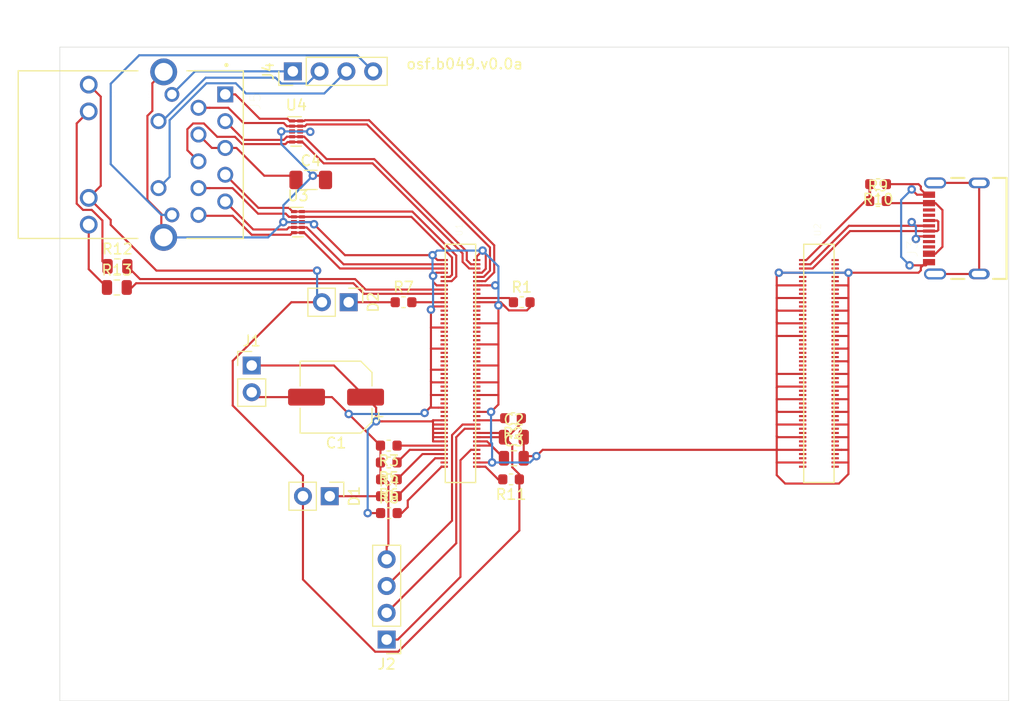
<source format=kicad_pcb>
(kicad_pcb (version 20171130) (host pcbnew "(5.1.9)-1")

  (general
    (thickness 1.6)
    (drawings 6)
    (tracks 517)
    (zones 0)
    (modules 28)
    (nets 41)
  )

  (page A4)
  (layers
    (0 F.Cu signal)
    (31 B.Cu signal)
    (32 B.Adhes user)
    (33 F.Adhes user)
    (34 B.Paste user)
    (35 F.Paste user)
    (36 B.SilkS user)
    (37 F.SilkS user)
    (38 B.Mask user)
    (39 F.Mask user)
    (40 Dwgs.User user)
    (41 Cmts.User user)
    (42 Eco1.User user)
    (43 Eco2.User user)
    (44 Edge.Cuts user)
    (45 Margin user)
    (46 B.CrtYd user)
    (47 F.CrtYd user)
    (48 B.Fab user)
    (49 F.Fab user)
  )

  (setup
    (last_trace_width 0.2)
    (user_trace_width 5)
    (trace_clearance 0.2)
    (zone_clearance 0.508)
    (zone_45_only no)
    (trace_min 0.2)
    (via_size 0.8)
    (via_drill 0.4)
    (via_min_size 0.4)
    (via_min_drill 0.3)
    (uvia_size 0.3)
    (uvia_drill 0.1)
    (uvias_allowed no)
    (uvia_min_size 0.2)
    (uvia_min_drill 0.1)
    (edge_width 0.05)
    (segment_width 0.2)
    (pcb_text_width 0.3)
    (pcb_text_size 1.5 1.5)
    (mod_edge_width 0.12)
    (mod_text_size 1 1)
    (mod_text_width 0.15)
    (pad_size 1.524 1.524)
    (pad_drill 0.762)
    (pad_to_mask_clearance 0.051)
    (solder_mask_min_width 0.25)
    (aux_axis_origin 0 0)
    (visible_elements 7FFFFFFF)
    (pcbplotparams
      (layerselection 0x010fc_ffffffff)
      (usegerberextensions false)
      (usegerberattributes false)
      (usegerberadvancedattributes false)
      (creategerberjobfile false)
      (excludeedgelayer true)
      (linewidth 0.100000)
      (plotframeref false)
      (viasonmask false)
      (mode 1)
      (useauxorigin false)
      (hpglpennumber 1)
      (hpglpenspeed 20)
      (hpglpendiameter 15.000000)
      (psnegative false)
      (psa4output false)
      (plotreference true)
      (plotvalue true)
      (plotinvisibletext false)
      (padsonsilk false)
      (subtractmaskfromsilk false)
      (outputformat 1)
      (mirror false)
      (drillshape 0)
      (scaleselection 1)
      (outputdirectory "gerber"))
  )

  (net 0 "")
  (net 1 GND)
  (net 2 "Net-(C3-Pad1)")
  (net 3 "Net-(D1-Pad1)")
  (net 4 "Net-(D2-Pad1)")
  (net 5 "Net-(J3-PadA4/B9)")
  (net 6 "Net-(J3-PadG1)")
  (net 7 /3.3v)
  (net 8 "Net-(J5-Pad18)")
  (net 9 "Net-(J5-Pad16)")
  (net 10 "Net-(C4-Pad1)")
  (net 11 /cm/5v)
  (net 12 /cm/SCL0)
  (net 13 /cm/SDA0)
  (net 14 /cm/RUN_PG)
  (net 15 /cm/USB-)
  (net 16 /cm/USB+)
  (net 17 "Net-(J4-Pad3)")
  (net 18 "Net-(J4-Pad4)")
  (net 19 "Net-(J4-Pad1)")
  (net 20 "Net-(J4-Pad2)")
  (net 21 /Ethernet/E_P3-)
  (net 22 /Ethernet/E_P3+)
  (net 23 /Ethernet/E_P2-)
  (net 24 /Ethernet/E_P2+)
  (net 25 /Ethernet/E_P1-)
  (net 26 /Ethernet/E_P1+)
  (net 27 /Ethernet/E_P0-)
  (net 28 /Ethernet/E_P0+)
  (net 29 /cm/EEPROM_~WP)
  (net 30 /cm/GPIO_VREF)
  (net 31 /cm/WL_Disable)
  (net 32 /cm/PI_LED_PWR)
  (net 33 /cm/BT_Disable)
  (net 34 /cm/RPIBOOT)
  (net 35 /cm/PI_LED_Activity)
  (net 36 /cm/GLOBAL_EN)
  (net 37 /cm/USBOTG_ID)
  (net 38 /cm/EXTRST)
  (net 39 /cm/E_LED3)
  (net 40 /cm/E_LED2)

  (net_class Default "This is the default net class."
    (clearance 0.2)
    (trace_width 0.2)
    (via_dia 0.8)
    (via_drill 0.4)
    (uvia_dia 0.3)
    (uvia_drill 0.1)
    (add_net /3.3v)
    (add_net /Ethernet/E_P0+)
    (add_net /Ethernet/E_P0-)
    (add_net /Ethernet/E_P1+)
    (add_net /Ethernet/E_P1-)
    (add_net /Ethernet/E_P2+)
    (add_net /Ethernet/E_P2-)
    (add_net /Ethernet/E_P3+)
    (add_net /Ethernet/E_P3-)
    (add_net /cm/5v)
    (add_net /cm/BT_Disable)
    (add_net /cm/EEPROM_~WP)
    (add_net /cm/EXTRST)
    (add_net /cm/E_LED2)
    (add_net /cm/E_LED3)
    (add_net /cm/GLOBAL_EN)
    (add_net /cm/GPIO_VREF)
    (add_net /cm/PI_LED_Activity)
    (add_net /cm/PI_LED_PWR)
    (add_net /cm/RPIBOOT)
    (add_net /cm/RUN_PG)
    (add_net /cm/SCL0)
    (add_net /cm/SDA0)
    (add_net /cm/USB+)
    (add_net /cm/USB-)
    (add_net /cm/USBOTG_ID)
    (add_net /cm/WL_Disable)
    (add_net GND)
    (add_net "Net-(C3-Pad1)")
    (add_net "Net-(C4-Pad1)")
    (add_net "Net-(D1-Pad1)")
    (add_net "Net-(D2-Pad1)")
    (add_net "Net-(J3-PadA4/B9)")
    (add_net "Net-(J3-PadG1)")
    (add_net "Net-(J4-Pad1)")
    (add_net "Net-(J4-Pad2)")
    (add_net "Net-(J4-Pad3)")
    (add_net "Net-(J4-Pad4)")
    (add_net "Net-(J5-Pad16)")
    (add_net "Net-(J5-Pad18)")
  )

  (module "AI-footprints:HRS_DF40C-100DS-0.4V(51)" (layer F.Cu) (tedit 5FA1EA06) (tstamp 5FA24ED4)
    (at 142 140 270)
    (path /5FA393EC/5FA40371)
    (attr smd)
    (fp_text reference U1 (at -12.670679 0.128245 270) (layer F.SilkS)
      (effects (font (size 0.641227 0.641227) (thickness 0.015)))
    )
    (fp_text value piCM4_A (at 12.585857 -7.613082 270) (layer F.Fab)
      (effects (font (size 0.641643 0.641643) (thickness 0.015)))
    )
    (fp_line (start -11.3 1.44) (end -11.3 -1.44) (layer F.SilkS) (width 0.127))
    (fp_line (start -11.3 -1.44) (end 11.3 -1.44) (layer F.SilkS) (width 0.127))
    (fp_line (start 11.3 -1.44) (end 11.3 1.44) (layer F.SilkS) (width 0.127))
    (fp_line (start 11.3 1.44) (end -11.3 1.44) (layer F.SilkS) (width 0.127))
    (fp_line (start -10.25 1.75) (end -10.25 2.25) (layer F.CrtYd) (width 0.127))
    (fp_line (start -10.25 2.25) (end 10.25 2.25) (layer F.CrtYd) (width 0.127))
    (fp_line (start 10.25 2.25) (end 10.25 1.75) (layer F.CrtYd) (width 0.127))
    (fp_line (start 10.25 1.75) (end 11.75 1.75) (layer F.CrtYd) (width 0.127))
    (fp_line (start 11.75 1.75) (end 11.75 -1.75) (layer F.CrtYd) (width 0.127))
    (fp_line (start 11.75 -1.75) (end 10.25 -1.75) (layer F.CrtYd) (width 0.127))
    (fp_line (start 10.25 -1.75) (end 10.25 -2.25) (layer F.CrtYd) (width 0.127))
    (fp_line (start 10.25 -2.25) (end -10.25 -2.25) (layer F.CrtYd) (width 0.127))
    (fp_line (start -10.25 -2.25) (end -10.25 -1.75) (layer F.CrtYd) (width 0.127))
    (fp_line (start -10.25 -1.75) (end -11.75 -1.75) (layer F.CrtYd) (width 0.127))
    (fp_line (start -11.75 -1.75) (end -11.75 1.75) (layer F.CrtYd) (width 0.127))
    (fp_line (start -11.75 1.75) (end -10.25 1.75) (layer F.CrtYd) (width 0.127))
    (fp_line (start -10.08 1.44) (end -11.3 1.44) (layer F.Fab) (width 0.127))
    (fp_line (start -11.3 1.44) (end -11.3 -1.44) (layer F.Fab) (width 0.127))
    (fp_line (start -11.3 -1.44) (end -10.08 -1.44) (layer F.Fab) (width 0.127))
    (fp_line (start 10.08 -1.44) (end 11.3 -1.44) (layer F.Fab) (width 0.127))
    (fp_line (start 11.3 -1.44) (end 11.3 1.44) (layer F.Fab) (width 0.127))
    (fp_line (start 11.3 1.44) (end 10.08 1.44) (layer F.Fab) (width 0.127))
    (fp_line (start -10.16 1.9053) (end -10.1494 1.9053) (layer F.Fab) (width 0.25))
    (fp_line (start -10.1494 1.9053) (end -10.1494 1.9106) (layer F.Fab) (width 0.25))
    (fp_poly (pts (xy -9.91435 -1.19) (xy -9.7 -1.19) (xy -9.7 -0.751088) (xy -9.91435 -0.751088)) (layer F.CrtYd) (width 0.01))
    (fp_poly (pts (xy -9.52471 -1.19) (xy -9.3 -1.19) (xy -9.3 -0.75195) (xy -9.52471 -0.75195)) (layer F.CrtYd) (width 0.01))
    (fp_poly (pts (xy -9.1236 -1.19) (xy -8.9 -1.19) (xy -8.9 -0.751945) (xy -9.1236 -0.751945)) (layer F.CrtYd) (width 0.01))
    (fp_poly (pts (xy -8.71893 -1.19) (xy -8.5 -1.19) (xy -8.5 -0.751633) (xy -8.71893 -0.751633)) (layer F.CrtYd) (width 0.01))
    (fp_poly (pts (xy -8.71517 0.75) (xy -8.5 0.75) (xy -8.5 1.19207) (xy -8.71517 1.19207)) (layer F.CrtYd) (width 0.01))
    (fp_poly (pts (xy -9.12164 0.75) (xy -8.9 0.75) (xy -8.9 1.19283) (xy -9.12164 1.19283)) (layer F.CrtYd) (width 0.01))
    (fp_poly (pts (xy -9.5145 0.75) (xy -9.3 0.75) (xy -9.3 1.19181) (xy -9.5145 1.19181)) (layer F.CrtYd) (width 0.01))
    (fp_poly (pts (xy -9.91386 0.75) (xy -9.7 0.75) (xy -9.7 1.19166) (xy -9.91386 1.19166)) (layer F.CrtYd) (width 0.01))
    (fp_poly (pts (xy -8.31812 -1.19) (xy -8.1 -1.19) (xy -8.1 -0.751637) (xy -8.31812 -0.751637)) (layer F.CrtYd) (width 0.01))
    (fp_poly (pts (xy -7.91195 -1.19) (xy -7.7 -1.19) (xy -7.7 -0.751134) (xy -7.91195 -0.751134)) (layer F.CrtYd) (width 0.01))
    (fp_poly (pts (xy -7.51196 -1.19) (xy -7.3 -1.19) (xy -7.3 -0.751196) (xy -7.51196 -0.751196)) (layer F.CrtYd) (width 0.01))
    (fp_poly (pts (xy -7.11032 -1.19) (xy -6.9 -1.19) (xy -6.9 -0.751089) (xy -7.11032 -0.751089)) (layer F.CrtYd) (width 0.01))
    (fp_poly (pts (xy -7.1138 0.75) (xy -6.9 0.75) (xy -6.9 1.19232) (xy -7.1138 1.19232)) (layer F.CrtYd) (width 0.01))
    (fp_poly (pts (xy -7.51744 0.75) (xy -7.3 0.75) (xy -7.3 1.19277) (xy -7.51744 1.19277)) (layer F.CrtYd) (width 0.01))
    (fp_poly (pts (xy -7.91935 0.75) (xy -7.7 0.75) (xy -7.7 1.19292) (xy -7.91935 1.19292)) (layer F.CrtYd) (width 0.01))
    (fp_poly (pts (xy -8.31853 0.75) (xy -8.1 0.75) (xy -8.1 1.19266) (xy -8.31853 1.19266)) (layer F.CrtYd) (width 0.01))
    (fp_poly (pts (xy -5.511 0.75) (xy -5.3 0.75) (xy -5.3 1.19238) (xy -5.511 1.19238)) (layer F.CrtYd) (width 0.01))
    (fp_poly (pts (xy -5.90516 0.75) (xy -5.7 0.75) (xy -5.7 1.19104) (xy -5.90516 1.19104)) (layer F.CrtYd) (width 0.01))
    (fp_poly (pts (xy -6.31903 0.75) (xy -6.1 0.75) (xy -6.1 1.1936) (xy -6.31903 1.1936)) (layer F.CrtYd) (width 0.01))
    (fp_poly (pts (xy -6.70604 0.75) (xy -6.5 0.75) (xy -6.5 1.19108) (xy -6.70604 1.19108)) (layer F.CrtYd) (width 0.01))
    (fp_poly (pts (xy -3.90858 0.75) (xy -3.7 0.75) (xy -3.7 1.19262) (xy -3.90858 1.19262)) (layer F.CrtYd) (width 0.01))
    (fp_poly (pts (xy -4.31307 0.75) (xy -4.1 0.75) (xy -4.1 1.19362) (xy -4.31307 1.19362)) (layer F.CrtYd) (width 0.01))
    (fp_poly (pts (xy -4.70913 0.75) (xy -4.5 0.75) (xy -4.5 1.19232) (xy -4.70913 1.19232)) (layer F.CrtYd) (width 0.01))
    (fp_poly (pts (xy -5.10994 0.75) (xy -4.9 0.75) (xy -4.9 1.19232) (xy -5.10994 1.19232)) (layer F.CrtYd) (width 0.01))
    (fp_poly (pts (xy -3.50546 0.75) (xy -3.3 0.75) (xy -3.3 1.19185) (xy -3.50546 1.19185)) (layer F.CrtYd) (width 0.01))
    (fp_poly (pts (xy -1.90341 0.75) (xy -1.7 0.75) (xy -1.7 1.19215) (xy -1.90341 1.19215)) (layer F.CrtYd) (width 0.01))
    (fp_poly (pts (xy -2.30714 0.75) (xy -2.1 0.75) (xy -2.1 1.19369) (xy -2.30714 1.19369)) (layer F.CrtYd) (width 0.01))
    (fp_poly (pts (xy -2.70577 0.75) (xy -2.5 0.75) (xy -2.5 1.19255) (xy -2.70577 1.19255)) (layer F.CrtYd) (width 0.01))
    (fp_poly (pts (xy -3.10662 0.75) (xy -2.9 0.75) (xy -2.9 1.19255) (xy -3.10662 1.19255)) (layer F.CrtYd) (width 0.01))
    (fp_poly (pts (xy -0.300217 0.75) (xy -0.1 0.75) (xy -0.1 1.19086) (xy -0.300217 1.19086)) (layer F.CrtYd) (width 0.01))
    (fp_poly (pts (xy -0.70013 0.75) (xy -0.5 0.75) (xy -0.5 1.19022) (xy -0.70013 1.19022)) (layer F.CrtYd) (width 0.01))
    (fp_poly (pts (xy -1.10255 0.75) (xy -0.9 0.75) (xy -0.9 1.19277) (xy -1.10255 1.19277)) (layer F.CrtYd) (width 0.01))
    (fp_poly (pts (xy -1.50313 0.75) (xy -1.3 0.75) (xy -1.3 1.19248) (xy -1.50313 1.19248)) (layer F.CrtYd) (width 0.01))
    (fp_poly (pts (xy 1.30143 0.75) (xy 1.5 0.75) (xy 1.5 1.19131) (xy 1.30143 1.19131)) (layer F.CrtYd) (width 0.01))
    (fp_poly (pts (xy 0.900942 0.75) (xy 1.1 0.75) (xy 1.1 1.19124) (xy 0.900942 1.19124)) (layer F.CrtYd) (width 0.01))
    (fp_poly (pts (xy 0.501068 0.75) (xy 0.7 0.75) (xy 0.7 1.19254) (xy 0.501068 1.19254)) (layer F.CrtYd) (width 0.01))
    (fp_poly (pts (xy 0.100241 0.75) (xy 0.3 0.75) (xy 0.3 1.19287) (xy 0.100241 1.19287)) (layer F.CrtYd) (width 0.01))
    (fp_poly (pts (xy 2.90452 0.75) (xy 3.1 0.75) (xy 3.1 1.19185) (xy 2.90452 1.19185)) (layer F.CrtYd) (width 0.01))
    (fp_poly (pts (xy 2.50277 0.75) (xy 2.7 0.75) (xy 2.7 1.19132) (xy 2.50277 1.19132)) (layer F.CrtYd) (width 0.01))
    (fp_poly (pts (xy 2.10363 0.75) (xy 2.3 0.75) (xy 2.3 1.19206) (xy 2.10363 1.19206)) (layer F.CrtYd) (width 0.01))
    (fp_poly (pts (xy 1.70281 0.75) (xy 1.9 0.75) (xy 1.9 1.19196) (xy 1.70281 1.19196)) (layer F.CrtYd) (width 0.01))
    (fp_poly (pts (xy 3.30576 0.75) (xy 3.5 0.75) (xy 3.5 1.19207) (xy 3.30576 1.19207)) (layer F.CrtYd) (width 0.01))
    (fp_poly (pts (xy 4.90935 0.75) (xy 5.1 0.75) (xy 5.1 1.19227) (xy 4.90935 1.19227)) (layer F.CrtYd) (width 0.01))
    (fp_poly (pts (xy 4.50848 0.75) (xy 4.7 0.75) (xy 4.7 1.19225) (xy 4.50848 1.19225)) (layer F.CrtYd) (width 0.01))
    (fp_poly (pts (xy 4.10499 0.75) (xy 4.3 0.75) (xy 4.3 1.19145) (xy 4.10499 1.19145)) (layer F.CrtYd) (width 0.01))
    (fp_poly (pts (xy 3.7107 0.75) (xy 3.9 0.75) (xy 3.9 1.19345) (xy 3.7107 1.19345)) (layer F.CrtYd) (width 0.01))
    (fp_poly (pts (xy 6.50638 0.75) (xy 6.7 0.75) (xy 6.7 1.19117) (xy 6.50638 1.19117)) (layer F.CrtYd) (width 0.01))
    (fp_poly (pts (xy 6.11043 0.75) (xy 6.3 0.75) (xy 6.3 1.19204) (xy 6.11043 1.19204)) (layer F.CrtYd) (width 0.01))
    (fp_poly (pts (xy 5.70501 0.75) (xy 5.9 0.75) (xy 5.9 1.19105) (xy 5.70501 1.19105)) (layer F.CrtYd) (width 0.01))
    (fp_poly (pts (xy 5.30954 0.75) (xy 5.5 0.75) (xy 5.5 1.19214) (xy 5.30954 1.19214)) (layer F.CrtYd) (width 0.01))
    (fp_poly (pts (xy 8.12121 0.75) (xy 8.3 0.75) (xy 8.3 1.19312) (xy 8.12121 1.19312)) (layer F.CrtYd) (width 0.01))
    (fp_poly (pts (xy 7.71881 0.75) (xy 7.9 0.75) (xy 7.9 1.19291) (xy 7.71881 1.19291)) (layer F.CrtYd) (width 0.01))
    (fp_poly (pts (xy 7.31235 0.75) (xy 7.5 0.75) (xy 7.5 1.19201) (xy 7.31235 1.19201)) (layer F.CrtYd) (width 0.01))
    (fp_poly (pts (xy 6.91671 0.75) (xy 7.1 0.75) (xy 7.1 1.19288) (xy 6.91671 1.19288)) (layer F.CrtYd) (width 0.01))
    (fp_poly (pts (xy 9.73 0.75) (xy 9.9 0.75) (xy 9.9 1.19368) (xy 9.73 1.19368)) (layer F.CrtYd) (width 0.01))
    (fp_poly (pts (xy 9.30467 0.75) (xy 9.5 0.75) (xy 9.5 1.1906) (xy 9.30467 1.1906)) (layer F.CrtYd) (width 0.01))
    (fp_poly (pts (xy 8.91709 0.75) (xy 9.1 0.75) (xy 9.1 1.19229) (xy 8.91709 1.19229)) (layer F.CrtYd) (width 0.01))
    (fp_poly (pts (xy 8.53075 0.75) (xy 8.7 0.75) (xy 8.7 1.1943) (xy 8.53075 1.1943)) (layer F.CrtYd) (width 0.01))
    (fp_poly (pts (xy -1.50236 -1.19) (xy -1.3 -1.19) (xy -1.3 -0.75118) (xy -1.50236 -0.75118)) (layer F.CrtYd) (width 0.01))
    (fp_poly (pts (xy -1.10303 -1.19) (xy -0.9 -1.19) (xy -0.9 -0.752068) (xy -1.10303 -0.752068)) (layer F.CrtYd) (width 0.01))
    (fp_poly (pts (xy -0.701516 -1.19) (xy -0.5 -1.19) (xy -0.5 -0.751625) (xy -0.701516 -0.751625)) (layer F.CrtYd) (width 0.01))
    (fp_poly (pts (xy -0.300784 -1.19) (xy -0.1 -1.19) (xy -0.1 -0.751961) (xy -0.300784 -0.751961)) (layer F.CrtYd) (width 0.01))
    (fp_poly (pts (xy -3.10827 -1.19) (xy -2.9 -1.19) (xy -2.9 -0.752) (xy -3.10827 -0.752)) (layer F.CrtYd) (width 0.01))
    (fp_poly (pts (xy -2.70554 -1.19) (xy -2.5 -1.19) (xy -2.5 -0.751537) (xy -2.70554 -0.751537)) (layer F.CrtYd) (width 0.01))
    (fp_poly (pts (xy -2.30614 -1.19) (xy -2.1 -1.19) (xy -2.1 -0.752003) (xy -2.30614 -0.752003)) (layer F.CrtYd) (width 0.01))
    (fp_poly (pts (xy -1.90462 -1.19) (xy -1.7 -1.19) (xy -1.7 -0.751823) (xy -1.90462 -0.751823)) (layer F.CrtYd) (width 0.01))
    (fp_poly (pts (xy -4.70477 -1.19) (xy -4.5 -1.19) (xy -4.5 -0.750761) (xy -4.70477 -0.750761)) (layer F.CrtYd) (width 0.01))
    (fp_poly (pts (xy -4.31011 -1.19) (xy -4.1 -1.19) (xy -4.1 -0.751763) (xy -4.31011 -0.751763)) (layer F.CrtYd) (width 0.01))
    (fp_poly (pts (xy -3.91017 -1.19) (xy -3.7 -1.19) (xy -3.7 -0.751956) (xy -3.91017 -0.751956)) (layer F.CrtYd) (width 0.01))
    (fp_poly (pts (xy -3.50806 -1.19) (xy -3.3 -1.19) (xy -3.3 -0.751729) (xy -3.50806 -0.751729)) (layer F.CrtYd) (width 0.01))
    (fp_poly (pts (xy -6.31048 -1.19) (xy -6.1 -1.19) (xy -6.1 -0.751247) (xy -6.31048 -0.751247)) (layer F.CrtYd) (width 0.01))
    (fp_poly (pts (xy -5.91795 -1.19) (xy -5.7 -1.19) (xy -5.7 -0.752282) (xy -5.91795 -0.752282)) (layer F.CrtYd) (width 0.01))
    (fp_poly (pts (xy -5.51342 -1.19) (xy -5.3 -1.19) (xy -5.3 -0.751829) (xy -5.51342 -0.751829)) (layer F.CrtYd) (width 0.01))
    (fp_poly (pts (xy -5.10538 -1.19) (xy -4.9 -1.19) (xy -4.9 -0.750791) (xy -5.10538 -0.750791)) (layer F.CrtYd) (width 0.01))
    (fp_poly (pts (xy -6.7151 -1.19) (xy -6.5 -1.19) (xy -6.5 -0.751691) (xy -6.7151 -0.751691)) (layer F.CrtYd) (width 0.01))
    (fp_poly (pts (xy 5.31496 -1.19) (xy 5.5 -1.19) (xy 5.5 -0.752116) (xy 5.31496 -0.752116)) (layer F.CrtYd) (width 0.01))
    (fp_poly (pts (xy 5.71377 -1.19) (xy 5.9 -1.19) (xy 5.9 -0.751812) (xy 5.71377 -0.751812)) (layer F.CrtYd) (width 0.01))
    (fp_poly (pts (xy 6.108 -1.19) (xy 6.3 -1.19) (xy 6.3 -0.750982) (xy 6.108 -0.750982)) (layer F.CrtYd) (width 0.01))
    (fp_poly (pts (xy 6.52244 -1.19) (xy 6.7 -1.19) (xy 6.7 -0.75259) (xy 6.52244 -0.75259)) (layer F.CrtYd) (width 0.01))
    (fp_poly (pts (xy 3.70833 -1.19) (xy 3.9 -1.19) (xy 3.9 -0.751688) (xy 3.70833 -0.751688)) (layer F.CrtYd) (width 0.01))
    (fp_poly (pts (xy 4.11246 -1.19) (xy 4.3 -1.19) (xy 4.3 -0.752279) (xy 4.11246 -0.752279)) (layer F.CrtYd) (width 0.01))
    (fp_poly (pts (xy 4.51354 -1.19) (xy 4.7 -1.19) (xy 4.7 -0.752257) (xy 4.51354 -0.752257)) (layer F.CrtYd) (width 0.01))
    (fp_poly (pts (xy 4.90838 -1.19) (xy 5.1 -1.19) (xy 5.1 -0.751284) (xy 4.90838 -0.751284)) (layer F.CrtYd) (width 0.01))
    (fp_poly (pts (xy 2.10291 -1.19) (xy 2.3 -1.19) (xy 2.3 -0.751039) (xy 2.10291 -0.751039)) (layer F.CrtYd) (width 0.01))
    (fp_poly (pts (xy 2.50744 -1.19) (xy 2.7 -1.19) (xy 2.7 -0.75223) (xy 2.50744 -0.75223)) (layer F.CrtYd) (width 0.01))
    (fp_poly (pts (xy 2.90602 -1.19) (xy 3.1 -1.19) (xy 3.1 -0.751556) (xy 2.90602 -0.751556)) (layer F.CrtYd) (width 0.01))
    (fp_poly (pts (xy 3.30731 -1.19) (xy 3.5 -1.19) (xy 3.5 -0.751662) (xy 3.30731 -0.751662)) (layer F.CrtYd) (width 0.01))
    (fp_poly (pts (xy 0.50079 -1.19) (xy 0.7 -1.19) (xy 0.7 -0.751184) (xy 0.50079 -0.751184)) (layer F.CrtYd) (width 0.01))
    (fp_poly (pts (xy 0.900202 -1.19) (xy 1.1 -1.19) (xy 1.1 -0.750169) (xy 0.900202 -0.750169)) (layer F.CrtYd) (width 0.01))
    (fp_poly (pts (xy 1.30136 -1.19) (xy 1.5 -1.19) (xy 1.5 -0.750788) (xy 1.30136 -0.750788)) (layer F.CrtYd) (width 0.01))
    (fp_poly (pts (xy 1.7044 -1.19) (xy 1.9 -1.19) (xy 1.9 -0.751941) (xy 1.7044 -0.751941)) (layer F.CrtYd) (width 0.01))
    (fp_poly (pts (xy 0.100153 -1.19) (xy 0.3 -1.19) (xy 0.3 -0.751147) (xy 0.100153 -0.751147)) (layer F.CrtYd) (width 0.01))
    (fp_poly (pts (xy 8.90724 -1.19) (xy 9.1 -1.19) (xy 9.1 -0.75061) (xy 8.90724 -0.75061)) (layer F.CrtYd) (width 0.01))
    (fp_poly (pts (xy 9.32301 -1.19) (xy 9.5 -1.19) (xy 9.5 -0.751855) (xy 9.32301 -0.751855)) (layer F.CrtYd) (width 0.01))
    (fp_poly (pts (xy 9.73394 -1.19) (xy 9.9 -1.19) (xy 9.9 -0.752625) (xy 9.73394 -0.752625)) (layer F.CrtYd) (width 0.01))
    (fp_poly (pts (xy 7.3117 -1.19) (xy 7.5 -1.19) (xy 7.5 -0.751203) (xy 7.3117 -0.751203)) (layer F.CrtYd) (width 0.01))
    (fp_poly (pts (xy 7.71397 -1.19) (xy 7.9 -1.19) (xy 7.9 -0.75136) (xy 7.71397 -0.75136)) (layer F.CrtYd) (width 0.01))
    (fp_poly (pts (xy 8.11047 -1.19) (xy 8.3 -1.19) (xy 8.3 -0.750969) (xy 8.11047 -0.750969)) (layer F.CrtYd) (width 0.01))
    (fp_poly (pts (xy 8.5083 -1.19) (xy 8.7 -1.19) (xy 8.7 -0.750733) (xy 8.5083 -0.750733)) (layer F.CrtYd) (width 0.01))
    (fp_poly (pts (xy 6.90917 -1.19) (xy 7.1 -1.19) (xy 7.1 -0.750996) (xy 6.90917 -0.750996)) (layer F.CrtYd) (width 0.01))
    (pad 100 smd rect (at 9.8 -1.54 270) (size 0.2 0.7) (layers F.Cu F.Paste F.Mask)
      (net 38 /cm/EXTRST))
    (pad 99 smd rect (at 9.8 1.54 270) (size 0.2 0.7) (layers F.Cu F.Paste F.Mask)
      (net 36 /cm/GLOBAL_EN))
    (pad 98 smd rect (at 9.4 -1.54 270) (size 0.2 0.7) (layers F.Cu F.Paste F.Mask)
      (net 1 GND))
    (pad 97 smd rect (at 9.4 1.54 270) (size 0.2 0.7) (layers F.Cu F.Paste F.Mask))
    (pad 96 smd rect (at 9 -1.54 270) (size 0.2 0.7) (layers F.Cu F.Paste F.Mask))
    (pad 95 smd rect (at 9 1.54 270) (size 0.2 0.7) (layers F.Cu F.Paste F.Mask)
      (net 32 /cm/PI_LED_PWR))
    (pad 94 smd rect (at 8.6 -1.54 270) (size 0.2 0.7) (layers F.Cu F.Paste F.Mask))
    (pad 93 smd rect (at 8.6 1.54 270) (size 0.2 0.7) (layers F.Cu F.Paste F.Mask)
      (net 34 /cm/RPIBOOT))
    (pad 92 smd rect (at 8.2 -1.54 270) (size 0.2 0.7) (layers F.Cu F.Paste F.Mask)
      (net 14 /cm/RUN_PG))
    (pad 91 smd rect (at 8.2 1.54 270) (size 0.2 0.7) (layers F.Cu F.Paste F.Mask)
      (net 33 /cm/BT_Disable))
    (pad 90 smd rect (at 7.8 -1.54 270) (size 0.2 0.7) (layers F.Cu F.Paste F.Mask)
      (net 2 "Net-(C3-Pad1)"))
    (pad 89 smd rect (at 7.8 1.54 270) (size 0.2 0.7) (layers F.Cu F.Paste F.Mask)
      (net 31 /cm/WL_Disable))
    (pad 88 smd rect (at 7.4 -1.54 270) (size 0.2 0.7) (layers F.Cu F.Paste F.Mask)
      (net 2 "Net-(C3-Pad1)"))
    (pad 87 smd rect (at 7.4 1.54 270) (size 0.2 0.7) (layers F.Cu F.Paste F.Mask)
      (net 11 /cm/5v))
    (pad 86 smd rect (at 7 -1.54 270) (size 0.2 0.7) (layers F.Cu F.Paste F.Mask)
      (net 7 /3.3v))
    (pad 85 smd rect (at 7 1.54 270) (size 0.2 0.7) (layers F.Cu F.Paste F.Mask)
      (net 11 /cm/5v))
    (pad 84 smd rect (at 6.6 -1.54 270) (size 0.2 0.7) (layers F.Cu F.Paste F.Mask)
      (net 7 /3.3v))
    (pad 83 smd rect (at 6.6 1.54 270) (size 0.2 0.7) (layers F.Cu F.Paste F.Mask)
      (net 11 /cm/5v))
    (pad 82 smd rect (at 6.2 -1.54 270) (size 0.2 0.7) (layers F.Cu F.Paste F.Mask)
      (net 13 /cm/SDA0))
    (pad 81 smd rect (at 6.2 1.54 270) (size 0.2 0.7) (layers F.Cu F.Paste F.Mask)
      (net 11 /cm/5v))
    (pad 80 smd rect (at 5.8 -1.54 270) (size 0.2 0.7) (layers F.Cu F.Paste F.Mask)
      (net 12 /cm/SCL0))
    (pad 79 smd rect (at 5.8 1.54 270) (size 0.2 0.7) (layers F.Cu F.Paste F.Mask)
      (net 11 /cm/5v))
    (pad 78 smd rect (at 5.4 -1.54 270) (size 0.2 0.7) (layers F.Cu F.Paste F.Mask)
      (net 30 /cm/GPIO_VREF))
    (pad 77 smd rect (at 5.4 1.54 270) (size 0.2 0.7) (layers F.Cu F.Paste F.Mask)
      (net 11 /cm/5v))
    (pad 76 smd rect (at 5 -1.54 270) (size 0.2 0.7) (layers F.Cu F.Paste F.Mask))
    (pad 75 smd rect (at 5 1.54 270) (size 0.2 0.7) (layers F.Cu F.Paste F.Mask))
    (pad 74 smd rect (at 4.6 -1.54 270) (size 0.2 0.7) (layers F.Cu F.Paste F.Mask)
      (net 1 GND))
    (pad 73 smd rect (at 4.6 1.54 270) (size 0.2 0.7) (layers F.Cu F.Paste F.Mask))
    (pad 72 smd rect (at 4.2 -1.54 270) (size 0.2 0.7) (layers F.Cu F.Paste F.Mask))
    (pad 71 smd rect (at 4.2 1.54 270) (size 0.2 0.7) (layers F.Cu F.Paste F.Mask)
      (net 1 GND))
    (pad 70 smd rect (at 3.8 -1.54 270) (size 0.2 0.7) (layers F.Cu F.Paste F.Mask))
    (pad 69 smd rect (at 3.8 1.54 270) (size 0.2 0.7) (layers F.Cu F.Paste F.Mask))
    (pad 68 smd rect (at 3.4 -1.54 270) (size 0.2 0.7) (layers F.Cu F.Paste F.Mask))
    (pad 67 smd rect (at 3.4 1.54 270) (size 0.2 0.7) (layers F.Cu F.Paste F.Mask))
    (pad 66 smd rect (at 3 -1.54 270) (size 0.2 0.7) (layers F.Cu F.Paste F.Mask)
      (net 1 GND))
    (pad 65 smd rect (at 3 1.54 270) (size 0.2 0.7) (layers F.Cu F.Paste F.Mask)
      (net 1 GND))
    (pad 64 smd rect (at 2.6 -1.54 270) (size 0.2 0.7) (layers F.Cu F.Paste F.Mask))
    (pad 63 smd rect (at 2.6 1.54 270) (size 0.2 0.7) (layers F.Cu F.Paste F.Mask))
    (pad 62 smd rect (at 2.2 -1.54 270) (size 0.2 0.7) (layers F.Cu F.Paste F.Mask))
    (pad 61 smd rect (at 2.2 1.54 270) (size 0.2 0.7) (layers F.Cu F.Paste F.Mask))
    (pad 60 smd rect (at 1.8 -1.54 270) (size 0.2 0.7) (layers F.Cu F.Paste F.Mask)
      (net 1 GND))
    (pad 59 smd rect (at 1.8 1.54 270) (size 0.2 0.7) (layers F.Cu F.Paste F.Mask)
      (net 1 GND))
    (pad 58 smd rect (at 1.4 -1.54 270) (size 0.2 0.7) (layers F.Cu F.Paste F.Mask))
    (pad 57 smd rect (at 1.4 1.54 270) (size 0.2 0.7) (layers F.Cu F.Paste F.Mask))
    (pad 56 smd rect (at 1 -1.54 270) (size 0.2 0.7) (layers F.Cu F.Paste F.Mask))
    (pad 55 smd rect (at 1 1.54 270) (size 0.2 0.7) (layers F.Cu F.Paste F.Mask))
    (pad 54 smd rect (at 0.6 -1.54 270) (size 0.2 0.7) (layers F.Cu F.Paste F.Mask))
    (pad 53 smd rect (at 0.6 1.54 270) (size 0.2 0.7) (layers F.Cu F.Paste F.Mask)
      (net 1 GND))
    (pad 52 smd rect (at 0.2 -1.54 270) (size 0.2 0.7) (layers F.Cu F.Paste F.Mask)
      (net 1 GND))
    (pad 51 smd rect (at 0.2 1.54 270) (size 0.2 0.7) (layers F.Cu F.Paste F.Mask))
    (pad 50 smd rect (at -0.2 -1.54 270) (size 0.2 0.7) (layers F.Cu F.Paste F.Mask))
    (pad 49 smd rect (at -0.2 1.54 270) (size 0.2 0.7) (layers F.Cu F.Paste F.Mask))
    (pad 48 smd rect (at -0.6 -1.54 270) (size 0.2 0.7) (layers F.Cu F.Paste F.Mask))
    (pad 47 smd rect (at -0.6 1.54 270) (size 0.2 0.7) (layers F.Cu F.Paste F.Mask))
    (pad 46 smd rect (at -1 -1.54 270) (size 0.2 0.7) (layers F.Cu F.Paste F.Mask))
    (pad 45 smd rect (at -1 1.54 270) (size 0.2 0.7) (layers F.Cu F.Paste F.Mask))
    (pad 44 smd rect (at -1.4 -1.54 270) (size 0.2 0.7) (layers F.Cu F.Paste F.Mask))
    (pad 43 smd rect (at -1.4 1.54 270) (size 0.2 0.7) (layers F.Cu F.Paste F.Mask)
      (net 1 GND))
    (pad 42 smd rect (at -1.8 -1.54 270) (size 0.2 0.7) (layers F.Cu F.Paste F.Mask)
      (net 1 GND))
    (pad 41 smd rect (at -1.8 1.54 270) (size 0.2 0.7) (layers F.Cu F.Paste F.Mask))
    (pad 40 smd rect (at -2.2 -1.54 270) (size 0.2 0.7) (layers F.Cu F.Paste F.Mask))
    (pad 39 smd rect (at -2.2 1.54 270) (size 0.2 0.7) (layers F.Cu F.Paste F.Mask))
    (pad 38 smd rect (at -2.6 -1.54 270) (size 0.2 0.7) (layers F.Cu F.Paste F.Mask))
    (pad 37 smd rect (at -2.6 1.54 270) (size 0.2 0.7) (layers F.Cu F.Paste F.Mask))
    (pad 36 smd rect (at -3 -1.54 270) (size 0.2 0.7) (layers F.Cu F.Paste F.Mask))
    (pad 35 smd rect (at -3 1.54 270) (size 0.2 0.7) (layers F.Cu F.Paste F.Mask))
    (pad 34 smd rect (at -3.4 -1.54 270) (size 0.2 0.7) (layers F.Cu F.Paste F.Mask))
    (pad 33 smd rect (at -3.4 1.54 270) (size 0.2 0.7) (layers F.Cu F.Paste F.Mask)
      (net 1 GND))
    (pad 32 smd rect (at -3.8 -1.54 270) (size 0.2 0.7) (layers F.Cu F.Paste F.Mask)
      (net 1 GND))
    (pad 31 smd rect (at -3.8 1.54 270) (size 0.2 0.7) (layers F.Cu F.Paste F.Mask))
    (pad 30 smd rect (at -4.2 -1.54 270) (size 0.2 0.7) (layers F.Cu F.Paste F.Mask))
    (pad 29 smd rect (at -4.2 1.54 270) (size 0.2 0.7) (layers F.Cu F.Paste F.Mask))
    (pad 28 smd rect (at -4.6 -1.54 270) (size 0.2 0.7) (layers F.Cu F.Paste F.Mask))
    (pad 27 smd rect (at -4.6 1.54 270) (size 0.2 0.7) (layers F.Cu F.Paste F.Mask))
    (pad 26 smd rect (at -5 -1.54 270) (size 0.2 0.7) (layers F.Cu F.Paste F.Mask))
    (pad 25 smd rect (at -5 1.54 270) (size 0.2 0.7) (layers F.Cu F.Paste F.Mask))
    (pad 24 smd rect (at -5.4 -1.54 270) (size 0.2 0.7) (layers F.Cu F.Paste F.Mask))
    (pad 23 smd rect (at -5.4 1.54 270) (size 0.2 0.7) (layers F.Cu F.Paste F.Mask)
      (net 1 GND))
    (pad 22 smd rect (at -5.8 -1.54 270) (size 0.2 0.7) (layers F.Cu F.Paste F.Mask)
      (net 1 GND))
    (pad 21 smd rect (at -5.8 1.54 270) (size 0.2 0.7) (layers F.Cu F.Paste F.Mask)
      (net 35 /cm/PI_LED_Activity))
    (pad 20 smd rect (at -6.2 -1.54 270) (size 0.2 0.7) (layers F.Cu F.Paste F.Mask)
      (net 29 /cm/EEPROM_~WP))
    (pad 19 smd rect (at -6.2 1.54 270) (size 0.2 0.7) (layers F.Cu F.Paste F.Mask))
    (pad 18 smd rect (at -6.6 -1.54 270) (size 0.2 0.7) (layers F.Cu F.Paste F.Mask))
    (pad 17 smd rect (at -6.6 1.54 270) (size 0.2 0.7) (layers F.Cu F.Paste F.Mask)
      (net 40 /cm/E_LED2))
    (pad 16 smd rect (at -7 -1.54 270) (size 0.2 0.7) (layers F.Cu F.Paste F.Mask))
    (pad 15 smd rect (at -7 1.54 270) (size 0.2 0.7) (layers F.Cu F.Paste F.Mask)
      (net 39 /cm/E_LED3))
    (pad 14 smd rect (at -7.4 -1.54 270) (size 0.2 0.7) (layers F.Cu F.Paste F.Mask)
      (net 1 GND))
    (pad 13 smd rect (at -7.4 1.54 270) (size 0.2 0.7) (layers F.Cu F.Paste F.Mask)
      (net 1 GND))
    (pad 12 smd rect (at -7.8 -1.54 270) (size 0.2 0.7) (layers F.Cu F.Paste F.Mask)
      (net 28 /Ethernet/E_P0+))
    (pad 11 smd rect (at -7.8 1.54 270) (size 0.2 0.7) (layers F.Cu F.Paste F.Mask)
      (net 24 /Ethernet/E_P2+))
    (pad 10 smd rect (at -8.2 -1.54 270) (size 0.2 0.7) (layers F.Cu F.Paste F.Mask)
      (net 27 /Ethernet/E_P0-))
    (pad 9 smd rect (at -8.2 1.54 270) (size 0.2 0.7) (layers F.Cu F.Paste F.Mask)
      (net 23 /Ethernet/E_P2-))
    (pad 8 smd rect (at -8.6 -1.54 270) (size 0.2 0.7) (layers F.Cu F.Paste F.Mask)
      (net 1 GND))
    (pad 7 smd rect (at -8.6 1.54 270) (size 0.2 0.7) (layers F.Cu F.Paste F.Mask)
      (net 1 GND))
    (pad 6 smd rect (at -9 -1.54 270) (size 0.2 0.7) (layers F.Cu F.Paste F.Mask)
      (net 25 /Ethernet/E_P1-))
    (pad 5 smd rect (at -9 1.54 270) (size 0.2 0.7) (layers F.Cu F.Paste F.Mask)
      (net 21 /Ethernet/E_P3-))
    (pad 4 smd rect (at -9.4 -1.54 270) (size 0.2 0.7) (layers F.Cu F.Paste F.Mask)
      (net 26 /Ethernet/E_P1+))
    (pad 3 smd rect (at -9.4 1.54 270) (size 0.2 0.7) (layers F.Cu F.Paste F.Mask)
      (net 22 /Ethernet/E_P3+))
    (pad 2 smd rect (at -9.8 -1.54 270) (size 0.2 0.7) (layers F.Cu F.Paste F.Mask)
      (net 1 GND))
    (pad 1 smd rect (at -9.8 1.54 270) (size 0.2 0.7) (layers F.Cu F.Paste F.Mask)
      (net 1 GND))
  )

  (module Connector_PinHeader_2.54mm:PinHeader_1x04_P2.54mm_Vertical (layer F.Cu) (tedit 59FED5CC) (tstamp 60A87748)
    (at 126.1 112.3 90)
    (descr "Through hole straight pin header, 1x04, 2.54mm pitch, single row")
    (tags "Through hole pin header THT 1x04 2.54mm single row")
    (path /5FAF9A21/5FB53C8B)
    (fp_text reference J4 (at 0 -2.33 90) (layer F.SilkS)
      (effects (font (size 1 1) (thickness 0.15)))
    )
    (fp_text value Conn_01x04_Male (at 0 9.95 90) (layer F.Fab)
      (effects (font (size 1 1) (thickness 0.15)))
    )
    (fp_text user %R (at 0 3.81) (layer F.Fab)
      (effects (font (size 1 1) (thickness 0.15)))
    )
    (fp_line (start -0.635 -1.27) (end 1.27 -1.27) (layer F.Fab) (width 0.1))
    (fp_line (start 1.27 -1.27) (end 1.27 8.89) (layer F.Fab) (width 0.1))
    (fp_line (start 1.27 8.89) (end -1.27 8.89) (layer F.Fab) (width 0.1))
    (fp_line (start -1.27 8.89) (end -1.27 -0.635) (layer F.Fab) (width 0.1))
    (fp_line (start -1.27 -0.635) (end -0.635 -1.27) (layer F.Fab) (width 0.1))
    (fp_line (start -1.33 8.95) (end 1.33 8.95) (layer F.SilkS) (width 0.12))
    (fp_line (start -1.33 1.27) (end -1.33 8.95) (layer F.SilkS) (width 0.12))
    (fp_line (start 1.33 1.27) (end 1.33 8.95) (layer F.SilkS) (width 0.12))
    (fp_line (start -1.33 1.27) (end 1.33 1.27) (layer F.SilkS) (width 0.12))
    (fp_line (start -1.33 0) (end -1.33 -1.33) (layer F.SilkS) (width 0.12))
    (fp_line (start -1.33 -1.33) (end 0 -1.33) (layer F.SilkS) (width 0.12))
    (fp_line (start -1.8 -1.8) (end -1.8 9.4) (layer F.CrtYd) (width 0.05))
    (fp_line (start -1.8 9.4) (end 1.8 9.4) (layer F.CrtYd) (width 0.05))
    (fp_line (start 1.8 9.4) (end 1.8 -1.8) (layer F.CrtYd) (width 0.05))
    (fp_line (start 1.8 -1.8) (end -1.8 -1.8) (layer F.CrtYd) (width 0.05))
    (pad 4 thru_hole oval (at 0 7.62 90) (size 1.7 1.7) (drill 1) (layers *.Cu *.Mask)
      (net 18 "Net-(J4-Pad4)"))
    (pad 3 thru_hole oval (at 0 5.08 90) (size 1.7 1.7) (drill 1) (layers *.Cu *.Mask)
      (net 17 "Net-(J4-Pad3)"))
    (pad 2 thru_hole oval (at 0 2.54 90) (size 1.7 1.7) (drill 1) (layers *.Cu *.Mask)
      (net 20 "Net-(J4-Pad2)"))
    (pad 1 thru_hole rect (at 0 0 90) (size 1.7 1.7) (drill 1) (layers *.Cu *.Mask)
      (net 19 "Net-(J4-Pad1)"))
    (model ${KISYS3DMOD}/Connector_PinHeader_2.54mm.3dshapes/PinHeader_1x04_P2.54mm_Vertical.wrl
      (at (xyz 0 0 0))
      (scale (xyz 1 1 1))
      (rotate (xyz 0 0 0))
    )
  )

  (module "AI-footprints:HRS_DF40C-100DS-0.4V(51)" (layer F.Cu) (tedit 5FA1EA06) (tstamp 60A855D6)
    (at 176 140 270)
    (path /5FA393EC/60A90435)
    (attr smd)
    (fp_text reference U2 (at -12.670679 0.128245 270) (layer F.SilkS)
      (effects (font (size 0.641227 0.641227) (thickness 0.015)))
    )
    (fp_text value piCM4_B (at 12.585857 -7.613082 270) (layer F.Fab)
      (effects (font (size 0.641643 0.641643) (thickness 0.015)))
    )
    (fp_line (start -11.3 1.44) (end -11.3 -1.44) (layer F.SilkS) (width 0.127))
    (fp_line (start -11.3 -1.44) (end 11.3 -1.44) (layer F.SilkS) (width 0.127))
    (fp_line (start 11.3 -1.44) (end 11.3 1.44) (layer F.SilkS) (width 0.127))
    (fp_line (start 11.3 1.44) (end -11.3 1.44) (layer F.SilkS) (width 0.127))
    (fp_line (start -10.25 1.75) (end -10.25 2.25) (layer F.CrtYd) (width 0.127))
    (fp_line (start -10.25 2.25) (end 10.25 2.25) (layer F.CrtYd) (width 0.127))
    (fp_line (start 10.25 2.25) (end 10.25 1.75) (layer F.CrtYd) (width 0.127))
    (fp_line (start 10.25 1.75) (end 11.75 1.75) (layer F.CrtYd) (width 0.127))
    (fp_line (start 11.75 1.75) (end 11.75 -1.75) (layer F.CrtYd) (width 0.127))
    (fp_line (start 11.75 -1.75) (end 10.25 -1.75) (layer F.CrtYd) (width 0.127))
    (fp_line (start 10.25 -1.75) (end 10.25 -2.25) (layer F.CrtYd) (width 0.127))
    (fp_line (start 10.25 -2.25) (end -10.25 -2.25) (layer F.CrtYd) (width 0.127))
    (fp_line (start -10.25 -2.25) (end -10.25 -1.75) (layer F.CrtYd) (width 0.127))
    (fp_line (start -10.25 -1.75) (end -11.75 -1.75) (layer F.CrtYd) (width 0.127))
    (fp_line (start -11.75 -1.75) (end -11.75 1.75) (layer F.CrtYd) (width 0.127))
    (fp_line (start -11.75 1.75) (end -10.25 1.75) (layer F.CrtYd) (width 0.127))
    (fp_line (start -10.08 1.44) (end -11.3 1.44) (layer F.Fab) (width 0.127))
    (fp_line (start -11.3 1.44) (end -11.3 -1.44) (layer F.Fab) (width 0.127))
    (fp_line (start -11.3 -1.44) (end -10.08 -1.44) (layer F.Fab) (width 0.127))
    (fp_line (start 10.08 -1.44) (end 11.3 -1.44) (layer F.Fab) (width 0.127))
    (fp_line (start 11.3 -1.44) (end 11.3 1.44) (layer F.Fab) (width 0.127))
    (fp_line (start 11.3 1.44) (end 10.08 1.44) (layer F.Fab) (width 0.127))
    (fp_line (start -10.16 1.9053) (end -10.1494 1.9053) (layer F.Fab) (width 0.25))
    (fp_line (start -10.1494 1.9053) (end -10.1494 1.9106) (layer F.Fab) (width 0.25))
    (fp_poly (pts (xy -9.91435 -1.19) (xy -9.7 -1.19) (xy -9.7 -0.751088) (xy -9.91435 -0.751088)) (layer F.CrtYd) (width 0.01))
    (fp_poly (pts (xy -9.52471 -1.19) (xy -9.3 -1.19) (xy -9.3 -0.75195) (xy -9.52471 -0.75195)) (layer F.CrtYd) (width 0.01))
    (fp_poly (pts (xy -9.1236 -1.19) (xy -8.9 -1.19) (xy -8.9 -0.751945) (xy -9.1236 -0.751945)) (layer F.CrtYd) (width 0.01))
    (fp_poly (pts (xy -8.71893 -1.19) (xy -8.5 -1.19) (xy -8.5 -0.751633) (xy -8.71893 -0.751633)) (layer F.CrtYd) (width 0.01))
    (fp_poly (pts (xy -8.71517 0.75) (xy -8.5 0.75) (xy -8.5 1.19207) (xy -8.71517 1.19207)) (layer F.CrtYd) (width 0.01))
    (fp_poly (pts (xy -9.12164 0.75) (xy -8.9 0.75) (xy -8.9 1.19283) (xy -9.12164 1.19283)) (layer F.CrtYd) (width 0.01))
    (fp_poly (pts (xy -9.5145 0.75) (xy -9.3 0.75) (xy -9.3 1.19181) (xy -9.5145 1.19181)) (layer F.CrtYd) (width 0.01))
    (fp_poly (pts (xy -9.91386 0.75) (xy -9.7 0.75) (xy -9.7 1.19166) (xy -9.91386 1.19166)) (layer F.CrtYd) (width 0.01))
    (fp_poly (pts (xy -8.31812 -1.19) (xy -8.1 -1.19) (xy -8.1 -0.751637) (xy -8.31812 -0.751637)) (layer F.CrtYd) (width 0.01))
    (fp_poly (pts (xy -7.91195 -1.19) (xy -7.7 -1.19) (xy -7.7 -0.751134) (xy -7.91195 -0.751134)) (layer F.CrtYd) (width 0.01))
    (fp_poly (pts (xy -7.51196 -1.19) (xy -7.3 -1.19) (xy -7.3 -0.751196) (xy -7.51196 -0.751196)) (layer F.CrtYd) (width 0.01))
    (fp_poly (pts (xy -7.11032 -1.19) (xy -6.9 -1.19) (xy -6.9 -0.751089) (xy -7.11032 -0.751089)) (layer F.CrtYd) (width 0.01))
    (fp_poly (pts (xy -7.1138 0.75) (xy -6.9 0.75) (xy -6.9 1.19232) (xy -7.1138 1.19232)) (layer F.CrtYd) (width 0.01))
    (fp_poly (pts (xy -7.51744 0.75) (xy -7.3 0.75) (xy -7.3 1.19277) (xy -7.51744 1.19277)) (layer F.CrtYd) (width 0.01))
    (fp_poly (pts (xy -7.91935 0.75) (xy -7.7 0.75) (xy -7.7 1.19292) (xy -7.91935 1.19292)) (layer F.CrtYd) (width 0.01))
    (fp_poly (pts (xy -8.31853 0.75) (xy -8.1 0.75) (xy -8.1 1.19266) (xy -8.31853 1.19266)) (layer F.CrtYd) (width 0.01))
    (fp_poly (pts (xy -5.511 0.75) (xy -5.3 0.75) (xy -5.3 1.19238) (xy -5.511 1.19238)) (layer F.CrtYd) (width 0.01))
    (fp_poly (pts (xy -5.90516 0.75) (xy -5.7 0.75) (xy -5.7 1.19104) (xy -5.90516 1.19104)) (layer F.CrtYd) (width 0.01))
    (fp_poly (pts (xy -6.31903 0.75) (xy -6.1 0.75) (xy -6.1 1.1936) (xy -6.31903 1.1936)) (layer F.CrtYd) (width 0.01))
    (fp_poly (pts (xy -6.70604 0.75) (xy -6.5 0.75) (xy -6.5 1.19108) (xy -6.70604 1.19108)) (layer F.CrtYd) (width 0.01))
    (fp_poly (pts (xy -3.90858 0.75) (xy -3.7 0.75) (xy -3.7 1.19262) (xy -3.90858 1.19262)) (layer F.CrtYd) (width 0.01))
    (fp_poly (pts (xy -4.31307 0.75) (xy -4.1 0.75) (xy -4.1 1.19362) (xy -4.31307 1.19362)) (layer F.CrtYd) (width 0.01))
    (fp_poly (pts (xy -4.70913 0.75) (xy -4.5 0.75) (xy -4.5 1.19232) (xy -4.70913 1.19232)) (layer F.CrtYd) (width 0.01))
    (fp_poly (pts (xy -5.10994 0.75) (xy -4.9 0.75) (xy -4.9 1.19232) (xy -5.10994 1.19232)) (layer F.CrtYd) (width 0.01))
    (fp_poly (pts (xy -3.50546 0.75) (xy -3.3 0.75) (xy -3.3 1.19185) (xy -3.50546 1.19185)) (layer F.CrtYd) (width 0.01))
    (fp_poly (pts (xy -1.90341 0.75) (xy -1.7 0.75) (xy -1.7 1.19215) (xy -1.90341 1.19215)) (layer F.CrtYd) (width 0.01))
    (fp_poly (pts (xy -2.30714 0.75) (xy -2.1 0.75) (xy -2.1 1.19369) (xy -2.30714 1.19369)) (layer F.CrtYd) (width 0.01))
    (fp_poly (pts (xy -2.70577 0.75) (xy -2.5 0.75) (xy -2.5 1.19255) (xy -2.70577 1.19255)) (layer F.CrtYd) (width 0.01))
    (fp_poly (pts (xy -3.10662 0.75) (xy -2.9 0.75) (xy -2.9 1.19255) (xy -3.10662 1.19255)) (layer F.CrtYd) (width 0.01))
    (fp_poly (pts (xy -0.300217 0.75) (xy -0.1 0.75) (xy -0.1 1.19086) (xy -0.300217 1.19086)) (layer F.CrtYd) (width 0.01))
    (fp_poly (pts (xy -0.70013 0.75) (xy -0.5 0.75) (xy -0.5 1.19022) (xy -0.70013 1.19022)) (layer F.CrtYd) (width 0.01))
    (fp_poly (pts (xy -1.10255 0.75) (xy -0.9 0.75) (xy -0.9 1.19277) (xy -1.10255 1.19277)) (layer F.CrtYd) (width 0.01))
    (fp_poly (pts (xy -1.50313 0.75) (xy -1.3 0.75) (xy -1.3 1.19248) (xy -1.50313 1.19248)) (layer F.CrtYd) (width 0.01))
    (fp_poly (pts (xy 1.30143 0.75) (xy 1.5 0.75) (xy 1.5 1.19131) (xy 1.30143 1.19131)) (layer F.CrtYd) (width 0.01))
    (fp_poly (pts (xy 0.900942 0.75) (xy 1.1 0.75) (xy 1.1 1.19124) (xy 0.900942 1.19124)) (layer F.CrtYd) (width 0.01))
    (fp_poly (pts (xy 0.501068 0.75) (xy 0.7 0.75) (xy 0.7 1.19254) (xy 0.501068 1.19254)) (layer F.CrtYd) (width 0.01))
    (fp_poly (pts (xy 0.100241 0.75) (xy 0.3 0.75) (xy 0.3 1.19287) (xy 0.100241 1.19287)) (layer F.CrtYd) (width 0.01))
    (fp_poly (pts (xy 2.90452 0.75) (xy 3.1 0.75) (xy 3.1 1.19185) (xy 2.90452 1.19185)) (layer F.CrtYd) (width 0.01))
    (fp_poly (pts (xy 2.50277 0.75) (xy 2.7 0.75) (xy 2.7 1.19132) (xy 2.50277 1.19132)) (layer F.CrtYd) (width 0.01))
    (fp_poly (pts (xy 2.10363 0.75) (xy 2.3 0.75) (xy 2.3 1.19206) (xy 2.10363 1.19206)) (layer F.CrtYd) (width 0.01))
    (fp_poly (pts (xy 1.70281 0.75) (xy 1.9 0.75) (xy 1.9 1.19196) (xy 1.70281 1.19196)) (layer F.CrtYd) (width 0.01))
    (fp_poly (pts (xy 3.30576 0.75) (xy 3.5 0.75) (xy 3.5 1.19207) (xy 3.30576 1.19207)) (layer F.CrtYd) (width 0.01))
    (fp_poly (pts (xy 4.90935 0.75) (xy 5.1 0.75) (xy 5.1 1.19227) (xy 4.90935 1.19227)) (layer F.CrtYd) (width 0.01))
    (fp_poly (pts (xy 4.50848 0.75) (xy 4.7 0.75) (xy 4.7 1.19225) (xy 4.50848 1.19225)) (layer F.CrtYd) (width 0.01))
    (fp_poly (pts (xy 4.10499 0.75) (xy 4.3 0.75) (xy 4.3 1.19145) (xy 4.10499 1.19145)) (layer F.CrtYd) (width 0.01))
    (fp_poly (pts (xy 3.7107 0.75) (xy 3.9 0.75) (xy 3.9 1.19345) (xy 3.7107 1.19345)) (layer F.CrtYd) (width 0.01))
    (fp_poly (pts (xy 6.50638 0.75) (xy 6.7 0.75) (xy 6.7 1.19117) (xy 6.50638 1.19117)) (layer F.CrtYd) (width 0.01))
    (fp_poly (pts (xy 6.11043 0.75) (xy 6.3 0.75) (xy 6.3 1.19204) (xy 6.11043 1.19204)) (layer F.CrtYd) (width 0.01))
    (fp_poly (pts (xy 5.70501 0.75) (xy 5.9 0.75) (xy 5.9 1.19105) (xy 5.70501 1.19105)) (layer F.CrtYd) (width 0.01))
    (fp_poly (pts (xy 5.30954 0.75) (xy 5.5 0.75) (xy 5.5 1.19214) (xy 5.30954 1.19214)) (layer F.CrtYd) (width 0.01))
    (fp_poly (pts (xy 8.12121 0.75) (xy 8.3 0.75) (xy 8.3 1.19312) (xy 8.12121 1.19312)) (layer F.CrtYd) (width 0.01))
    (fp_poly (pts (xy 7.71881 0.75) (xy 7.9 0.75) (xy 7.9 1.19291) (xy 7.71881 1.19291)) (layer F.CrtYd) (width 0.01))
    (fp_poly (pts (xy 7.31235 0.75) (xy 7.5 0.75) (xy 7.5 1.19201) (xy 7.31235 1.19201)) (layer F.CrtYd) (width 0.01))
    (fp_poly (pts (xy 6.91671 0.75) (xy 7.1 0.75) (xy 7.1 1.19288) (xy 6.91671 1.19288)) (layer F.CrtYd) (width 0.01))
    (fp_poly (pts (xy 9.73 0.75) (xy 9.9 0.75) (xy 9.9 1.19368) (xy 9.73 1.19368)) (layer F.CrtYd) (width 0.01))
    (fp_poly (pts (xy 9.30467 0.75) (xy 9.5 0.75) (xy 9.5 1.1906) (xy 9.30467 1.1906)) (layer F.CrtYd) (width 0.01))
    (fp_poly (pts (xy 8.91709 0.75) (xy 9.1 0.75) (xy 9.1 1.19229) (xy 8.91709 1.19229)) (layer F.CrtYd) (width 0.01))
    (fp_poly (pts (xy 8.53075 0.75) (xy 8.7 0.75) (xy 8.7 1.1943) (xy 8.53075 1.1943)) (layer F.CrtYd) (width 0.01))
    (fp_poly (pts (xy -1.50236 -1.19) (xy -1.3 -1.19) (xy -1.3 -0.75118) (xy -1.50236 -0.75118)) (layer F.CrtYd) (width 0.01))
    (fp_poly (pts (xy -1.10303 -1.19) (xy -0.9 -1.19) (xy -0.9 -0.752068) (xy -1.10303 -0.752068)) (layer F.CrtYd) (width 0.01))
    (fp_poly (pts (xy -0.701516 -1.19) (xy -0.5 -1.19) (xy -0.5 -0.751625) (xy -0.701516 -0.751625)) (layer F.CrtYd) (width 0.01))
    (fp_poly (pts (xy -0.300784 -1.19) (xy -0.1 -1.19) (xy -0.1 -0.751961) (xy -0.300784 -0.751961)) (layer F.CrtYd) (width 0.01))
    (fp_poly (pts (xy -3.10827 -1.19) (xy -2.9 -1.19) (xy -2.9 -0.752) (xy -3.10827 -0.752)) (layer F.CrtYd) (width 0.01))
    (fp_poly (pts (xy -2.70554 -1.19) (xy -2.5 -1.19) (xy -2.5 -0.751537) (xy -2.70554 -0.751537)) (layer F.CrtYd) (width 0.01))
    (fp_poly (pts (xy -2.30614 -1.19) (xy -2.1 -1.19) (xy -2.1 -0.752003) (xy -2.30614 -0.752003)) (layer F.CrtYd) (width 0.01))
    (fp_poly (pts (xy -1.90462 -1.19) (xy -1.7 -1.19) (xy -1.7 -0.751823) (xy -1.90462 -0.751823)) (layer F.CrtYd) (width 0.01))
    (fp_poly (pts (xy -4.70477 -1.19) (xy -4.5 -1.19) (xy -4.5 -0.750761) (xy -4.70477 -0.750761)) (layer F.CrtYd) (width 0.01))
    (fp_poly (pts (xy -4.31011 -1.19) (xy -4.1 -1.19) (xy -4.1 -0.751763) (xy -4.31011 -0.751763)) (layer F.CrtYd) (width 0.01))
    (fp_poly (pts (xy -3.91017 -1.19) (xy -3.7 -1.19) (xy -3.7 -0.751956) (xy -3.91017 -0.751956)) (layer F.CrtYd) (width 0.01))
    (fp_poly (pts (xy -3.50806 -1.19) (xy -3.3 -1.19) (xy -3.3 -0.751729) (xy -3.50806 -0.751729)) (layer F.CrtYd) (width 0.01))
    (fp_poly (pts (xy -6.31048 -1.19) (xy -6.1 -1.19) (xy -6.1 -0.751247) (xy -6.31048 -0.751247)) (layer F.CrtYd) (width 0.01))
    (fp_poly (pts (xy -5.91795 -1.19) (xy -5.7 -1.19) (xy -5.7 -0.752282) (xy -5.91795 -0.752282)) (layer F.CrtYd) (width 0.01))
    (fp_poly (pts (xy -5.51342 -1.19) (xy -5.3 -1.19) (xy -5.3 -0.751829) (xy -5.51342 -0.751829)) (layer F.CrtYd) (width 0.01))
    (fp_poly (pts (xy -5.10538 -1.19) (xy -4.9 -1.19) (xy -4.9 -0.750791) (xy -5.10538 -0.750791)) (layer F.CrtYd) (width 0.01))
    (fp_poly (pts (xy -6.7151 -1.19) (xy -6.5 -1.19) (xy -6.5 -0.751691) (xy -6.7151 -0.751691)) (layer F.CrtYd) (width 0.01))
    (fp_poly (pts (xy 5.31496 -1.19) (xy 5.5 -1.19) (xy 5.5 -0.752116) (xy 5.31496 -0.752116)) (layer F.CrtYd) (width 0.01))
    (fp_poly (pts (xy 5.71377 -1.19) (xy 5.9 -1.19) (xy 5.9 -0.751812) (xy 5.71377 -0.751812)) (layer F.CrtYd) (width 0.01))
    (fp_poly (pts (xy 6.108 -1.19) (xy 6.3 -1.19) (xy 6.3 -0.750982) (xy 6.108 -0.750982)) (layer F.CrtYd) (width 0.01))
    (fp_poly (pts (xy 6.52244 -1.19) (xy 6.7 -1.19) (xy 6.7 -0.75259) (xy 6.52244 -0.75259)) (layer F.CrtYd) (width 0.01))
    (fp_poly (pts (xy 3.70833 -1.19) (xy 3.9 -1.19) (xy 3.9 -0.751688) (xy 3.70833 -0.751688)) (layer F.CrtYd) (width 0.01))
    (fp_poly (pts (xy 4.11246 -1.19) (xy 4.3 -1.19) (xy 4.3 -0.752279) (xy 4.11246 -0.752279)) (layer F.CrtYd) (width 0.01))
    (fp_poly (pts (xy 4.51354 -1.19) (xy 4.7 -1.19) (xy 4.7 -0.752257) (xy 4.51354 -0.752257)) (layer F.CrtYd) (width 0.01))
    (fp_poly (pts (xy 4.90838 -1.19) (xy 5.1 -1.19) (xy 5.1 -0.751284) (xy 4.90838 -0.751284)) (layer F.CrtYd) (width 0.01))
    (fp_poly (pts (xy 2.10291 -1.19) (xy 2.3 -1.19) (xy 2.3 -0.751039) (xy 2.10291 -0.751039)) (layer F.CrtYd) (width 0.01))
    (fp_poly (pts (xy 2.50744 -1.19) (xy 2.7 -1.19) (xy 2.7 -0.75223) (xy 2.50744 -0.75223)) (layer F.CrtYd) (width 0.01))
    (fp_poly (pts (xy 2.90602 -1.19) (xy 3.1 -1.19) (xy 3.1 -0.751556) (xy 2.90602 -0.751556)) (layer F.CrtYd) (width 0.01))
    (fp_poly (pts (xy 3.30731 -1.19) (xy 3.5 -1.19) (xy 3.5 -0.751662) (xy 3.30731 -0.751662)) (layer F.CrtYd) (width 0.01))
    (fp_poly (pts (xy 0.50079 -1.19) (xy 0.7 -1.19) (xy 0.7 -0.751184) (xy 0.50079 -0.751184)) (layer F.CrtYd) (width 0.01))
    (fp_poly (pts (xy 0.900202 -1.19) (xy 1.1 -1.19) (xy 1.1 -0.750169) (xy 0.900202 -0.750169)) (layer F.CrtYd) (width 0.01))
    (fp_poly (pts (xy 1.30136 -1.19) (xy 1.5 -1.19) (xy 1.5 -0.750788) (xy 1.30136 -0.750788)) (layer F.CrtYd) (width 0.01))
    (fp_poly (pts (xy 1.7044 -1.19) (xy 1.9 -1.19) (xy 1.9 -0.751941) (xy 1.7044 -0.751941)) (layer F.CrtYd) (width 0.01))
    (fp_poly (pts (xy 0.100153 -1.19) (xy 0.3 -1.19) (xy 0.3 -0.751147) (xy 0.100153 -0.751147)) (layer F.CrtYd) (width 0.01))
    (fp_poly (pts (xy 8.90724 -1.19) (xy 9.1 -1.19) (xy 9.1 -0.75061) (xy 8.90724 -0.75061)) (layer F.CrtYd) (width 0.01))
    (fp_poly (pts (xy 9.32301 -1.19) (xy 9.5 -1.19) (xy 9.5 -0.751855) (xy 9.32301 -0.751855)) (layer F.CrtYd) (width 0.01))
    (fp_poly (pts (xy 9.73394 -1.19) (xy 9.9 -1.19) (xy 9.9 -0.752625) (xy 9.73394 -0.752625)) (layer F.CrtYd) (width 0.01))
    (fp_poly (pts (xy 7.3117 -1.19) (xy 7.5 -1.19) (xy 7.5 -0.751203) (xy 7.3117 -0.751203)) (layer F.CrtYd) (width 0.01))
    (fp_poly (pts (xy 7.71397 -1.19) (xy 7.9 -1.19) (xy 7.9 -0.75136) (xy 7.71397 -0.75136)) (layer F.CrtYd) (width 0.01))
    (fp_poly (pts (xy 8.11047 -1.19) (xy 8.3 -1.19) (xy 8.3 -0.750969) (xy 8.11047 -0.750969)) (layer F.CrtYd) (width 0.01))
    (fp_poly (pts (xy 8.5083 -1.19) (xy 8.7 -1.19) (xy 8.7 -0.750733) (xy 8.5083 -0.750733)) (layer F.CrtYd) (width 0.01))
    (fp_poly (pts (xy 6.90917 -1.19) (xy 7.1 -1.19) (xy 7.1 -0.750996) (xy 6.90917 -0.750996)) (layer F.CrtYd) (width 0.01))
    (pad 100 smd rect (at 9.8 -1.54 270) (size 0.2 0.7) (layers F.Cu F.Paste F.Mask))
    (pad 99 smd rect (at 9.8 1.54 270) (size 0.2 0.7) (layers F.Cu F.Paste F.Mask))
    (pad 98 smd rect (at 9.4 -1.54 270) (size 0.2 0.7) (layers F.Cu F.Paste F.Mask)
      (net 1 GND))
    (pad 97 smd rect (at 9.4 1.54 270) (size 0.2 0.7) (layers F.Cu F.Paste F.Mask)
      (net 1 GND))
    (pad 96 smd rect (at 9 -1.54 270) (size 0.2 0.7) (layers F.Cu F.Paste F.Mask))
    (pad 95 smd rect (at 9 1.54 270) (size 0.2 0.7) (layers F.Cu F.Paste F.Mask))
    (pad 94 smd rect (at 8.6 -1.54 270) (size 0.2 0.7) (layers F.Cu F.Paste F.Mask))
    (pad 93 smd rect (at 8.6 1.54 270) (size 0.2 0.7) (layers F.Cu F.Paste F.Mask))
    (pad 92 smd rect (at 8.2 -1.54 270) (size 0.2 0.7) (layers F.Cu F.Paste F.Mask)
      (net 1 GND))
    (pad 91 smd rect (at 8.2 1.54 270) (size 0.2 0.7) (layers F.Cu F.Paste F.Mask)
      (net 1 GND))
    (pad 90 smd rect (at 7.8 -1.54 270) (size 0.2 0.7) (layers F.Cu F.Paste F.Mask))
    (pad 89 smd rect (at 7.8 1.54 270) (size 0.2 0.7) (layers F.Cu F.Paste F.Mask))
    (pad 88 smd rect (at 7.4 -1.54 270) (size 0.2 0.7) (layers F.Cu F.Paste F.Mask))
    (pad 87 smd rect (at 7.4 1.54 270) (size 0.2 0.7) (layers F.Cu F.Paste F.Mask))
    (pad 86 smd rect (at 7 -1.54 270) (size 0.2 0.7) (layers F.Cu F.Paste F.Mask)
      (net 1 GND))
    (pad 85 smd rect (at 7 1.54 270) (size 0.2 0.7) (layers F.Cu F.Paste F.Mask)
      (net 1 GND))
    (pad 84 smd rect (at 6.6 -1.54 270) (size 0.2 0.7) (layers F.Cu F.Paste F.Mask))
    (pad 83 smd rect (at 6.6 1.54 270) (size 0.2 0.7) (layers F.Cu F.Paste F.Mask))
    (pad 82 smd rect (at 6.2 -1.54 270) (size 0.2 0.7) (layers F.Cu F.Paste F.Mask))
    (pad 81 smd rect (at 6.2 1.54 270) (size 0.2 0.7) (layers F.Cu F.Paste F.Mask))
    (pad 80 smd rect (at 5.8 -1.54 270) (size 0.2 0.7) (layers F.Cu F.Paste F.Mask)
      (net 1 GND))
    (pad 79 smd rect (at 5.8 1.54 270) (size 0.2 0.7) (layers F.Cu F.Paste F.Mask)
      (net 1 GND))
    (pad 78 smd rect (at 5.4 -1.54 270) (size 0.2 0.7) (layers F.Cu F.Paste F.Mask))
    (pad 77 smd rect (at 5.4 1.54 270) (size 0.2 0.7) (layers F.Cu F.Paste F.Mask))
    (pad 76 smd rect (at 5 -1.54 270) (size 0.2 0.7) (layers F.Cu F.Paste F.Mask))
    (pad 75 smd rect (at 5 1.54 270) (size 0.2 0.7) (layers F.Cu F.Paste F.Mask))
    (pad 74 smd rect (at 4.6 -1.54 270) (size 0.2 0.7) (layers F.Cu F.Paste F.Mask)
      (net 1 GND))
    (pad 73 smd rect (at 4.6 1.54 270) (size 0.2 0.7) (layers F.Cu F.Paste F.Mask)
      (net 1 GND))
    (pad 72 smd rect (at 4.2 -1.54 270) (size 0.2 0.7) (layers F.Cu F.Paste F.Mask))
    (pad 71 smd rect (at 4.2 1.54 270) (size 0.2 0.7) (layers F.Cu F.Paste F.Mask))
    (pad 70 smd rect (at 3.8 -1.54 270) (size 0.2 0.7) (layers F.Cu F.Paste F.Mask))
    (pad 69 smd rect (at 3.8 1.54 270) (size 0.2 0.7) (layers F.Cu F.Paste F.Mask))
    (pad 68 smd rect (at 3.4 -1.54 270) (size 0.2 0.7) (layers F.Cu F.Paste F.Mask)
      (net 1 GND))
    (pad 67 smd rect (at 3.4 1.54 270) (size 0.2 0.7) (layers F.Cu F.Paste F.Mask)
      (net 1 GND))
    (pad 66 smd rect (at 3 -1.54 270) (size 0.2 0.7) (layers F.Cu F.Paste F.Mask))
    (pad 65 smd rect (at 3 1.54 270) (size 0.2 0.7) (layers F.Cu F.Paste F.Mask))
    (pad 64 smd rect (at 2.6 -1.54 270) (size 0.2 0.7) (layers F.Cu F.Paste F.Mask))
    (pad 63 smd rect (at 2.6 1.54 270) (size 0.2 0.7) (layers F.Cu F.Paste F.Mask))
    (pad 62 smd rect (at 2.2 -1.54 270) (size 0.2 0.7) (layers F.Cu F.Paste F.Mask)
      (net 1 GND))
    (pad 61 smd rect (at 2.2 1.54 270) (size 0.2 0.7) (layers F.Cu F.Paste F.Mask)
      (net 1 GND))
    (pad 60 smd rect (at 1.8 -1.54 270) (size 0.2 0.7) (layers F.Cu F.Paste F.Mask))
    (pad 59 smd rect (at 1.8 1.54 270) (size 0.2 0.7) (layers F.Cu F.Paste F.Mask))
    (pad 58 smd rect (at 1.4 -1.54 270) (size 0.2 0.7) (layers F.Cu F.Paste F.Mask))
    (pad 57 smd rect (at 1.4 1.54 270) (size 0.2 0.7) (layers F.Cu F.Paste F.Mask))
    (pad 56 smd rect (at 1 -1.54 270) (size 0.2 0.7) (layers F.Cu F.Paste F.Mask)
      (net 1 GND))
    (pad 55 smd rect (at 1 1.54 270) (size 0.2 0.7) (layers F.Cu F.Paste F.Mask)
      (net 1 GND))
    (pad 54 smd rect (at 0.6 -1.54 270) (size 0.2 0.7) (layers F.Cu F.Paste F.Mask))
    (pad 53 smd rect (at 0.6 1.54 270) (size 0.2 0.7) (layers F.Cu F.Paste F.Mask))
    (pad 52 smd rect (at 0.2 -1.54 270) (size 0.2 0.7) (layers F.Cu F.Paste F.Mask))
    (pad 51 smd rect (at 0.2 1.54 270) (size 0.2 0.7) (layers F.Cu F.Paste F.Mask))
    (pad 50 smd rect (at -0.2 -1.54 270) (size 0.2 0.7) (layers F.Cu F.Paste F.Mask)
      (net 1 GND))
    (pad 49 smd rect (at -0.2 1.54 270) (size 0.2 0.7) (layers F.Cu F.Paste F.Mask))
    (pad 48 smd rect (at -0.6 -1.54 270) (size 0.2 0.7) (layers F.Cu F.Paste F.Mask))
    (pad 47 smd rect (at -0.6 1.54 270) (size 0.2 0.7) (layers F.Cu F.Paste F.Mask))
    (pad 46 smd rect (at -1 -1.54 270) (size 0.2 0.7) (layers F.Cu F.Paste F.Mask))
    (pad 45 smd rect (at -1 1.54 270) (size 0.2 0.7) (layers F.Cu F.Paste F.Mask))
    (pad 44 smd rect (at -1.4 -1.54 270) (size 0.2 0.7) (layers F.Cu F.Paste F.Mask)
      (net 1 GND))
    (pad 43 smd rect (at -1.4 1.54 270) (size 0.2 0.7) (layers F.Cu F.Paste F.Mask))
    (pad 42 smd rect (at -1.8 -1.54 270) (size 0.2 0.7) (layers F.Cu F.Paste F.Mask))
    (pad 41 smd rect (at -1.8 1.54 270) (size 0.2 0.7) (layers F.Cu F.Paste F.Mask))
    (pad 40 smd rect (at -2.2 -1.54 270) (size 0.2 0.7) (layers F.Cu F.Paste F.Mask))
    (pad 39 smd rect (at -2.2 1.54 270) (size 0.2 0.7) (layers F.Cu F.Paste F.Mask))
    (pad 38 smd rect (at -2.6 -1.54 270) (size 0.2 0.7) (layers F.Cu F.Paste F.Mask)
      (net 1 GND))
    (pad 37 smd rect (at -2.6 1.54 270) (size 0.2 0.7) (layers F.Cu F.Paste F.Mask)
      (net 1 GND))
    (pad 36 smd rect (at -3 -1.54 270) (size 0.2 0.7) (layers F.Cu F.Paste F.Mask))
    (pad 35 smd rect (at -3 1.54 270) (size 0.2 0.7) (layers F.Cu F.Paste F.Mask))
    (pad 34 smd rect (at -3.4 -1.54 270) (size 0.2 0.7) (layers F.Cu F.Paste F.Mask))
    (pad 33 smd rect (at -3.4 1.54 270) (size 0.2 0.7) (layers F.Cu F.Paste F.Mask))
    (pad 32 smd rect (at -3.8 -1.54 270) (size 0.2 0.7) (layers F.Cu F.Paste F.Mask)
      (net 1 GND))
    (pad 31 smd rect (at -3.8 1.54 270) (size 0.2 0.7) (layers F.Cu F.Paste F.Mask)
      (net 1 GND))
    (pad 30 smd rect (at -4.2 -1.54 270) (size 0.2 0.7) (layers F.Cu F.Paste F.Mask))
    (pad 29 smd rect (at -4.2 1.54 270) (size 0.2 0.7) (layers F.Cu F.Paste F.Mask))
    (pad 28 smd rect (at -4.6 -1.54 270) (size 0.2 0.7) (layers F.Cu F.Paste F.Mask))
    (pad 27 smd rect (at -4.6 1.54 270) (size 0.2 0.7) (layers F.Cu F.Paste F.Mask))
    (pad 26 smd rect (at -5 -1.54 270) (size 0.2 0.7) (layers F.Cu F.Paste F.Mask)
      (net 1 GND))
    (pad 25 smd rect (at -5 1.54 270) (size 0.2 0.7) (layers F.Cu F.Paste F.Mask)
      (net 1 GND))
    (pad 24 smd rect (at -5.4 -1.54 270) (size 0.2 0.7) (layers F.Cu F.Paste F.Mask))
    (pad 23 smd rect (at -5.4 1.54 270) (size 0.2 0.7) (layers F.Cu F.Paste F.Mask))
    (pad 22 smd rect (at -5.8 -1.54 270) (size 0.2 0.7) (layers F.Cu F.Paste F.Mask))
    (pad 21 smd rect (at -5.8 1.54 270) (size 0.2 0.7) (layers F.Cu F.Paste F.Mask))
    (pad 20 smd rect (at -6.2 -1.54 270) (size 0.2 0.7) (layers F.Cu F.Paste F.Mask)
      (net 1 GND))
    (pad 19 smd rect (at -6.2 1.54 270) (size 0.2 0.7) (layers F.Cu F.Paste F.Mask)
      (net 1 GND))
    (pad 18 smd rect (at -6.6 -1.54 270) (size 0.2 0.7) (layers F.Cu F.Paste F.Mask))
    (pad 17 smd rect (at -6.6 1.54 270) (size 0.2 0.7) (layers F.Cu F.Paste F.Mask))
    (pad 16 smd rect (at -7 -1.54 270) (size 0.2 0.7) (layers F.Cu F.Paste F.Mask))
    (pad 15 smd rect (at -7 1.54 270) (size 0.2 0.7) (layers F.Cu F.Paste F.Mask))
    (pad 14 smd rect (at -7.4 -1.54 270) (size 0.2 0.7) (layers F.Cu F.Paste F.Mask)
      (net 1 GND))
    (pad 13 smd rect (at -7.4 1.54 270) (size 0.2 0.7) (layers F.Cu F.Paste F.Mask)
      (net 1 GND))
    (pad 12 smd rect (at -7.8 -1.54 270) (size 0.2 0.7) (layers F.Cu F.Paste F.Mask))
    (pad 11 smd rect (at -7.8 1.54 270) (size 0.2 0.7) (layers F.Cu F.Paste F.Mask))
    (pad 10 smd rect (at -8.2 -1.54 270) (size 0.2 0.7) (layers F.Cu F.Paste F.Mask))
    (pad 9 smd rect (at -8.2 1.54 270) (size 0.2 0.7) (layers F.Cu F.Paste F.Mask))
    (pad 8 smd rect (at -8.6 -1.54 270) (size 0.2 0.7) (layers F.Cu F.Paste F.Mask)
      (net 1 GND))
    (pad 7 smd rect (at -8.6 1.54 270) (size 0.2 0.7) (layers F.Cu F.Paste F.Mask)
      (net 1 GND))
    (pad 6 smd rect (at -9 -1.54 270) (size 0.2 0.7) (layers F.Cu F.Paste F.Mask))
    (pad 5 smd rect (at -9 1.54 270) (size 0.2 0.7) (layers F.Cu F.Paste F.Mask)
      (net 16 /cm/USB+))
    (pad 4 smd rect (at -9.4 -1.54 270) (size 0.2 0.7) (layers F.Cu F.Paste F.Mask))
    (pad 3 smd rect (at -9.4 1.54 270) (size 0.2 0.7) (layers F.Cu F.Paste F.Mask)
      (net 15 /cm/USB-))
    (pad 2 smd rect (at -9.8 -1.54 270) (size 0.2 0.7) (layers F.Cu F.Paste F.Mask))
    (pad 1 smd rect (at -9.8 1.54 270) (size 0.2 0.7) (layers F.Cu F.Paste F.Mask)
      (net 37 /cm/USBOTG_ID))
  )

  (module Resistor_SMD:R_0805_2012Metric (layer F.Cu) (tedit 5B36C52B) (tstamp 5FA313F5)
    (at 109.41 132.8)
    (descr "Resistor SMD 0805 (2012 Metric), square (rectangular) end terminal, IPC_7351 nominal, (Body size source: https://docs.google.com/spreadsheets/d/1BsfQQcO9C6DZCsRaXUlFlo91Tg2WpOkGARC1WS5S8t0/edit?usp=sharing), generated with kicad-footprint-generator")
    (tags resistor)
    (path /5FAF9A21/5FB4DAF0)
    (attr smd)
    (fp_text reference R13 (at 0 -1.65) (layer F.SilkS)
      (effects (font (size 1 1) (thickness 0.15)))
    )
    (fp_text value 470R (at 0 1.65) (layer F.Fab)
      (effects (font (size 1 1) (thickness 0.15)))
    )
    (fp_line (start -1 0.6) (end -1 -0.6) (layer F.Fab) (width 0.1))
    (fp_line (start -1 -0.6) (end 1 -0.6) (layer F.Fab) (width 0.1))
    (fp_line (start 1 -0.6) (end 1 0.6) (layer F.Fab) (width 0.1))
    (fp_line (start 1 0.6) (end -1 0.6) (layer F.Fab) (width 0.1))
    (fp_line (start -0.258578 -0.71) (end 0.258578 -0.71) (layer F.SilkS) (width 0.12))
    (fp_line (start -0.258578 0.71) (end 0.258578 0.71) (layer F.SilkS) (width 0.12))
    (fp_line (start -1.68 0.95) (end -1.68 -0.95) (layer F.CrtYd) (width 0.05))
    (fp_line (start -1.68 -0.95) (end 1.68 -0.95) (layer F.CrtYd) (width 0.05))
    (fp_line (start 1.68 -0.95) (end 1.68 0.95) (layer F.CrtYd) (width 0.05))
    (fp_line (start 1.68 0.95) (end -1.68 0.95) (layer F.CrtYd) (width 0.05))
    (fp_text user %R (at 0 0) (layer F.Fab)
      (effects (font (size 0.5 0.5) (thickness 0.08)))
    )
    (pad 2 smd roundrect (at 0.9375 0) (size 0.975 1.4) (layers F.Cu F.Paste F.Mask) (roundrect_rratio 0.25)
      (net 40 /cm/E_LED2))
    (pad 1 smd roundrect (at -0.9375 0) (size 0.975 1.4) (layers F.Cu F.Paste F.Mask) (roundrect_rratio 0.25)
      (net 8 "Net-(J5-Pad18)"))
    (model ${KISYS3DMOD}/Resistor_SMD.3dshapes/R_0805_2012Metric.wrl
      (at (xyz 0 0 0))
      (scale (xyz 1 1 1))
      (rotate (xyz 0 0 0))
    )
  )

  (module Resistor_SMD:R_0805_2012Metric (layer F.Cu) (tedit 5B36C52B) (tstamp 5FA3188B)
    (at 109.4625 130.8)
    (descr "Resistor SMD 0805 (2012 Metric), square (rectangular) end terminal, IPC_7351 nominal, (Body size source: https://docs.google.com/spreadsheets/d/1BsfQQcO9C6DZCsRaXUlFlo91Tg2WpOkGARC1WS5S8t0/edit?usp=sharing), generated with kicad-footprint-generator")
    (tags resistor)
    (path /5FAF9A21/5FB4CDD8)
    (attr smd)
    (fp_text reference R12 (at 0 -1.65) (layer F.SilkS)
      (effects (font (size 1 1) (thickness 0.15)))
    )
    (fp_text value 470R (at 0 1.65) (layer F.Fab)
      (effects (font (size 1 1) (thickness 0.15)))
    )
    (fp_line (start -1 0.6) (end -1 -0.6) (layer F.Fab) (width 0.1))
    (fp_line (start -1 -0.6) (end 1 -0.6) (layer F.Fab) (width 0.1))
    (fp_line (start 1 -0.6) (end 1 0.6) (layer F.Fab) (width 0.1))
    (fp_line (start 1 0.6) (end -1 0.6) (layer F.Fab) (width 0.1))
    (fp_line (start -0.258578 -0.71) (end 0.258578 -0.71) (layer F.SilkS) (width 0.12))
    (fp_line (start -0.258578 0.71) (end 0.258578 0.71) (layer F.SilkS) (width 0.12))
    (fp_line (start -1.68 0.95) (end -1.68 -0.95) (layer F.CrtYd) (width 0.05))
    (fp_line (start -1.68 -0.95) (end 1.68 -0.95) (layer F.CrtYd) (width 0.05))
    (fp_line (start 1.68 -0.95) (end 1.68 0.95) (layer F.CrtYd) (width 0.05))
    (fp_line (start 1.68 0.95) (end -1.68 0.95) (layer F.CrtYd) (width 0.05))
    (fp_text user %R (at 0 0) (layer F.Fab)
      (effects (font (size 0.5 0.5) (thickness 0.08)))
    )
    (pad 2 smd roundrect (at 0.9375 0) (size 0.975 1.4) (layers F.Cu F.Paste F.Mask) (roundrect_rratio 0.25)
      (net 39 /cm/E_LED3))
    (pad 1 smd roundrect (at -0.9375 0) (size 0.975 1.4) (layers F.Cu F.Paste F.Mask) (roundrect_rratio 0.25)
      (net 9 "Net-(J5-Pad16)"))
    (model ${KISYS3DMOD}/Resistor_SMD.3dshapes/R_0805_2012Metric.wrl
      (at (xyz 0 0 0))
      (scale (xyz 1 1 1))
      (rotate (xyz 0 0 0))
    )
  )

  (module AI-footprints:USON-10_2.5x1.0mm_P0.5mm_connect_through (layer F.Cu) (tedit 5FA2A033) (tstamp 5FA2ABAE)
    (at 126.415 118)
    (descr "USON-10 2.5x1.0mm_ Pitch 0.5mm http://www.ti.com/lit/ds/symlink/tpd4e02b04.pdf")
    (tags "USON-10 2.5x1.0mm Pitch 0.5mm")
    (path /5FAF9A21/5FB3B293)
    (attr smd)
    (fp_text reference U4 (at 0.01829 -2.5) (layer F.SilkS)
      (effects (font (size 1 1) (thickness 0.15)))
    )
    (fp_text value TPD4EUSB30 (at 0.01829 2.5) (layer F.Fab)
      (effects (font (size 1 1) (thickness 0.15)))
    )
    (fp_line (start 0.5 -1.25) (end 0.5 1.25) (layer F.Fab) (width 0.1))
    (fp_line (start 0.5 -1.25) (end -0.25 -1.25) (layer F.Fab) (width 0.1))
    (fp_line (start -0.5 -1) (end -0.5 1.25) (layer F.Fab) (width 0.1))
    (fp_line (start -0.5 1.25) (end 0.5 1.25) (layer F.Fab) (width 0.1))
    (fp_line (start 0.5 -1.4) (end -0.8 -1.4) (layer F.SilkS) (width 0.12))
    (fp_line (start 0.5 1.4) (end -0.5 1.4) (layer F.SilkS) (width 0.12))
    (fp_line (start 0.91 -1.5) (end 0.91 1.5) (layer F.CrtYd) (width 0.05))
    (fp_line (start 0.91 1.5) (end -0.91 1.5) (layer F.CrtYd) (width 0.05))
    (fp_line (start -0.91 1.5) (end -0.91 -1.5) (layer F.CrtYd) (width 0.05))
    (fp_line (start -0.91 -1.5) (end 0.91 -1.5) (layer F.CrtYd) (width 0.05))
    (fp_line (start -0.25 -1.25) (end -0.5 -1) (layer F.Fab) (width 0.1))
    (fp_text user %R (at 0 0 90) (layer F.Fab)
      (effects (font (size 0.55 0.55) (thickness 0.1)))
    )
    (pad 1 smd rect (at -0.385 -1 270) (size 0.3 0.55) (layers F.Cu F.Paste F.Mask)
      (net 28 /Ethernet/E_P0+))
    (pad 2 smd rect (at -0.385 -0.5 270) (size 0.3 0.55) (layers F.Cu F.Paste F.Mask)
      (net 27 /Ethernet/E_P0-))
    (pad 3 smd rect (at -0.385 0 270) (size 0.4 0.55) (layers F.Cu F.Paste F.Mask)
      (net 1 GND))
    (pad 4 smd rect (at -0.385 0.5 270) (size 0.3 0.55) (layers F.Cu F.Paste F.Mask)
      (net 26 /Ethernet/E_P1+))
    (pad 5 smd rect (at -0.385 1 270) (size 0.3 0.55) (layers F.Cu F.Paste F.Mask)
      (net 25 /Ethernet/E_P1-))
    (pad 2 smd rect (at 0.385 -0.5 270) (size 0.3 0.55) (layers F.Cu F.Paste F.Mask)
      (net 27 /Ethernet/E_P0-))
    (pad 5 smd rect (at 0.385 1 270) (size 0.3 0.55) (layers F.Cu F.Paste F.Mask)
      (net 25 /Ethernet/E_P1-))
    (pad 4 smd rect (at 0.385 0.5 270) (size 0.3 0.55) (layers F.Cu F.Paste F.Mask)
      (net 26 /Ethernet/E_P1+))
    (pad 1 smd rect (at 0.385 -1 270) (size 0.3 0.55) (layers F.Cu F.Paste F.Mask)
      (net 28 /Ethernet/E_P0+))
    (pad 3 smd rect (at 0.385 0 270) (size 0.4 0.55) (layers F.Cu F.Paste F.Mask)
      (net 1 GND))
    (model ${KISYS3DMOD}/Package_SON.3dshapes/USON-10_2.5x1.0mm_P0.5mm.wrl
      (at (xyz 0 0 0))
      (scale (xyz 1 1 1))
      (rotate (xyz 0 0 0))
    )
  )

  (module AI-footprints:USON-10_2.5x1.0mm_P0.5mm_connect_through (layer F.Cu) (tedit 5FA2A033) (tstamp 5FA2AB94)
    (at 126.585 126.6)
    (descr "USON-10 2.5x1.0mm_ Pitch 0.5mm http://www.ti.com/lit/ds/symlink/tpd4e02b04.pdf")
    (tags "USON-10 2.5x1.0mm Pitch 0.5mm")
    (path /5FAF9A21/5FB3D8BB)
    (attr smd)
    (fp_text reference U3 (at 0.01829 -2.5) (layer F.SilkS)
      (effects (font (size 1 1) (thickness 0.15)))
    )
    (fp_text value TPD4EUSB30 (at 0.01829 2.5) (layer F.Fab)
      (effects (font (size 1 1) (thickness 0.15)))
    )
    (fp_line (start 0.5 -1.25) (end 0.5 1.25) (layer F.Fab) (width 0.1))
    (fp_line (start 0.5 -1.25) (end -0.25 -1.25) (layer F.Fab) (width 0.1))
    (fp_line (start -0.5 -1) (end -0.5 1.25) (layer F.Fab) (width 0.1))
    (fp_line (start -0.5 1.25) (end 0.5 1.25) (layer F.Fab) (width 0.1))
    (fp_line (start 0.5 -1.4) (end -0.8 -1.4) (layer F.SilkS) (width 0.12))
    (fp_line (start 0.5 1.4) (end -0.5 1.4) (layer F.SilkS) (width 0.12))
    (fp_line (start 0.91 -1.5) (end 0.91 1.5) (layer F.CrtYd) (width 0.05))
    (fp_line (start 0.91 1.5) (end -0.91 1.5) (layer F.CrtYd) (width 0.05))
    (fp_line (start -0.91 1.5) (end -0.91 -1.5) (layer F.CrtYd) (width 0.05))
    (fp_line (start -0.91 -1.5) (end 0.91 -1.5) (layer F.CrtYd) (width 0.05))
    (fp_line (start -0.25 -1.25) (end -0.5 -1) (layer F.Fab) (width 0.1))
    (fp_text user %R (at 0 0 90) (layer F.Fab)
      (effects (font (size 0.55 0.55) (thickness 0.1)))
    )
    (pad 1 smd rect (at -0.385 -1 270) (size 0.3 0.55) (layers F.Cu F.Paste F.Mask)
      (net 24 /Ethernet/E_P2+))
    (pad 2 smd rect (at -0.385 -0.5 270) (size 0.3 0.55) (layers F.Cu F.Paste F.Mask)
      (net 23 /Ethernet/E_P2-))
    (pad 3 smd rect (at -0.385 0 270) (size 0.4 0.55) (layers F.Cu F.Paste F.Mask)
      (net 1 GND))
    (pad 4 smd rect (at -0.385 0.5 270) (size 0.3 0.55) (layers F.Cu F.Paste F.Mask)
      (net 22 /Ethernet/E_P3+))
    (pad 5 smd rect (at -0.385 1 270) (size 0.3 0.55) (layers F.Cu F.Paste F.Mask)
      (net 21 /Ethernet/E_P3-))
    (pad 2 smd rect (at 0.385 -0.5 270) (size 0.3 0.55) (layers F.Cu F.Paste F.Mask)
      (net 23 /Ethernet/E_P2-))
    (pad 5 smd rect (at 0.385 1 270) (size 0.3 0.55) (layers F.Cu F.Paste F.Mask)
      (net 21 /Ethernet/E_P3-))
    (pad 4 smd rect (at 0.385 0.5 270) (size 0.3 0.55) (layers F.Cu F.Paste F.Mask)
      (net 22 /Ethernet/E_P3+))
    (pad 1 smd rect (at 0.385 -1 270) (size 0.3 0.55) (layers F.Cu F.Paste F.Mask)
      (net 24 /Ethernet/E_P2+))
    (pad 3 smd rect (at 0.385 0 270) (size 0.4 0.55) (layers F.Cu F.Paste F.Mask)
      (net 1 GND))
    (model ${KISYS3DMOD}/Package_SON.3dshapes/USON-10_2.5x1.0mm_P0.5mm.wrl
      (at (xyz 0 0 0))
      (scale (xyz 1 1 1))
      (rotate (xyz 0 0 0))
    )
  )

  (module Capacitor_SMD:C_1206_3216Metric (layer F.Cu) (tedit 5B301BBE) (tstamp 5FA2C760)
    (at 127.8 122.6)
    (descr "Capacitor SMD 1206 (3216 Metric), square (rectangular) end terminal, IPC_7351 nominal, (Body size source: http://www.tortai-tech.com/upload/download/2011102023233369053.pdf), generated with kicad-footprint-generator")
    (tags capacitor)
    (path /5FAF9A21/5FB51497)
    (attr smd)
    (fp_text reference C4 (at 0 -1.82) (layer F.SilkS)
      (effects (font (size 1 1) (thickness 0.15)))
    )
    (fp_text value C_Small (at 0 1.82) (layer F.Fab)
      (effects (font (size 1 1) (thickness 0.15)))
    )
    (fp_line (start -1.6 0.8) (end -1.6 -0.8) (layer F.Fab) (width 0.1))
    (fp_line (start -1.6 -0.8) (end 1.6 -0.8) (layer F.Fab) (width 0.1))
    (fp_line (start 1.6 -0.8) (end 1.6 0.8) (layer F.Fab) (width 0.1))
    (fp_line (start 1.6 0.8) (end -1.6 0.8) (layer F.Fab) (width 0.1))
    (fp_line (start -0.602064 -0.91) (end 0.602064 -0.91) (layer F.SilkS) (width 0.12))
    (fp_line (start -0.602064 0.91) (end 0.602064 0.91) (layer F.SilkS) (width 0.12))
    (fp_line (start -2.28 1.12) (end -2.28 -1.12) (layer F.CrtYd) (width 0.05))
    (fp_line (start -2.28 -1.12) (end 2.28 -1.12) (layer F.CrtYd) (width 0.05))
    (fp_line (start 2.28 -1.12) (end 2.28 1.12) (layer F.CrtYd) (width 0.05))
    (fp_line (start 2.28 1.12) (end -2.28 1.12) (layer F.CrtYd) (width 0.05))
    (fp_text user %R (at 0 0) (layer F.Fab)
      (effects (font (size 0.8 0.8) (thickness 0.12)))
    )
    (pad 2 smd roundrect (at 1.4 0) (size 1.25 1.75) (layers F.Cu F.Paste F.Mask) (roundrect_rratio 0.2)
      (net 1 GND))
    (pad 1 smd roundrect (at -1.4 0) (size 1.25 1.75) (layers F.Cu F.Paste F.Mask) (roundrect_rratio 0.2)
      (net 10 "Net-(C4-Pad1)"))
    (model ${KISYS3DMOD}/Capacitor_SMD.3dshapes/C_1206_3216Metric.wrl
      (at (xyz 0 0 0))
      (scale (xyz 1 1 1))
      (rotate (xyz 0 0 0))
    )
  )

  (module AI-footprints:EDAC_A70-112-331N126 (layer F.Cu) (tedit 5FA299B2) (tstamp 5FA2B836)
    (at 110.8 120.2 270)
    (path /5FAF9A21/5FB4820B)
    (fp_text reference J5 (at -5.025 -11.735 90) (layer F.SilkS)
      (effects (font (size 1 1) (thickness 0.015)))
    )
    (fp_text value A70-112-331N126 (at 4.5 11.865 90) (layer F.Fab)
      (effects (font (size 1 1) (thickness 0.015)))
    )
    (fp_line (start -7.95 -10.6) (end 7.95 -10.6) (layer F.Fab) (width 0.127))
    (fp_line (start 7.95 -10.6) (end 7.95 10.75) (layer F.Fab) (width 0.127))
    (fp_line (start 7.95 10.75) (end -7.95 10.75) (layer F.Fab) (width 0.127))
    (fp_line (start -7.95 10.75) (end -7.95 -10.6) (layer F.Fab) (width 0.127))
    (fp_line (start -7.95 10.75) (end 7.95 10.75) (layer F.SilkS) (width 0.127))
    (fp_line (start 7.95 -10.6) (end -7.95 -10.6) (layer F.SilkS) (width 0.127))
    (fp_line (start -8.2 -10.85) (end 8.2 -10.85) (layer F.CrtYd) (width 0.05))
    (fp_line (start 8.2 11) (end -8.2 11) (layer F.CrtYd) (width 0.05))
    (fp_circle (center -8.5 -9) (end -8.4 -9) (layer F.Fab) (width 0.2))
    (fp_circle (center -8.5 -9) (end -8.4 -9) (layer F.SilkS) (width 0.2))
    (fp_line (start 7.95 -5.25) (end 7.95 -10.6) (layer F.SilkS) (width 0.127))
    (fp_line (start 7.95 10.75) (end 7.95 -0.6) (layer F.SilkS) (width 0.127))
    (fp_line (start -7.95 -5.25) (end -7.95 -10.6) (layer F.SilkS) (width 0.127))
    (fp_line (start -7.95 10.75) (end -7.95 -0.6) (layer F.SilkS) (width 0.127))
    (fp_line (start -8.2 -10.85) (end -8.2 -4.57) (layer F.CrtYd) (width 0.05))
    (fp_line (start -8.2 -4.57) (end -9.38 -4.57) (layer F.CrtYd) (width 0.05))
    (fp_line (start -9.38 -4.57) (end -9.38 -1.53) (layer F.CrtYd) (width 0.05))
    (fp_line (start -9.38 -1.53) (end -8.2 -1.53) (layer F.CrtYd) (width 0.05))
    (fp_line (start -8.2 -1.53) (end -8.2 11) (layer F.CrtYd) (width 0.05))
    (fp_line (start 8.2 11) (end 8.2 -1.53) (layer F.CrtYd) (width 0.05))
    (fp_line (start 8.2 -1.53) (end 9.38 -1.53) (layer F.CrtYd) (width 0.05))
    (fp_line (start 9.38 -1.53) (end 9.38 -4.57) (layer F.CrtYd) (width 0.05))
    (fp_line (start 9.38 -4.57) (end 8.2 -4.57) (layer F.CrtYd) (width 0.05))
    (fp_line (start 8.2 -4.57) (end 8.2 -10.85) (layer F.CrtYd) (width 0.05))
    (fp_poly (pts (xy -7.005 8.05) (xy 7.005 8.05) (xy 7.005 10.75) (xy -7.005 10.75)) (layer Dwgs.User) (width 0.01))
    (fp_poly (pts (xy -7.005 8.05) (xy 7.005 8.05) (xy 7.005 10.75) (xy -7.005 10.75)) (layer Dwgs.User) (width 0.01))
    (fp_poly (pts (xy 6.875 -2) (xy 7.85 -2) (xy 7.85 0) (xy 6.875 0)) (layer Dwgs.User) (width 0.01))
    (fp_poly (pts (xy 6.875 -2) (xy 7.85 -2) (xy 7.85 0) (xy 6.875 0)) (layer Dwgs.User) (width 0.01))
    (fp_poly (pts (xy -7.85 -2) (xy -6.875 -2) (xy -6.875 0) (xy -7.85 0)) (layer Dwgs.User) (width 0.01))
    (fp_poly (pts (xy -7.85 -2) (xy -6.875 -2) (xy -6.875 0) (xy -7.85 0)) (layer Dwgs.User) (width 0.01))
    (pad 18 thru_hole circle (at 6.64 4.06 270) (size 1.68 1.68) (drill 1.12) (layers *.Cu *.Mask)
      (net 8 "Net-(J5-Pad18)"))
    (pad 17 thru_hole circle (at 4.1 4.06 270) (size 1.68 1.68) (drill 1.12) (layers *.Cu *.Mask)
      (net 7 /3.3v))
    (pad 16 thru_hole circle (at -4.1 4.06 270) (size 1.68 1.68) (drill 1.12) (layers *.Cu *.Mask)
      (net 9 "Net-(J5-Pad16)"))
    (pad 15 thru_hole circle (at -6.64 4.06 270) (size 1.68 1.68) (drill 1.12) (layers *.Cu *.Mask)
      (net 7 /3.3v))
    (pad 13 thru_hole circle (at 3.175 -2.56 270) (size 1.508 1.508) (drill 1) (layers *.Cu *.Mask)
      (net 17 "Net-(J4-Pad3)"))
    (pad 14 thru_hole circle (at 5.715 -3.83 270) (size 1.408 1.408) (drill 0.9) (layers *.Cu *.Mask)
      (net 18 "Net-(J4-Pad4)"))
    (pad 11 thru_hole circle (at -5.715 -3.83 270) (size 1.408 1.408) (drill 0.9) (layers *.Cu *.Mask)
      (net 19 "Net-(J4-Pad1)"))
    (pad 12 thru_hole circle (at -3.175 -2.56 270) (size 1.508 1.508) (drill 1) (layers *.Cu *.Mask)
      (net 20 "Net-(J4-Pad2)"))
    (pad 10 thru_hole circle (at 5.715 -6.35 270) (size 1.508 1.508) (drill 1) (layers *.Cu *.Mask)
      (net 21 /Ethernet/E_P3-))
    (pad 9 thru_hole circle (at 4.445 -8.89 270) (size 1.508 1.508) (drill 1) (layers *.Cu *.Mask)
      (net 22 /Ethernet/E_P3+))
    (pad 8 thru_hole circle (at 3.175 -6.35 270) (size 1.508 1.508) (drill 1) (layers *.Cu *.Mask)
      (net 23 /Ethernet/E_P2-))
    (pad 7 thru_hole circle (at 1.905 -8.89 270) (size 1.508 1.508) (drill 1) (layers *.Cu *.Mask)
      (net 24 /Ethernet/E_P2+))
    (pad 6 thru_hole circle (at 0.635 -6.35 270) (size 1.508 1.508) (drill 1) (layers *.Cu *.Mask)
      (net 25 /Ethernet/E_P1-))
    (pad 5 thru_hole circle (at -0.635 -8.89 270) (size 1.508 1.508) (drill 1) (layers *.Cu *.Mask)
      (net 10 "Net-(C4-Pad1)"))
    (pad 4 thru_hole circle (at -1.905 -6.35 270) (size 1.508 1.508) (drill 1) (layers *.Cu *.Mask)
      (net 10 "Net-(C4-Pad1)"))
    (pad 3 thru_hole circle (at -3.175 -8.89 270) (size 1.508 1.508) (drill 1) (layers *.Cu *.Mask)
      (net 26 /Ethernet/E_P1+))
    (pad 2 thru_hole circle (at -4.445 -6.35 270) (size 1.508 1.508) (drill 1) (layers *.Cu *.Mask)
      (net 27 /Ethernet/E_P0-))
    (pad 1 thru_hole rect (at -5.715 -8.89 270) (size 1.508 1.508) (drill 1) (layers *.Cu *.Mask)
      (net 28 /Ethernet/E_P0+))
    (pad S2 thru_hole circle (at 7.85 -3.05 270) (size 2.55 2.55) (drill 1.7) (layers *.Cu *.Mask)
      (net 1 GND))
    (pad S1 thru_hole circle (at -7.85 -3.05 270) (size 2.55 2.55) (drill 1.7) (layers *.Cu *.Mask)
      (net 1 GND))
    (pad None np_thru_hole circle (at 5.715 0 270) (size 3.35 3.35) (drill 3.35) (layers *.Cu *.Mask))
    (pad None np_thru_hole circle (at -5.715 0 270) (size 3.35 3.35) (drill 3.35) (layers *.Cu *.Mask))
  )

  (module AI-footprints:GCT_USB4105-GF-A (layer F.Cu) (tedit 5EC1E5BF) (tstamp 5FA27A09)
    (at 191.2 127.2 90)
    (path /5FAEE327)
    (fp_text reference J3 (at -1.925 -6.335 90) (layer F.SilkS)
      (effects (font (size 1 1) (thickness 0.015)))
    )
    (fp_text value USB4105-GF-A (at 5.06 3.665 90) (layer F.Fab)
      (effects (font (size 1 1) (thickness 0.015)))
    )
    (fp_line (start -4.79 -4.93) (end 4.79 -4.93) (layer F.Fab) (width 0.1))
    (fp_line (start 4.79 -4.93) (end 4.79 2.6) (layer F.Fab) (width 0.1))
    (fp_line (start 4.79 2.6) (end -4.79 2.6) (layer F.Fab) (width 0.1))
    (fp_line (start -4.79 2.6) (end -4.79 -4.93) (layer F.Fab) (width 0.1))
    (fp_line (start -4.79 1.32) (end -4.79 2.6) (layer F.SilkS) (width 0.2))
    (fp_line (start -4.79 2.6) (end 4.79 2.6) (layer F.SilkS) (width 0.2))
    (fp_line (start 4.79 2.6) (end 4.79 1.32) (layer F.SilkS) (width 0.2))
    (fp_line (start -5.1 -5.58) (end -5.1 2.85) (layer F.CrtYd) (width 0.05))
    (fp_line (start -5.1 2.85) (end 5.1 2.85) (layer F.CrtYd) (width 0.05))
    (fp_line (start 5.1 2.85) (end 5.1 -5.58) (layer F.CrtYd) (width 0.05))
    (fp_line (start 5.1 -5.58) (end -5.1 -5.58) (layer F.CrtYd) (width 0.05))
    (fp_line (start 4.8 2.6) (end 8.4 2.6) (layer F.Fab) (width 0.1))
    (fp_line (start -4.79 -2.65) (end -4.79 -1.4) (layer F.SilkS) (width 0.2))
    (fp_line (start 4.79 -2.65) (end 4.79 -1.4) (layer F.SilkS) (width 0.2))
    (fp_text user PCB~EDGE (at 5.4 2.5 90) (layer F.Fab)
      (effects (font (size 0.32 0.32) (thickness 0.015)))
    )
    (pad B8 smd rect (at -1.75 -4.755 90) (size 0.3 1.15) (layers F.Cu F.Paste F.Mask))
    (pad A5 smd rect (at -1.25 -4.755 90) (size 0.3 1.15) (layers F.Cu F.Paste F.Mask))
    (pad B7 smd rect (at -0.75 -4.755 90) (size 0.3 1.15) (layers F.Cu F.Paste F.Mask)
      (net 15 /cm/USB-))
    (pad B5 smd rect (at 1.75 -4.755 90) (size 0.3 1.15) (layers F.Cu F.Paste F.Mask))
    (pad A8 smd rect (at 1.25 -4.755 90) (size 0.3 1.15) (layers F.Cu F.Paste F.Mask))
    (pad B6 smd rect (at 0.75 -4.755 90) (size 0.3 1.15) (layers F.Cu F.Paste F.Mask)
      (net 16 /cm/USB+))
    (pad A6 smd rect (at -0.25 -4.755 90) (size 0.3 1.15) (layers F.Cu F.Paste F.Mask)
      (net 16 /cm/USB+))
    (pad A7 smd rect (at 0.25 -4.755 90) (size 0.3 1.15) (layers F.Cu F.Paste F.Mask)
      (net 15 /cm/USB-))
    (pad B4/A9 smd rect (at 2.4 -4.755 90) (size 0.6 1.15) (layers F.Cu F.Paste F.Mask)
      (net 5 "Net-(J3-PadA4/B9)"))
    (pad A4/B9 smd rect (at -2.4 -4.755 90) (size 0.6 1.15) (layers F.Cu F.Paste F.Mask)
      (net 5 "Net-(J3-PadA4/B9)"))
    (pad B1/A12 smd rect (at 3.2 -4.755 90) (size 0.6 1.15) (layers F.Cu F.Paste F.Mask)
      (net 1 GND))
    (pad A1/B12 smd rect (at -3.2 -4.755 90) (size 0.6 1.15) (layers F.Cu F.Paste F.Mask)
      (net 1 GND))
    (pad None np_thru_hole circle (at -2.89 -3.68 90) (size 0.65 0.65) (drill 0.65) (layers *.Cu *.Mask))
    (pad None np_thru_hole circle (at 2.89 -3.68 90) (size 0.65 0.65) (drill 0.65) (layers *.Cu *.Mask))
    (pad G4 thru_hole oval (at 4.32 -4.18 90) (size 1.05 2.1) (drill oval 0.6 1.7) (layers *.Cu *.Mask)
      (net 6 "Net-(J3-PadG1)"))
    (pad G3 thru_hole oval (at -4.32 -4.18 90) (size 1.05 2.1) (drill oval 0.6 1.7) (layers *.Cu *.Mask)
      (net 6 "Net-(J3-PadG1)"))
    (pad G2 thru_hole oval (at 4.32 0 90) (size 1 2) (drill oval 0.6 1.4) (layers *.Cu *.Mask)
      (net 6 "Net-(J3-PadG1)"))
    (pad G1 thru_hole oval (at -4.32 0 90) (size 1 2) (drill oval 0.6 1.4) (layers *.Cu *.Mask)
      (net 6 "Net-(J3-PadG1)"))
  )

  (module Resistor_SMD:R_0603_1608Metric (layer F.Cu) (tedit 5B301BBD) (tstamp 5FA268C2)
    (at 146.8 151 180)
    (descr "Resistor SMD 0603 (1608 Metric), square (rectangular) end terminal, IPC_7351 nominal, (Body size source: http://www.tortai-tech.com/upload/download/2011102023233369053.pdf), generated with kicad-footprint-generator")
    (tags resistor)
    (path /5FB2D5EB)
    (attr smd)
    (fp_text reference R11 (at 0 -1.43) (layer F.SilkS)
      (effects (font (size 1 1) (thickness 0.15)))
    )
    (fp_text value 1k (at 0 1.43) (layer F.Fab)
      (effects (font (size 1 1) (thickness 0.15)))
    )
    (fp_line (start -0.8 0.4) (end -0.8 -0.4) (layer F.Fab) (width 0.1))
    (fp_line (start -0.8 -0.4) (end 0.8 -0.4) (layer F.Fab) (width 0.1))
    (fp_line (start 0.8 -0.4) (end 0.8 0.4) (layer F.Fab) (width 0.1))
    (fp_line (start 0.8 0.4) (end -0.8 0.4) (layer F.Fab) (width 0.1))
    (fp_line (start -0.162779 -0.51) (end 0.162779 -0.51) (layer F.SilkS) (width 0.12))
    (fp_line (start -0.162779 0.51) (end 0.162779 0.51) (layer F.SilkS) (width 0.12))
    (fp_line (start -1.48 0.73) (end -1.48 -0.73) (layer F.CrtYd) (width 0.05))
    (fp_line (start -1.48 -0.73) (end 1.48 -0.73) (layer F.CrtYd) (width 0.05))
    (fp_line (start 1.48 -0.73) (end 1.48 0.73) (layer F.CrtYd) (width 0.05))
    (fp_line (start 1.48 0.73) (end -1.48 0.73) (layer F.CrtYd) (width 0.05))
    (fp_text user %R (at 0 0) (layer F.Fab)
      (effects (font (size 0.4 0.4) (thickness 0.06)))
    )
    (pad 2 smd roundrect (at 0.7875 0 180) (size 0.875 0.95) (layers F.Cu F.Paste F.Mask) (roundrect_rratio 0.25)
      (net 38 /cm/EXTRST))
    (pad 1 smd roundrect (at -0.7875 0 180) (size 0.875 0.95) (layers F.Cu F.Paste F.Mask) (roundrect_rratio 0.25)
      (net 7 /3.3v))
    (model ${KISYS3DMOD}/Resistor_SMD.3dshapes/R_0603_1608Metric.wrl
      (at (xyz 0 0 0))
      (scale (xyz 1 1 1))
      (rotate (xyz 0 0 0))
    )
  )

  (module Resistor_SMD:R_0603_1608Metric (layer F.Cu) (tedit 5B301BBD) (tstamp 5FA24DF0)
    (at 181.6125 123 180)
    (descr "Resistor SMD 0603 (1608 Metric), square (rectangular) end terminal, IPC_7351 nominal, (Body size source: http://www.tortai-tech.com/upload/download/2011102023233369053.pdf), generated with kicad-footprint-generator")
    (tags resistor)
    (path /5FAF1918)
    (attr smd)
    (fp_text reference R10 (at 0 -1.43) (layer F.SilkS)
      (effects (font (size 1 1) (thickness 0.15)))
    )
    (fp_text value 2.2k (at 0 1.43) (layer F.Fab)
      (effects (font (size 1 1) (thickness 0.15)))
    )
    (fp_line (start -0.8 0.4) (end -0.8 -0.4) (layer F.Fab) (width 0.1))
    (fp_line (start -0.8 -0.4) (end 0.8 -0.4) (layer F.Fab) (width 0.1))
    (fp_line (start 0.8 -0.4) (end 0.8 0.4) (layer F.Fab) (width 0.1))
    (fp_line (start 0.8 0.4) (end -0.8 0.4) (layer F.Fab) (width 0.1))
    (fp_line (start -0.162779 -0.51) (end 0.162779 -0.51) (layer F.SilkS) (width 0.12))
    (fp_line (start -0.162779 0.51) (end 0.162779 0.51) (layer F.SilkS) (width 0.12))
    (fp_line (start -1.48 0.73) (end -1.48 -0.73) (layer F.CrtYd) (width 0.05))
    (fp_line (start -1.48 -0.73) (end 1.48 -0.73) (layer F.CrtYd) (width 0.05))
    (fp_line (start 1.48 -0.73) (end 1.48 0.73) (layer F.CrtYd) (width 0.05))
    (fp_line (start 1.48 0.73) (end -1.48 0.73) (layer F.CrtYd) (width 0.05))
    (fp_text user %R (at 0 0) (layer F.Fab)
      (effects (font (size 0.4 0.4) (thickness 0.06)))
    )
    (pad 2 smd roundrect (at 0.7875 0 180) (size 0.875 0.95) (layers F.Cu F.Paste F.Mask) (roundrect_rratio 0.25)
      (net 37 /cm/USBOTG_ID))
    (pad 1 smd roundrect (at -0.7875 0 180) (size 0.875 0.95) (layers F.Cu F.Paste F.Mask) (roundrect_rratio 0.25)
      (net 1 GND))
    (model ${KISYS3DMOD}/Resistor_SMD.3dshapes/R_0603_1608Metric.wrl
      (at (xyz 0 0 0))
      (scale (xyz 1 1 1))
      (rotate (xyz 0 0 0))
    )
  )

  (module Resistor_SMD:R_0603_1608Metric (layer F.Cu) (tedit 5B301BBD) (tstamp 5FA24DDF)
    (at 181.6 124.6)
    (descr "Resistor SMD 0603 (1608 Metric), square (rectangular) end terminal, IPC_7351 nominal, (Body size source: http://www.tortai-tech.com/upload/download/2011102023233369053.pdf), generated with kicad-footprint-generator")
    (tags resistor)
    (path /5FAF0F65)
    (attr smd)
    (fp_text reference R9 (at 0 -1.43) (layer F.SilkS)
      (effects (font (size 1 1) (thickness 0.15)))
    )
    (fp_text value 2.2k (at 0 1.43) (layer F.Fab)
      (effects (font (size 1 1) (thickness 0.15)))
    )
    (fp_line (start -0.8 0.4) (end -0.8 -0.4) (layer F.Fab) (width 0.1))
    (fp_line (start -0.8 -0.4) (end 0.8 -0.4) (layer F.Fab) (width 0.1))
    (fp_line (start 0.8 -0.4) (end 0.8 0.4) (layer F.Fab) (width 0.1))
    (fp_line (start 0.8 0.4) (end -0.8 0.4) (layer F.Fab) (width 0.1))
    (fp_line (start -0.162779 -0.51) (end 0.162779 -0.51) (layer F.SilkS) (width 0.12))
    (fp_line (start -0.162779 0.51) (end 0.162779 0.51) (layer F.SilkS) (width 0.12))
    (fp_line (start -1.48 0.73) (end -1.48 -0.73) (layer F.CrtYd) (width 0.05))
    (fp_line (start -1.48 -0.73) (end 1.48 -0.73) (layer F.CrtYd) (width 0.05))
    (fp_line (start 1.48 -0.73) (end 1.48 0.73) (layer F.CrtYd) (width 0.05))
    (fp_line (start 1.48 0.73) (end -1.48 0.73) (layer F.CrtYd) (width 0.05))
    (fp_text user %R (at 0 0) (layer F.Fab)
      (effects (font (size 0.4 0.4) (thickness 0.06)))
    )
    (pad 2 smd roundrect (at 0.7875 0) (size 0.875 0.95) (layers F.Cu F.Paste F.Mask) (roundrect_rratio 0.25)
      (net 5 "Net-(J3-PadA4/B9)"))
    (pad 1 smd roundrect (at -0.7875 0) (size 0.875 0.95) (layers F.Cu F.Paste F.Mask) (roundrect_rratio 0.25)
      (net 37 /cm/USBOTG_ID))
    (model ${KISYS3DMOD}/Resistor_SMD.3dshapes/R_0603_1608Metric.wrl
      (at (xyz 0 0 0))
      (scale (xyz 1 1 1))
      (rotate (xyz 0 0 0))
    )
  )

  (module Resistor_SMD:R_0603_1608Metric (layer F.Cu) (tedit 5B301BBD) (tstamp 5FA24DCE)
    (at 135.2125 154.2)
    (descr "Resistor SMD 0603 (1608 Metric), square (rectangular) end terminal, IPC_7351 nominal, (Body size source: http://www.tortai-tech.com/upload/download/2011102023233369053.pdf), generated with kicad-footprint-generator")
    (tags resistor)
    (path /5FB0F5B1)
    (attr smd)
    (fp_text reference R8 (at 0 -1.43) (layer F.SilkS)
      (effects (font (size 1 1) (thickness 0.15)))
    )
    (fp_text value 1k (at 0 1.43) (layer F.Fab)
      (effects (font (size 1 1) (thickness 0.15)))
    )
    (fp_line (start -0.8 0.4) (end -0.8 -0.4) (layer F.Fab) (width 0.1))
    (fp_line (start -0.8 -0.4) (end 0.8 -0.4) (layer F.Fab) (width 0.1))
    (fp_line (start 0.8 -0.4) (end 0.8 0.4) (layer F.Fab) (width 0.1))
    (fp_line (start 0.8 0.4) (end -0.8 0.4) (layer F.Fab) (width 0.1))
    (fp_line (start -0.162779 -0.51) (end 0.162779 -0.51) (layer F.SilkS) (width 0.12))
    (fp_line (start -0.162779 0.51) (end 0.162779 0.51) (layer F.SilkS) (width 0.12))
    (fp_line (start -1.48 0.73) (end -1.48 -0.73) (layer F.CrtYd) (width 0.05))
    (fp_line (start -1.48 -0.73) (end 1.48 -0.73) (layer F.CrtYd) (width 0.05))
    (fp_line (start 1.48 -0.73) (end 1.48 0.73) (layer F.CrtYd) (width 0.05))
    (fp_line (start 1.48 0.73) (end -1.48 0.73) (layer F.CrtYd) (width 0.05))
    (fp_text user %R (at 0 0) (layer F.Fab)
      (effects (font (size 0.4 0.4) (thickness 0.06)))
    )
    (pad 2 smd roundrect (at 0.7875 0) (size 0.875 0.95) (layers F.Cu F.Paste F.Mask) (roundrect_rratio 0.25)
      (net 36 /cm/GLOBAL_EN))
    (pad 1 smd roundrect (at -0.7875 0) (size 0.875 0.95) (layers F.Cu F.Paste F.Mask) (roundrect_rratio 0.25)
      (net 11 /cm/5v))
    (model ${KISYS3DMOD}/Resistor_SMD.3dshapes/R_0603_1608Metric.wrl
      (at (xyz 0 0 0))
      (scale (xyz 1 1 1))
      (rotate (xyz 0 0 0))
    )
  )

  (module Resistor_SMD:R_0603_1608Metric (layer F.Cu) (tedit 5B301BBD) (tstamp 5FA24DBD)
    (at 136.6 134.2)
    (descr "Resistor SMD 0603 (1608 Metric), square (rectangular) end terminal, IPC_7351 nominal, (Body size source: http://www.tortai-tech.com/upload/download/2011102023233369053.pdf), generated with kicad-footprint-generator")
    (tags resistor)
    (path /5FB058CC)
    (attr smd)
    (fp_text reference R7 (at 0 -1.43) (layer F.SilkS)
      (effects (font (size 1 1) (thickness 0.15)))
    )
    (fp_text value 1k (at 0 1.43) (layer F.Fab)
      (effects (font (size 1 1) (thickness 0.15)))
    )
    (fp_line (start -0.8 0.4) (end -0.8 -0.4) (layer F.Fab) (width 0.1))
    (fp_line (start -0.8 -0.4) (end 0.8 -0.4) (layer F.Fab) (width 0.1))
    (fp_line (start 0.8 -0.4) (end 0.8 0.4) (layer F.Fab) (width 0.1))
    (fp_line (start 0.8 0.4) (end -0.8 0.4) (layer F.Fab) (width 0.1))
    (fp_line (start -0.162779 -0.51) (end 0.162779 -0.51) (layer F.SilkS) (width 0.12))
    (fp_line (start -0.162779 0.51) (end 0.162779 0.51) (layer F.SilkS) (width 0.12))
    (fp_line (start -1.48 0.73) (end -1.48 -0.73) (layer F.CrtYd) (width 0.05))
    (fp_line (start -1.48 -0.73) (end 1.48 -0.73) (layer F.CrtYd) (width 0.05))
    (fp_line (start 1.48 -0.73) (end 1.48 0.73) (layer F.CrtYd) (width 0.05))
    (fp_line (start 1.48 0.73) (end -1.48 0.73) (layer F.CrtYd) (width 0.05))
    (fp_text user %R (at 0 0) (layer F.Fab)
      (effects (font (size 0.4 0.4) (thickness 0.06)))
    )
    (pad 2 smd roundrect (at 0.7875 0) (size 0.875 0.95) (layers F.Cu F.Paste F.Mask) (roundrect_rratio 0.25)
      (net 35 /cm/PI_LED_Activity))
    (pad 1 smd roundrect (at -0.7875 0) (size 0.875 0.95) (layers F.Cu F.Paste F.Mask) (roundrect_rratio 0.25)
      (net 4 "Net-(D2-Pad1)"))
    (model ${KISYS3DMOD}/Resistor_SMD.3dshapes/R_0603_1608Metric.wrl
      (at (xyz 0 0 0))
      (scale (xyz 1 1 1))
      (rotate (xyz 0 0 0))
    )
  )

  (module Resistor_SMD:R_0603_1608Metric (layer F.Cu) (tedit 5B301BBD) (tstamp 5FA24DAC)
    (at 135.2125 151 180)
    (descr "Resistor SMD 0603 (1608 Metric), square (rectangular) end terminal, IPC_7351 nominal, (Body size source: http://www.tortai-tech.com/upload/download/2011102023233369053.pdf), generated with kicad-footprint-generator")
    (tags resistor)
    (path /5FB14E17)
    (attr smd)
    (fp_text reference R6 (at 0 -1.43) (layer F.SilkS)
      (effects (font (size 1 1) (thickness 0.15)))
    )
    (fp_text value 1k (at 0 1.43) (layer F.Fab)
      (effects (font (size 1 1) (thickness 0.15)))
    )
    (fp_line (start -0.8 0.4) (end -0.8 -0.4) (layer F.Fab) (width 0.1))
    (fp_line (start -0.8 -0.4) (end 0.8 -0.4) (layer F.Fab) (width 0.1))
    (fp_line (start 0.8 -0.4) (end 0.8 0.4) (layer F.Fab) (width 0.1))
    (fp_line (start 0.8 0.4) (end -0.8 0.4) (layer F.Fab) (width 0.1))
    (fp_line (start -0.162779 -0.51) (end 0.162779 -0.51) (layer F.SilkS) (width 0.12))
    (fp_line (start -0.162779 0.51) (end 0.162779 0.51) (layer F.SilkS) (width 0.12))
    (fp_line (start -1.48 0.73) (end -1.48 -0.73) (layer F.CrtYd) (width 0.05))
    (fp_line (start -1.48 -0.73) (end 1.48 -0.73) (layer F.CrtYd) (width 0.05))
    (fp_line (start 1.48 -0.73) (end 1.48 0.73) (layer F.CrtYd) (width 0.05))
    (fp_line (start 1.48 0.73) (end -1.48 0.73) (layer F.CrtYd) (width 0.05))
    (fp_text user %R (at 0 0) (layer F.Fab)
      (effects (font (size 0.4 0.4) (thickness 0.06)))
    )
    (pad 2 smd roundrect (at 0.7875 0 180) (size 0.875 0.95) (layers F.Cu F.Paste F.Mask) (roundrect_rratio 0.25)
      (net 1 GND))
    (pad 1 smd roundrect (at -0.7875 0 180) (size 0.875 0.95) (layers F.Cu F.Paste F.Mask) (roundrect_rratio 0.25)
      (net 34 /cm/RPIBOOT))
    (model ${KISYS3DMOD}/Resistor_SMD.3dshapes/R_0603_1608Metric.wrl
      (at (xyz 0 0 0))
      (scale (xyz 1 1 1))
      (rotate (xyz 0 0 0))
    )
  )

  (module Resistor_SMD:R_0603_1608Metric (layer F.Cu) (tedit 5B301BBD) (tstamp 5FA24D9B)
    (at 135.2 149.4 180)
    (descr "Resistor SMD 0603 (1608 Metric), square (rectangular) end terminal, IPC_7351 nominal, (Body size source: http://www.tortai-tech.com/upload/download/2011102023233369053.pdf), generated with kicad-footprint-generator")
    (tags resistor)
    (path /5FB1724E)
    (attr smd)
    (fp_text reference R5 (at 0 -1.43) (layer F.SilkS)
      (effects (font (size 1 1) (thickness 0.15)))
    )
    (fp_text value 1k (at 0 1.43) (layer F.Fab)
      (effects (font (size 1 1) (thickness 0.15)))
    )
    (fp_line (start -0.8 0.4) (end -0.8 -0.4) (layer F.Fab) (width 0.1))
    (fp_line (start -0.8 -0.4) (end 0.8 -0.4) (layer F.Fab) (width 0.1))
    (fp_line (start 0.8 -0.4) (end 0.8 0.4) (layer F.Fab) (width 0.1))
    (fp_line (start 0.8 0.4) (end -0.8 0.4) (layer F.Fab) (width 0.1))
    (fp_line (start -0.162779 -0.51) (end 0.162779 -0.51) (layer F.SilkS) (width 0.12))
    (fp_line (start -0.162779 0.51) (end 0.162779 0.51) (layer F.SilkS) (width 0.12))
    (fp_line (start -1.48 0.73) (end -1.48 -0.73) (layer F.CrtYd) (width 0.05))
    (fp_line (start -1.48 -0.73) (end 1.48 -0.73) (layer F.CrtYd) (width 0.05))
    (fp_line (start 1.48 -0.73) (end 1.48 0.73) (layer F.CrtYd) (width 0.05))
    (fp_line (start 1.48 0.73) (end -1.48 0.73) (layer F.CrtYd) (width 0.05))
    (fp_text user %R (at 0 0) (layer F.Fab)
      (effects (font (size 0.4 0.4) (thickness 0.06)))
    )
    (pad 2 smd roundrect (at 0.7875 0 180) (size 0.875 0.95) (layers F.Cu F.Paste F.Mask) (roundrect_rratio 0.25)
      (net 1 GND))
    (pad 1 smd roundrect (at -0.7875 0 180) (size 0.875 0.95) (layers F.Cu F.Paste F.Mask) (roundrect_rratio 0.25)
      (net 33 /cm/BT_Disable))
    (model ${KISYS3DMOD}/Resistor_SMD.3dshapes/R_0603_1608Metric.wrl
      (at (xyz 0 0 0))
      (scale (xyz 1 1 1))
      (rotate (xyz 0 0 0))
    )
  )

  (module Resistor_SMD:R_0603_1608Metric (layer F.Cu) (tedit 5B301BBD) (tstamp 5FA24D8A)
    (at 135.2125 152.6)
    (descr "Resistor SMD 0603 (1608 Metric), square (rectangular) end terminal, IPC_7351 nominal, (Body size source: http://www.tortai-tech.com/upload/download/2011102023233369053.pdf), generated with kicad-footprint-generator")
    (tags resistor)
    (path /5FB115C5)
    (attr smd)
    (fp_text reference R4 (at 0 -1.43) (layer F.SilkS)
      (effects (font (size 1 1) (thickness 0.15)))
    )
    (fp_text value 1k (at 0 1.43) (layer F.Fab)
      (effects (font (size 1 1) (thickness 0.15)))
    )
    (fp_line (start -0.8 0.4) (end -0.8 -0.4) (layer F.Fab) (width 0.1))
    (fp_line (start -0.8 -0.4) (end 0.8 -0.4) (layer F.Fab) (width 0.1))
    (fp_line (start 0.8 -0.4) (end 0.8 0.4) (layer F.Fab) (width 0.1))
    (fp_line (start 0.8 0.4) (end -0.8 0.4) (layer F.Fab) (width 0.1))
    (fp_line (start -0.162779 -0.51) (end 0.162779 -0.51) (layer F.SilkS) (width 0.12))
    (fp_line (start -0.162779 0.51) (end 0.162779 0.51) (layer F.SilkS) (width 0.12))
    (fp_line (start -1.48 0.73) (end -1.48 -0.73) (layer F.CrtYd) (width 0.05))
    (fp_line (start -1.48 -0.73) (end 1.48 -0.73) (layer F.CrtYd) (width 0.05))
    (fp_line (start 1.48 -0.73) (end 1.48 0.73) (layer F.CrtYd) (width 0.05))
    (fp_line (start 1.48 0.73) (end -1.48 0.73) (layer F.CrtYd) (width 0.05))
    (fp_text user %R (at 0 0) (layer F.Fab)
      (effects (font (size 0.4 0.4) (thickness 0.06)))
    )
    (pad 2 smd roundrect (at 0.7875 0) (size 0.875 0.95) (layers F.Cu F.Paste F.Mask) (roundrect_rratio 0.25)
      (net 32 /cm/PI_LED_PWR))
    (pad 1 smd roundrect (at -0.7875 0) (size 0.875 0.95) (layers F.Cu F.Paste F.Mask) (roundrect_rratio 0.25)
      (net 3 "Net-(D1-Pad1)"))
    (model ${KISYS3DMOD}/Resistor_SMD.3dshapes/R_0603_1608Metric.wrl
      (at (xyz 0 0 0))
      (scale (xyz 1 1 1))
      (rotate (xyz 0 0 0))
    )
  )

  (module Resistor_SMD:R_0603_1608Metric (layer F.Cu) (tedit 5B301BBD) (tstamp 5FA24D79)
    (at 135.2 147.8 180)
    (descr "Resistor SMD 0603 (1608 Metric), square (rectangular) end terminal, IPC_7351 nominal, (Body size source: http://www.tortai-tech.com/upload/download/2011102023233369053.pdf), generated with kicad-footprint-generator")
    (tags resistor)
    (path /5FB184E8)
    (attr smd)
    (fp_text reference R3 (at 0 -1.43) (layer F.SilkS)
      (effects (font (size 1 1) (thickness 0.15)))
    )
    (fp_text value 1k (at 0 1.43) (layer F.Fab)
      (effects (font (size 1 1) (thickness 0.15)))
    )
    (fp_line (start -0.8 0.4) (end -0.8 -0.4) (layer F.Fab) (width 0.1))
    (fp_line (start -0.8 -0.4) (end 0.8 -0.4) (layer F.Fab) (width 0.1))
    (fp_line (start 0.8 -0.4) (end 0.8 0.4) (layer F.Fab) (width 0.1))
    (fp_line (start 0.8 0.4) (end -0.8 0.4) (layer F.Fab) (width 0.1))
    (fp_line (start -0.162779 -0.51) (end 0.162779 -0.51) (layer F.SilkS) (width 0.12))
    (fp_line (start -0.162779 0.51) (end 0.162779 0.51) (layer F.SilkS) (width 0.12))
    (fp_line (start -1.48 0.73) (end -1.48 -0.73) (layer F.CrtYd) (width 0.05))
    (fp_line (start -1.48 -0.73) (end 1.48 -0.73) (layer F.CrtYd) (width 0.05))
    (fp_line (start 1.48 -0.73) (end 1.48 0.73) (layer F.CrtYd) (width 0.05))
    (fp_line (start 1.48 0.73) (end -1.48 0.73) (layer F.CrtYd) (width 0.05))
    (fp_text user %R (at 0 0) (layer F.Fab)
      (effects (font (size 0.4 0.4) (thickness 0.06)))
    )
    (pad 2 smd roundrect (at 0.7875 0 180) (size 0.875 0.95) (layers F.Cu F.Paste F.Mask) (roundrect_rratio 0.25)
      (net 1 GND))
    (pad 1 smd roundrect (at -0.7875 0 180) (size 0.875 0.95) (layers F.Cu F.Paste F.Mask) (roundrect_rratio 0.25)
      (net 31 /cm/WL_Disable))
    (model ${KISYS3DMOD}/Resistor_SMD.3dshapes/R_0603_1608Metric.wrl
      (at (xyz 0 0 0))
      (scale (xyz 1 1 1))
      (rotate (xyz 0 0 0))
    )
  )

  (module Resistor_SMD:R_0603_1608Metric (layer F.Cu) (tedit 5B301BBD) (tstamp 5FA24D68)
    (at 146.9875 145.2 180)
    (descr "Resistor SMD 0603 (1608 Metric), square (rectangular) end terminal, IPC_7351 nominal, (Body size source: http://www.tortai-tech.com/upload/download/2011102023233369053.pdf), generated with kicad-footprint-generator")
    (tags resistor)
    (path /5FB2466D)
    (attr smd)
    (fp_text reference R2 (at 0 -1.43) (layer F.SilkS)
      (effects (font (size 1 1) (thickness 0.15)))
    )
    (fp_text value 1k (at 0 1.43) (layer F.Fab)
      (effects (font (size 1 1) (thickness 0.15)))
    )
    (fp_line (start -0.8 0.4) (end -0.8 -0.4) (layer F.Fab) (width 0.1))
    (fp_line (start -0.8 -0.4) (end 0.8 -0.4) (layer F.Fab) (width 0.1))
    (fp_line (start 0.8 -0.4) (end 0.8 0.4) (layer F.Fab) (width 0.1))
    (fp_line (start 0.8 0.4) (end -0.8 0.4) (layer F.Fab) (width 0.1))
    (fp_line (start -0.162779 -0.51) (end 0.162779 -0.51) (layer F.SilkS) (width 0.12))
    (fp_line (start -0.162779 0.51) (end 0.162779 0.51) (layer F.SilkS) (width 0.12))
    (fp_line (start -1.48 0.73) (end -1.48 -0.73) (layer F.CrtYd) (width 0.05))
    (fp_line (start -1.48 -0.73) (end 1.48 -0.73) (layer F.CrtYd) (width 0.05))
    (fp_line (start 1.48 -0.73) (end 1.48 0.73) (layer F.CrtYd) (width 0.05))
    (fp_line (start 1.48 0.73) (end -1.48 0.73) (layer F.CrtYd) (width 0.05))
    (fp_text user %R (at 0 0) (layer F.Fab)
      (effects (font (size 0.4 0.4) (thickness 0.06)))
    )
    (pad 2 smd roundrect (at 0.7875 0 180) (size 0.875 0.95) (layers F.Cu F.Paste F.Mask) (roundrect_rratio 0.25)
      (net 30 /cm/GPIO_VREF))
    (pad 1 smd roundrect (at -0.7875 0 180) (size 0.875 0.95) (layers F.Cu F.Paste F.Mask) (roundrect_rratio 0.25)
      (net 7 /3.3v))
    (model ${KISYS3DMOD}/Resistor_SMD.3dshapes/R_0603_1608Metric.wrl
      (at (xyz 0 0 0))
      (scale (xyz 1 1 1))
      (rotate (xyz 0 0 0))
    )
  )

  (module Resistor_SMD:R_0603_1608Metric (layer F.Cu) (tedit 5B301BBD) (tstamp 5FA24D57)
    (at 147.8125 134.2)
    (descr "Resistor SMD 0603 (1608 Metric), square (rectangular) end terminal, IPC_7351 nominal, (Body size source: http://www.tortai-tech.com/upload/download/2011102023233369053.pdf), generated with kicad-footprint-generator")
    (tags resistor)
    (path /5FB203A2)
    (attr smd)
    (fp_text reference R1 (at 0 -1.43) (layer F.SilkS)
      (effects (font (size 1 1) (thickness 0.15)))
    )
    (fp_text value 1k (at 0 1.43) (layer F.Fab)
      (effects (font (size 1 1) (thickness 0.15)))
    )
    (fp_line (start -0.8 0.4) (end -0.8 -0.4) (layer F.Fab) (width 0.1))
    (fp_line (start -0.8 -0.4) (end 0.8 -0.4) (layer F.Fab) (width 0.1))
    (fp_line (start 0.8 -0.4) (end 0.8 0.4) (layer F.Fab) (width 0.1))
    (fp_line (start 0.8 0.4) (end -0.8 0.4) (layer F.Fab) (width 0.1))
    (fp_line (start -0.162779 -0.51) (end 0.162779 -0.51) (layer F.SilkS) (width 0.12))
    (fp_line (start -0.162779 0.51) (end 0.162779 0.51) (layer F.SilkS) (width 0.12))
    (fp_line (start -1.48 0.73) (end -1.48 -0.73) (layer F.CrtYd) (width 0.05))
    (fp_line (start -1.48 -0.73) (end 1.48 -0.73) (layer F.CrtYd) (width 0.05))
    (fp_line (start 1.48 -0.73) (end 1.48 0.73) (layer F.CrtYd) (width 0.05))
    (fp_line (start 1.48 0.73) (end -1.48 0.73) (layer F.CrtYd) (width 0.05))
    (fp_text user %R (at 0 0) (layer F.Fab)
      (effects (font (size 0.4 0.4) (thickness 0.06)))
    )
    (pad 2 smd roundrect (at 0.7875 0) (size 0.875 0.95) (layers F.Cu F.Paste F.Mask) (roundrect_rratio 0.25)
      (net 1 GND))
    (pad 1 smd roundrect (at -0.7875 0) (size 0.875 0.95) (layers F.Cu F.Paste F.Mask) (roundrect_rratio 0.25)
      (net 29 /cm/EEPROM_~WP))
    (model ${KISYS3DMOD}/Resistor_SMD.3dshapes/R_0603_1608Metric.wrl
      (at (xyz 0 0 0))
      (scale (xyz 1 1 1))
      (rotate (xyz 0 0 0))
    )
  )

  (module Connector_PinHeader_2.54mm:PinHeader_1x04_P2.54mm_Vertical (layer F.Cu) (tedit 59FED5CC) (tstamp 5FA24D46)
    (at 135 166.2 180)
    (descr "Through hole straight pin header, 1x04, 2.54mm pitch, single row")
    (tags "Through hole pin header THT 1x04 2.54mm single row")
    (path /5FB27CEB)
    (fp_text reference J2 (at 0 -2.33) (layer F.SilkS)
      (effects (font (size 1 1) (thickness 0.15)))
    )
    (fp_text value Conn_01x04_Male (at 0 9.95) (layer F.Fab)
      (effects (font (size 1 1) (thickness 0.15)))
    )
    (fp_line (start -0.635 -1.27) (end 1.27 -1.27) (layer F.Fab) (width 0.1))
    (fp_line (start 1.27 -1.27) (end 1.27 8.89) (layer F.Fab) (width 0.1))
    (fp_line (start 1.27 8.89) (end -1.27 8.89) (layer F.Fab) (width 0.1))
    (fp_line (start -1.27 8.89) (end -1.27 -0.635) (layer F.Fab) (width 0.1))
    (fp_line (start -1.27 -0.635) (end -0.635 -1.27) (layer F.Fab) (width 0.1))
    (fp_line (start -1.33 8.95) (end 1.33 8.95) (layer F.SilkS) (width 0.12))
    (fp_line (start -1.33 1.27) (end -1.33 8.95) (layer F.SilkS) (width 0.12))
    (fp_line (start 1.33 1.27) (end 1.33 8.95) (layer F.SilkS) (width 0.12))
    (fp_line (start -1.33 1.27) (end 1.33 1.27) (layer F.SilkS) (width 0.12))
    (fp_line (start -1.33 0) (end -1.33 -1.33) (layer F.SilkS) (width 0.12))
    (fp_line (start -1.33 -1.33) (end 0 -1.33) (layer F.SilkS) (width 0.12))
    (fp_line (start -1.8 -1.8) (end -1.8 9.4) (layer F.CrtYd) (width 0.05))
    (fp_line (start -1.8 9.4) (end 1.8 9.4) (layer F.CrtYd) (width 0.05))
    (fp_line (start 1.8 9.4) (end 1.8 -1.8) (layer F.CrtYd) (width 0.05))
    (fp_line (start 1.8 -1.8) (end -1.8 -1.8) (layer F.CrtYd) (width 0.05))
    (fp_text user %R (at 0 3.81 90) (layer F.Fab)
      (effects (font (size 1 1) (thickness 0.15)))
    )
    (pad 4 thru_hole oval (at 0 7.62 180) (size 1.7 1.7) (drill 1) (layers *.Cu *.Mask)
      (net 1 GND))
    (pad 3 thru_hole oval (at 0 5.08 180) (size 1.7 1.7) (drill 1) (layers *.Cu *.Mask)
      (net 12 /cm/SCL0))
    (pad 2 thru_hole oval (at 0 2.54 180) (size 1.7 1.7) (drill 1) (layers *.Cu *.Mask)
      (net 13 /cm/SDA0))
    (pad 1 thru_hole rect (at 0 0 180) (size 1.7 1.7) (drill 1) (layers *.Cu *.Mask)
      (net 14 /cm/RUN_PG))
    (model ${KISYS3DMOD}/Connector_PinHeader_2.54mm.3dshapes/PinHeader_1x04_P2.54mm_Vertical.wrl
      (at (xyz 0 0 0))
      (scale (xyz 1 1 1))
      (rotate (xyz 0 0 0))
    )
  )

  (module Connector_PinHeader_2.54mm:PinHeader_1x02_P2.54mm_Vertical (layer F.Cu) (tedit 59FED5CC) (tstamp 5FA24D2E)
    (at 122.2 140.2)
    (descr "Through hole straight pin header, 1x02, 2.54mm pitch, single row")
    (tags "Through hole pin header THT 1x02 2.54mm single row")
    (path /5FB070CD)
    (fp_text reference J1 (at 0 -2.33) (layer F.SilkS)
      (effects (font (size 1 1) (thickness 0.15)))
    )
    (fp_text value Conn_01x02_Male (at 0 4.87) (layer F.Fab)
      (effects (font (size 1 1) (thickness 0.15)))
    )
    (fp_line (start -0.635 -1.27) (end 1.27 -1.27) (layer F.Fab) (width 0.1))
    (fp_line (start 1.27 -1.27) (end 1.27 3.81) (layer F.Fab) (width 0.1))
    (fp_line (start 1.27 3.81) (end -1.27 3.81) (layer F.Fab) (width 0.1))
    (fp_line (start -1.27 3.81) (end -1.27 -0.635) (layer F.Fab) (width 0.1))
    (fp_line (start -1.27 -0.635) (end -0.635 -1.27) (layer F.Fab) (width 0.1))
    (fp_line (start -1.33 3.87) (end 1.33 3.87) (layer F.SilkS) (width 0.12))
    (fp_line (start -1.33 1.27) (end -1.33 3.87) (layer F.SilkS) (width 0.12))
    (fp_line (start 1.33 1.27) (end 1.33 3.87) (layer F.SilkS) (width 0.12))
    (fp_line (start -1.33 1.27) (end 1.33 1.27) (layer F.SilkS) (width 0.12))
    (fp_line (start -1.33 0) (end -1.33 -1.33) (layer F.SilkS) (width 0.12))
    (fp_line (start -1.33 -1.33) (end 0 -1.33) (layer F.SilkS) (width 0.12))
    (fp_line (start -1.8 -1.8) (end -1.8 4.35) (layer F.CrtYd) (width 0.05))
    (fp_line (start -1.8 4.35) (end 1.8 4.35) (layer F.CrtYd) (width 0.05))
    (fp_line (start 1.8 4.35) (end 1.8 -1.8) (layer F.CrtYd) (width 0.05))
    (fp_line (start 1.8 -1.8) (end -1.8 -1.8) (layer F.CrtYd) (width 0.05))
    (fp_text user %R (at 0 1.27 90) (layer F.Fab)
      (effects (font (size 1 1) (thickness 0.15)))
    )
    (pad 2 thru_hole oval (at 0 2.54) (size 1.7 1.7) (drill 1) (layers *.Cu *.Mask)
      (net 1 GND))
    (pad 1 thru_hole rect (at 0 0) (size 1.7 1.7) (drill 1) (layers *.Cu *.Mask)
      (net 11 /cm/5v))
    (model ${KISYS3DMOD}/Connector_PinHeader_2.54mm.3dshapes/PinHeader_1x02_P2.54mm_Vertical.wrl
      (at (xyz 0 0 0))
      (scale (xyz 1 1 1))
      (rotate (xyz 0 0 0))
    )
  )

  (module Connector_PinHeader_2.54mm:PinHeader_1x02_P2.54mm_Vertical (layer F.Cu) (tedit 59FED5CC) (tstamp 5FA24D18)
    (at 131.4 134.2 270)
    (descr "Through hole straight pin header, 1x02, 2.54mm pitch, single row")
    (tags "Through hole pin header THT 1x02 2.54mm single row")
    (path /5FB0125B)
    (fp_text reference D2 (at 0 -2.33 90) (layer F.SilkS)
      (effects (font (size 1 1) (thickness 0.15)))
    )
    (fp_text value LED (at 0 4.87 90) (layer F.Fab)
      (effects (font (size 1 1) (thickness 0.15)))
    )
    (fp_line (start -0.635 -1.27) (end 1.27 -1.27) (layer F.Fab) (width 0.1))
    (fp_line (start 1.27 -1.27) (end 1.27 3.81) (layer F.Fab) (width 0.1))
    (fp_line (start 1.27 3.81) (end -1.27 3.81) (layer F.Fab) (width 0.1))
    (fp_line (start -1.27 3.81) (end -1.27 -0.635) (layer F.Fab) (width 0.1))
    (fp_line (start -1.27 -0.635) (end -0.635 -1.27) (layer F.Fab) (width 0.1))
    (fp_line (start -1.33 3.87) (end 1.33 3.87) (layer F.SilkS) (width 0.12))
    (fp_line (start -1.33 1.27) (end -1.33 3.87) (layer F.SilkS) (width 0.12))
    (fp_line (start 1.33 1.27) (end 1.33 3.87) (layer F.SilkS) (width 0.12))
    (fp_line (start -1.33 1.27) (end 1.33 1.27) (layer F.SilkS) (width 0.12))
    (fp_line (start -1.33 0) (end -1.33 -1.33) (layer F.SilkS) (width 0.12))
    (fp_line (start -1.33 -1.33) (end 0 -1.33) (layer F.SilkS) (width 0.12))
    (fp_line (start -1.8 -1.8) (end -1.8 4.35) (layer F.CrtYd) (width 0.05))
    (fp_line (start -1.8 4.35) (end 1.8 4.35) (layer F.CrtYd) (width 0.05))
    (fp_line (start 1.8 4.35) (end 1.8 -1.8) (layer F.CrtYd) (width 0.05))
    (fp_line (start 1.8 -1.8) (end -1.8 -1.8) (layer F.CrtYd) (width 0.05))
    (fp_text user %R (at 0 1.27) (layer F.Fab)
      (effects (font (size 1 1) (thickness 0.15)))
    )
    (pad 2 thru_hole oval (at 0 2.54 270) (size 1.7 1.7) (drill 1) (layers *.Cu *.Mask)
      (net 7 /3.3v))
    (pad 1 thru_hole rect (at 0 0 270) (size 1.7 1.7) (drill 1) (layers *.Cu *.Mask)
      (net 4 "Net-(D2-Pad1)"))
    (model ${KISYS3DMOD}/Connector_PinHeader_2.54mm.3dshapes/PinHeader_1x02_P2.54mm_Vertical.wrl
      (at (xyz 0 0 0))
      (scale (xyz 1 1 1))
      (rotate (xyz 0 0 0))
    )
  )

  (module Connector_PinHeader_2.54mm:PinHeader_1x02_P2.54mm_Vertical (layer F.Cu) (tedit 59FED5CC) (tstamp 5FA24D02)
    (at 129.6 152.6 270)
    (descr "Through hole straight pin header, 1x02, 2.54mm pitch, single row")
    (tags "Through hole pin header THT 1x02 2.54mm single row")
    (path /5FB11B43)
    (fp_text reference D1 (at 0 -2.33 90) (layer F.SilkS)
      (effects (font (size 1 1) (thickness 0.15)))
    )
    (fp_text value LED (at 0 4.87 90) (layer F.Fab)
      (effects (font (size 1 1) (thickness 0.15)))
    )
    (fp_line (start -0.635 -1.27) (end 1.27 -1.27) (layer F.Fab) (width 0.1))
    (fp_line (start 1.27 -1.27) (end 1.27 3.81) (layer F.Fab) (width 0.1))
    (fp_line (start 1.27 3.81) (end -1.27 3.81) (layer F.Fab) (width 0.1))
    (fp_line (start -1.27 3.81) (end -1.27 -0.635) (layer F.Fab) (width 0.1))
    (fp_line (start -1.27 -0.635) (end -0.635 -1.27) (layer F.Fab) (width 0.1))
    (fp_line (start -1.33 3.87) (end 1.33 3.87) (layer F.SilkS) (width 0.12))
    (fp_line (start -1.33 1.27) (end -1.33 3.87) (layer F.SilkS) (width 0.12))
    (fp_line (start 1.33 1.27) (end 1.33 3.87) (layer F.SilkS) (width 0.12))
    (fp_line (start -1.33 1.27) (end 1.33 1.27) (layer F.SilkS) (width 0.12))
    (fp_line (start -1.33 0) (end -1.33 -1.33) (layer F.SilkS) (width 0.12))
    (fp_line (start -1.33 -1.33) (end 0 -1.33) (layer F.SilkS) (width 0.12))
    (fp_line (start -1.8 -1.8) (end -1.8 4.35) (layer F.CrtYd) (width 0.05))
    (fp_line (start -1.8 4.35) (end 1.8 4.35) (layer F.CrtYd) (width 0.05))
    (fp_line (start 1.8 4.35) (end 1.8 -1.8) (layer F.CrtYd) (width 0.05))
    (fp_line (start 1.8 -1.8) (end -1.8 -1.8) (layer F.CrtYd) (width 0.05))
    (fp_text user %R (at 0 1.27) (layer F.Fab)
      (effects (font (size 1 1) (thickness 0.15)))
    )
    (pad 2 thru_hole oval (at 0 2.54 270) (size 1.7 1.7) (drill 1) (layers *.Cu *.Mask)
      (net 7 /3.3v))
    (pad 1 thru_hole rect (at 0 0 270) (size 1.7 1.7) (drill 1) (layers *.Cu *.Mask)
      (net 3 "Net-(D1-Pad1)"))
    (model ${KISYS3DMOD}/Connector_PinHeader_2.54mm.3dshapes/PinHeader_1x02_P2.54mm_Vertical.wrl
      (at (xyz 0 0 0))
      (scale (xyz 1 1 1))
      (rotate (xyz 0 0 0))
    )
  )

  (module Capacitor_SMD:C_0805_2012Metric (layer F.Cu) (tedit 5B36C52B) (tstamp 5FA24CEC)
    (at 147.0625 149)
    (descr "Capacitor SMD 0805 (2012 Metric), square (rectangular) end terminal, IPC_7351 nominal, (Body size source: https://docs.google.com/spreadsheets/d/1BsfQQcO9C6DZCsRaXUlFlo91Tg2WpOkGARC1WS5S8t0/edit?usp=sharing), generated with kicad-footprint-generator")
    (tags capacitor)
    (path /5FA393EC/5FAC4619)
    (attr smd)
    (fp_text reference C3 (at 0 -1.65) (layer F.SilkS)
      (effects (font (size 1 1) (thickness 0.15)))
    )
    (fp_text value 1uF (at 0 1.65) (layer F.Fab)
      (effects (font (size 1 1) (thickness 0.15)))
    )
    (fp_line (start -1 0.6) (end -1 -0.6) (layer F.Fab) (width 0.1))
    (fp_line (start -1 -0.6) (end 1 -0.6) (layer F.Fab) (width 0.1))
    (fp_line (start 1 -0.6) (end 1 0.6) (layer F.Fab) (width 0.1))
    (fp_line (start 1 0.6) (end -1 0.6) (layer F.Fab) (width 0.1))
    (fp_line (start -0.258578 -0.71) (end 0.258578 -0.71) (layer F.SilkS) (width 0.12))
    (fp_line (start -0.258578 0.71) (end 0.258578 0.71) (layer F.SilkS) (width 0.12))
    (fp_line (start -1.68 0.95) (end -1.68 -0.95) (layer F.CrtYd) (width 0.05))
    (fp_line (start -1.68 -0.95) (end 1.68 -0.95) (layer F.CrtYd) (width 0.05))
    (fp_line (start 1.68 -0.95) (end 1.68 0.95) (layer F.CrtYd) (width 0.05))
    (fp_line (start 1.68 0.95) (end -1.68 0.95) (layer F.CrtYd) (width 0.05))
    (fp_text user %R (at 0 0) (layer F.Fab)
      (effects (font (size 0.5 0.5) (thickness 0.08)))
    )
    (pad 2 smd roundrect (at 0.9375 0) (size 0.975 1.4) (layers F.Cu F.Paste F.Mask) (roundrect_rratio 0.25)
      (net 1 GND))
    (pad 1 smd roundrect (at -0.9375 0) (size 0.975 1.4) (layers F.Cu F.Paste F.Mask) (roundrect_rratio 0.25)
      (net 2 "Net-(C3-Pad1)"))
    (model ${KISYS3DMOD}/Capacitor_SMD.3dshapes/C_0805_2012Metric.wrl
      (at (xyz 0 0 0))
      (scale (xyz 1 1 1))
      (rotate (xyz 0 0 0))
    )
  )

  (module Capacitor_SMD:C_0805_2012Metric (layer F.Cu) (tedit 5B36C52B) (tstamp 5FA24CDB)
    (at 147.0625 147)
    (descr "Capacitor SMD 0805 (2012 Metric), square (rectangular) end terminal, IPC_7351 nominal, (Body size source: https://docs.google.com/spreadsheets/d/1BsfQQcO9C6DZCsRaXUlFlo91Tg2WpOkGARC1WS5S8t0/edit?usp=sharing), generated with kicad-footprint-generator")
    (tags capacitor)
    (path /5FA393EC/5FAC4C7B)
    (attr smd)
    (fp_text reference C2 (at 0 -1.65) (layer F.SilkS)
      (effects (font (size 1 1) (thickness 0.15)))
    )
    (fp_text value 1uF (at 0 1.65) (layer F.Fab)
      (effects (font (size 1 1) (thickness 0.15)))
    )
    (fp_line (start -1 0.6) (end -1 -0.6) (layer F.Fab) (width 0.1))
    (fp_line (start -1 -0.6) (end 1 -0.6) (layer F.Fab) (width 0.1))
    (fp_line (start 1 -0.6) (end 1 0.6) (layer F.Fab) (width 0.1))
    (fp_line (start 1 0.6) (end -1 0.6) (layer F.Fab) (width 0.1))
    (fp_line (start -0.258578 -0.71) (end 0.258578 -0.71) (layer F.SilkS) (width 0.12))
    (fp_line (start -0.258578 0.71) (end 0.258578 0.71) (layer F.SilkS) (width 0.12))
    (fp_line (start -1.68 0.95) (end -1.68 -0.95) (layer F.CrtYd) (width 0.05))
    (fp_line (start -1.68 -0.95) (end 1.68 -0.95) (layer F.CrtYd) (width 0.05))
    (fp_line (start 1.68 -0.95) (end 1.68 0.95) (layer F.CrtYd) (width 0.05))
    (fp_line (start 1.68 0.95) (end -1.68 0.95) (layer F.CrtYd) (width 0.05))
    (fp_text user %R (at 0 0) (layer F.Fab)
      (effects (font (size 0.5 0.5) (thickness 0.08)))
    )
    (pad 2 smd roundrect (at 0.9375 0) (size 0.975 1.4) (layers F.Cu F.Paste F.Mask) (roundrect_rratio 0.25)
      (net 1 GND))
    (pad 1 smd roundrect (at -0.9375 0) (size 0.975 1.4) (layers F.Cu F.Paste F.Mask) (roundrect_rratio 0.25)
      (net 7 /3.3v))
    (model ${KISYS3DMOD}/Capacitor_SMD.3dshapes/C_0805_2012Metric.wrl
      (at (xyz 0 0 0))
      (scale (xyz 1 1 1))
      (rotate (xyz 0 0 0))
    )
  )

  (module Capacitor_SMD:CP_Elec_6.3x5.9 (layer F.Cu) (tedit 5BCA39D0) (tstamp 5FA24CCA)
    (at 130.2 143.2 180)
    (descr "SMD capacitor, aluminum electrolytic, Panasonic C6, 6.3x5.9mm")
    (tags "capacitor electrolytic")
    (path /5FB0AA07)
    (attr smd)
    (fp_text reference C1 (at 0 -4.35) (layer F.SilkS)
      (effects (font (size 1 1) (thickness 0.15)))
    )
    (fp_text value 100uF (at 0 4.35) (layer F.Fab)
      (effects (font (size 1 1) (thickness 0.15)))
    )
    (fp_circle (center 0 0) (end 3.15 0) (layer F.Fab) (width 0.1))
    (fp_line (start 3.3 -3.3) (end 3.3 3.3) (layer F.Fab) (width 0.1))
    (fp_line (start -2.3 -3.3) (end 3.3 -3.3) (layer F.Fab) (width 0.1))
    (fp_line (start -2.3 3.3) (end 3.3 3.3) (layer F.Fab) (width 0.1))
    (fp_line (start -3.3 -2.3) (end -3.3 2.3) (layer F.Fab) (width 0.1))
    (fp_line (start -3.3 -2.3) (end -2.3 -3.3) (layer F.Fab) (width 0.1))
    (fp_line (start -3.3 2.3) (end -2.3 3.3) (layer F.Fab) (width 0.1))
    (fp_line (start -2.704838 -1.33) (end -2.074838 -1.33) (layer F.Fab) (width 0.1))
    (fp_line (start -2.389838 -1.645) (end -2.389838 -1.015) (layer F.Fab) (width 0.1))
    (fp_line (start 3.41 3.41) (end 3.41 1.06) (layer F.SilkS) (width 0.12))
    (fp_line (start 3.41 -3.41) (end 3.41 -1.06) (layer F.SilkS) (width 0.12))
    (fp_line (start -2.345563 -3.41) (end 3.41 -3.41) (layer F.SilkS) (width 0.12))
    (fp_line (start -2.345563 3.41) (end 3.41 3.41) (layer F.SilkS) (width 0.12))
    (fp_line (start -3.41 2.345563) (end -3.41 1.06) (layer F.SilkS) (width 0.12))
    (fp_line (start -3.41 -2.345563) (end -3.41 -1.06) (layer F.SilkS) (width 0.12))
    (fp_line (start -3.41 -2.345563) (end -2.345563 -3.41) (layer F.SilkS) (width 0.12))
    (fp_line (start -3.41 2.345563) (end -2.345563 3.41) (layer F.SilkS) (width 0.12))
    (fp_line (start -4.4375 -1.8475) (end -3.65 -1.8475) (layer F.SilkS) (width 0.12))
    (fp_line (start -4.04375 -2.24125) (end -4.04375 -1.45375) (layer F.SilkS) (width 0.12))
    (fp_line (start 3.55 -3.55) (end 3.55 -1.05) (layer F.CrtYd) (width 0.05))
    (fp_line (start 3.55 -1.05) (end 4.8 -1.05) (layer F.CrtYd) (width 0.05))
    (fp_line (start 4.8 -1.05) (end 4.8 1.05) (layer F.CrtYd) (width 0.05))
    (fp_line (start 4.8 1.05) (end 3.55 1.05) (layer F.CrtYd) (width 0.05))
    (fp_line (start 3.55 1.05) (end 3.55 3.55) (layer F.CrtYd) (width 0.05))
    (fp_line (start -2.4 3.55) (end 3.55 3.55) (layer F.CrtYd) (width 0.05))
    (fp_line (start -2.4 -3.55) (end 3.55 -3.55) (layer F.CrtYd) (width 0.05))
    (fp_line (start -3.55 2.4) (end -2.4 3.55) (layer F.CrtYd) (width 0.05))
    (fp_line (start -3.55 -2.4) (end -2.4 -3.55) (layer F.CrtYd) (width 0.05))
    (fp_line (start -3.55 -2.4) (end -3.55 -1.05) (layer F.CrtYd) (width 0.05))
    (fp_line (start -3.55 1.05) (end -3.55 2.4) (layer F.CrtYd) (width 0.05))
    (fp_line (start -3.55 -1.05) (end -4.8 -1.05) (layer F.CrtYd) (width 0.05))
    (fp_line (start -4.8 -1.05) (end -4.8 1.05) (layer F.CrtYd) (width 0.05))
    (fp_line (start -4.8 1.05) (end -3.55 1.05) (layer F.CrtYd) (width 0.05))
    (fp_text user %R (at 0 0) (layer F.Fab)
      (effects (font (size 1 1) (thickness 0.15)))
    )
    (pad 2 smd roundrect (at 2.8 0 180) (size 3.5 1.6) (layers F.Cu F.Paste F.Mask) (roundrect_rratio 0.15625)
      (net 1 GND))
    (pad 1 smd roundrect (at -2.8 0 180) (size 3.5 1.6) (layers F.Cu F.Paste F.Mask) (roundrect_rratio 0.15625)
      (net 11 /cm/5v))
    (model ${KISYS3DMOD}/Capacitor_SMD.3dshapes/CP_Elec_6.3x5.9.wrl
      (at (xyz 0 0 0))
      (scale (xyz 1 1 1))
      (rotate (xyz 0 0 0))
    )
  )

  (gr_text osf.b049.v0.0a (at 142.4 111.6) (layer F.SilkS)
    (effects (font (size 1 1) (thickness 0.15)))
  )
  (gr_line (start 104 110) (end 194 110) (layer Edge.Cuts) (width 0.05) (tstamp 5FA31CF6))
  (gr_line (start 104 172) (end 104 110) (layer Edge.Cuts) (width 0.05))
  (gr_line (start 194 172) (end 104 172) (layer Edge.Cuts) (width 0.05))
  (gr_line (start 194 110) (end 194 172) (layer Edge.Cuts) (width 0.05))
  (dimension 34 (width 0.15) (layer Dwgs.User)
    (gr_text "34.000 mm" (at 157.25 113.7) (layer Dwgs.User)
      (effects (font (size 1 1) (thickness 0.15)))
    )
    (feature1 (pts (xy 174.25 128.25) (xy 174.25 114.413579)))
    (feature2 (pts (xy 140.25 128.25) (xy 140.25 114.413579)))
    (crossbar (pts (xy 140.25 115) (xy 174.25 115)))
    (arrow1a (pts (xy 174.25 115) (xy 173.123496 115.586421)))
    (arrow1b (pts (xy 174.25 115) (xy 173.123496 114.413579)))
    (arrow2a (pts (xy 140.25 115) (xy 141.376504 115.586421)))
    (arrow2b (pts (xy 140.25 115) (xy 141.376504 114.413579)))
  )

  (segment (start 185.67 123.225) (end 185.67 123.5) (width 0.2) (layer F.Cu) (net 1))
  (segment (start 186.17 124) (end 186.445 124) (width 0.2) (layer F.Cu) (net 1))
  (segment (start 185.67 123.5) (end 186.17 124) (width 0.2) (layer F.Cu) (net 1))
  (segment (start 185.445 123) (end 185.67 123.225) (width 0.2) (layer F.Cu) (net 1))
  (segment (start 182.4 123) (end 185.445 123) (width 0.2) (layer F.Cu) (net 1))
  (segment (start 186.17 130.4) (end 186.445 130.4) (width 0.2) (layer F.Cu) (net 1))
  (segment (start 185.67 130.9) (end 186.17 130.4) (width 0.2) (layer F.Cu) (net 1))
  (segment (start 185.445 131.4) (end 185.67 131.175) (width 0.2) (layer F.Cu) (net 1))
  (segment (start 185.67 131.175) (end 185.67 130.9) (width 0.2) (layer F.Cu) (net 1))
  (segment (start 148.29999 134.97501) (end 148.6 134.675) (width 0.2) (layer F.Cu) (net 1))
  (segment (start 146.59137 134.97501) (end 148.29999 134.97501) (width 0.2) (layer F.Cu) (net 1))
  (segment (start 148.6 134.675) (end 148.6 134.2) (width 0.2) (layer F.Cu) (net 1))
  (segment (start 143.54 134.2) (end 145.81636 134.2) (width 0.2) (layer F.Cu) (net 1))
  (segment (start 148 149) (end 148 147) (width 0.2) (layer F.Cu) (net 1))
  (via (at 145 149.4) (size 0.8) (drill 0.4) (layers F.Cu B.Cu) (net 1))
  (segment (start 143.54 149.4) (end 145 149.4) (width 0.2) (layer F.Cu) (net 1))
  (segment (start 145 149.4) (end 148.6 149.4) (width 0.2) (layer B.Cu) (net 1))
  (via (at 149.2 148.8) (size 0.8) (drill 0.4) (layers F.Cu B.Cu) (net 1))
  (segment (start 148.6 149.4) (end 149.2 148.8) (width 0.2) (layer B.Cu) (net 1))
  (segment (start 148.2 148.8) (end 148 149) (width 0.2) (layer F.Cu) (net 1))
  (segment (start 149.2 148.8) (end 148.2 148.8) (width 0.2) (layer F.Cu) (net 1))
  (segment (start 145 149.4) (end 145 147.6) (width 0.2) (layer B.Cu) (net 1))
  (segment (start 122.66 143.2) (end 122.2 142.74) (width 0.2) (layer F.Cu) (net 1))
  (segment (start 127.4 143.2) (end 122.66 143.2) (width 0.2) (layer F.Cu) (net 1))
  (segment (start 127.4 143.2) (end 129.8125 143.2) (width 0.2) (layer F.Cu) (net 1))
  (segment (start 134.4125 147.8) (end 134.4125 149.4) (width 0.2) (layer F.Cu) (net 1))
  (segment (start 134.4125 150.9875) (end 134.425 151) (width 0.2) (layer F.Cu) (net 1))
  (segment (start 134.4125 149.4) (end 134.4125 150.9875) (width 0.2) (layer F.Cu) (net 1))
  (segment (start 135.16251 151.30001) (end 134.8625 151) (width 0.2) (layer F.Cu) (net 1))
  (segment (start 135.16251 157.215409) (end 135.16251 151.30001) (width 0.2) (layer F.Cu) (net 1))
  (segment (start 135 157.377919) (end 135.16251 157.215409) (width 0.2) (layer F.Cu) (net 1))
  (segment (start 134.8625 151) (end 134.425 151) (width 0.2) (layer F.Cu) (net 1))
  (segment (start 135 158.58) (end 135 157.377919) (width 0.2) (layer F.Cu) (net 1))
  (via (at 131.4 144.8) (size 0.8) (drill 0.4) (layers F.Cu B.Cu) (net 1))
  (segment (start 131.40625 144.79375) (end 131.4 144.8) (width 0.2) (layer F.Cu) (net 1))
  (segment (start 129.8125 143.2) (end 131.40625 144.79375) (width 0.2) (layer F.Cu) (net 1))
  (segment (start 131.4 144.8) (end 134.4125 147.8) (width 0.2) (layer F.Cu) (net 1))
  (segment (start 149.8 148.2) (end 149.2 148.8) (width 0.2) (layer F.Cu) (net 1))
  (segment (start 126.97 126.6) (end 126.2 126.6) (width 0.2) (layer F.Cu) (net 1))
  (segment (start 126.8 118) (end 126.03 118) (width 0.2) (layer F.Cu) (net 1))
  (segment (start 126.03 118) (end 125 118) (width 0.2) (layer F.Cu) (net 1))
  (via (at 125 118) (size 0.8) (drill 0.4) (layers F.Cu B.Cu) (net 1))
  (segment (start 125 118) (end 125 119.2) (width 0.2) (layer B.Cu) (net 1))
  (via (at 128 122.2) (size 0.8) (drill 0.4) (layers F.Cu B.Cu) (net 1))
  (segment (start 125 119.2) (end 128 122.2) (width 0.2) (layer B.Cu) (net 1))
  (segment (start 128 122.2) (end 129.2 122.2) (width 0.2) (layer F.Cu) (net 1))
  (via (at 125.2 126.6) (size 0.8) (drill 0.4) (layers F.Cu B.Cu) (net 1))
  (segment (start 126.2 126.6) (end 125.2 126.6) (width 0.2) (layer F.Cu) (net 1))
  (segment (start 125.2 125) (end 128 122.2) (width 0.2) (layer B.Cu) (net 1))
  (segment (start 125.2 126.6) (end 125.2 125) (width 0.2) (layer B.Cu) (net 1))
  (segment (start 140.46 130.2) (end 139.814214 130.2) (width 0.2) (layer F.Cu) (net 1))
  (via (at 139.34965 129.735436) (size 0.8) (drill 0.4) (layers F.Cu B.Cu) (net 1))
  (segment (start 139.34965 131.64966) (end 139.4 131.70001) (width 0.2) (layer B.Cu) (net 1))
  (via (at 139.4 131.70001) (size 0.8) (drill 0.4) (layers F.Cu B.Cu) (net 1))
  (segment (start 140.46 131.4) (end 139.70001 131.4) (width 0.2) (layer F.Cu) (net 1))
  (segment (start 139.34965 129.735436) (end 139.34965 131.64966) (width 0.2) (layer B.Cu) (net 1))
  (segment (start 139.70001 131.4) (end 139.4 131.70001) (width 0.2) (layer F.Cu) (net 1))
  (segment (start 139.814214 130.2) (end 139.34965 129.735436) (width 0.2) (layer F.Cu) (net 1))
  (segment (start 126.97 126.6) (end 127.90999 126.6) (width 0.2) (layer F.Cu) (net 1))
  (via (at 128.11 126.80001) (size 0.8) (drill 0.4) (layers F.Cu B.Cu) (net 1))
  (segment (start 127.90999 126.6) (end 128.11 126.80001) (width 0.2) (layer F.Cu) (net 1))
  (segment (start 127.90999 126.6) (end 128.11 126.80001) (width 0.2) (layer B.Cu) (net 1))
  (segment (start 125.2 126.6) (end 127.90999 126.6) (width 0.2) (layer B.Cu) (net 1))
  (segment (start 131.045426 129.735436) (end 128.11 126.80001) (width 0.2) (layer F.Cu) (net 1))
  (segment (start 139.34965 129.735436) (end 131.045426 129.735436) (width 0.2) (layer F.Cu) (net 1))
  (segment (start 127.716672 118) (end 127.751562 118.03489) (width 0.2) (layer F.Cu) (net 1))
  (segment (start 127.716672 118) (end 127.751562 118.03489) (width 0.2) (layer B.Cu) (net 1))
  (segment (start 125 118) (end 127.716672 118) (width 0.2) (layer B.Cu) (net 1))
  (segment (start 126.8 118) (end 127.716672 118) (width 0.2) (layer F.Cu) (net 1))
  (via (at 127.751562 118.03489) (size 0.8) (drill 0.4) (layers F.Cu B.Cu) (net 1))
  (segment (start 123.75 128.05) (end 125.2 126.6) (width 0.2) (layer B.Cu) (net 1))
  (segment (start 113.85 128.05) (end 123.75 128.05) (width 0.2) (layer B.Cu) (net 1))
  (segment (start 139.734305 132.6) (end 139.4 132.265695) (width 0.2) (layer F.Cu) (net 1))
  (segment (start 140.46 132.6) (end 139.734305 132.6) (width 0.2) (layer F.Cu) (net 1))
  (segment (start 139.4 132.265695) (end 139.4 131.70001) (width 0.2) (layer F.Cu) (net 1))
  (segment (start 112.305999 124.497997) (end 113.625999 125.817997) (width 0.2) (layer F.Cu) (net 1))
  (segment (start 112.305999 116.519079) (end 112.305999 124.497997) (width 0.2) (layer F.Cu) (net 1))
  (segment (start 113.625999 127.825999) (end 113.85 128.05) (width 0.2) (layer F.Cu) (net 1))
  (segment (start 113.625999 125.817997) (end 113.625999 127.825999) (width 0.2) (layer F.Cu) (net 1))
  (segment (start 112.775001 116.050077) (end 112.305999 116.519079) (width 0.2) (layer F.Cu) (net 1))
  (segment (start 112.775001 113.424999) (end 112.775001 116.050077) (width 0.2) (layer F.Cu) (net 1))
  (segment (start 113.85 112.35) (end 112.775001 113.424999) (width 0.2) (layer F.Cu) (net 1))
  (segment (start 177.54 131.4) (end 178.8 131.4) (width 0.2) (layer F.Cu) (net 1))
  (segment (start 178.8 131.4) (end 185.445 131.4) (width 0.2) (layer F.Cu) (net 1))
  (segment (start 178.8 150.5) (end 177.9 151.4) (width 0.2) (layer F.Cu) (net 1))
  (segment (start 177.9 151.4) (end 172.8 151.4) (width 0.2) (layer F.Cu) (net 1))
  (segment (start 172.8 151.4) (end 172 150.6) (width 0.2) (layer F.Cu) (net 1))
  (segment (start 172 148.2) (end 149.8 148.2) (width 0.2) (layer F.Cu) (net 1))
  (segment (start 174.46 148.2) (end 172 148.2) (width 0.2) (layer F.Cu) (net 1))
  (segment (start 172.2 131.4) (end 174.46 131.4) (width 0.2) (layer F.Cu) (net 1))
  (segment (start 172 131.6) (end 172.2 131.4) (width 0.2) (layer F.Cu) (net 1))
  (via (at 172.2 131.4) (size 0.8) (drill 0.4) (layers F.Cu B.Cu) (net 1))
  (via (at 178.8 131.4) (size 0.8) (drill 0.4) (layers F.Cu B.Cu) (net 1))
  (segment (start 172.2 131.4) (end 178.8 131.4) (width 0.2) (layer B.Cu) (net 1))
  (segment (start 172 132.6) (end 172 131.6) (width 0.2) (layer F.Cu) (net 1))
  (segment (start 174.46 132.6) (end 172 132.6) (width 0.2) (layer F.Cu) (net 1))
  (segment (start 174.46 133.8) (end 172 133.8) (width 0.2) (layer F.Cu) (net 1))
  (segment (start 172 133.8) (end 172 132.6) (width 0.2) (layer F.Cu) (net 1))
  (segment (start 177.54 133.8) (end 178.8 133.8) (width 0.2) (layer F.Cu) (net 1))
  (segment (start 178.7 132.6) (end 178.8 132.7) (width 0.2) (layer F.Cu) (net 1))
  (segment (start 177.54 132.6) (end 178.7 132.6) (width 0.2) (layer F.Cu) (net 1))
  (segment (start 178.8 132.7) (end 178.8 133.8) (width 0.2) (layer F.Cu) (net 1))
  (segment (start 178.8 131.4) (end 178.8 132.7) (width 0.2) (layer F.Cu) (net 1))
  (segment (start 177.54 135) (end 178.8 135) (width 0.2) (layer F.Cu) (net 1))
  (segment (start 178.8 133.8) (end 178.8 135) (width 0.2) (layer F.Cu) (net 1))
  (segment (start 177.54 136.2) (end 178.8 136.2) (width 0.2) (layer F.Cu) (net 1))
  (segment (start 178.8 135) (end 178.8 136.2) (width 0.2) (layer F.Cu) (net 1))
  (segment (start 177.54 137.4) (end 178.8 137.4) (width 0.2) (layer F.Cu) (net 1))
  (segment (start 178.8 136.2) (end 178.8 137.4) (width 0.2) (layer F.Cu) (net 1))
  (segment (start 178.7 138.6) (end 178.8 138.5) (width 0.2) (layer F.Cu) (net 1))
  (segment (start 177.54 138.6) (end 178.7 138.6) (width 0.2) (layer F.Cu) (net 1))
  (segment (start 178.8 137.4) (end 178.8 138.5) (width 0.2) (layer F.Cu) (net 1))
  (segment (start 178.7 139.8) (end 178.8 139.9) (width 0.2) (layer F.Cu) (net 1))
  (segment (start 177.54 139.8) (end 178.7 139.8) (width 0.2) (layer F.Cu) (net 1))
  (segment (start 178.8 138.5) (end 178.8 139.9) (width 0.2) (layer F.Cu) (net 1))
  (segment (start 177.54 141) (end 178.8 141) (width 0.2) (layer F.Cu) (net 1))
  (segment (start 178.8 139.9) (end 178.8 141) (width 0.2) (layer F.Cu) (net 1))
  (segment (start 178.7 142.2) (end 178.8 142.1) (width 0.2) (layer F.Cu) (net 1))
  (segment (start 177.54 142.2) (end 178.7 142.2) (width 0.2) (layer F.Cu) (net 1))
  (segment (start 178.8 141) (end 178.8 142.1) (width 0.2) (layer F.Cu) (net 1))
  (segment (start 177.54 143.4) (end 178.8 143.4) (width 0.2) (layer F.Cu) (net 1))
  (segment (start 178.8 142.1) (end 178.8 143.4) (width 0.2) (layer F.Cu) (net 1))
  (segment (start 177.54 144.6) (end 178.8 144.6) (width 0.2) (layer F.Cu) (net 1))
  (segment (start 178.8 143.4) (end 178.8 144.6) (width 0.2) (layer F.Cu) (net 1))
  (segment (start 177.54 145.8) (end 178.8 145.8) (width 0.2) (layer F.Cu) (net 1))
  (segment (start 178.8 144.6) (end 178.8 145.8) (width 0.2) (layer F.Cu) (net 1))
  (segment (start 177.54 147) (end 178.8 147) (width 0.2) (layer F.Cu) (net 1))
  (segment (start 178.8 145.8) (end 178.8 147) (width 0.2) (layer F.Cu) (net 1))
  (segment (start 178.130002 148.2) (end 178.8 148.2) (width 0.2) (layer F.Cu) (net 1))
  (segment (start 177.54 148.2) (end 178.130002 148.2) (width 0.2) (layer F.Cu) (net 1))
  (segment (start 178.8 147) (end 178.8 148.2) (width 0.2) (layer F.Cu) (net 1))
  (segment (start 178.130002 149.4) (end 178.8 149.4) (width 0.2) (layer F.Cu) (net 1))
  (segment (start 177.54 149.4) (end 178.130002 149.4) (width 0.2) (layer F.Cu) (net 1))
  (segment (start 178.8 149.4) (end 178.8 150.5) (width 0.2) (layer F.Cu) (net 1))
  (segment (start 178.8 148.2) (end 178.8 149.4) (width 0.2) (layer F.Cu) (net 1))
  (segment (start 174.46 149.4) (end 172 149.4) (width 0.2) (layer F.Cu) (net 1))
  (segment (start 172 149.4) (end 172 148.2) (width 0.2) (layer F.Cu) (net 1))
  (segment (start 172 150.6) (end 172 149.4) (width 0.2) (layer F.Cu) (net 1))
  (segment (start 172.1 147) (end 172 146.9) (width 0.2) (layer F.Cu) (net 1))
  (segment (start 174.46 147) (end 172.1 147) (width 0.2) (layer F.Cu) (net 1))
  (segment (start 172 148.2) (end 172 146.9) (width 0.2) (layer F.Cu) (net 1))
  (segment (start 174.46 145.8) (end 172 145.8) (width 0.2) (layer F.Cu) (net 1))
  (segment (start 172 146.9) (end 172 145.8) (width 0.2) (layer F.Cu) (net 1))
  (segment (start 172.1 144.6) (end 172 144.5) (width 0.2) (layer F.Cu) (net 1))
  (segment (start 174.46 144.6) (end 172.1 144.6) (width 0.2) (layer F.Cu) (net 1))
  (segment (start 172 145.8) (end 172 144.5) (width 0.2) (layer F.Cu) (net 1))
  (segment (start 174.46 143.4) (end 172 143.4) (width 0.2) (layer F.Cu) (net 1))
  (segment (start 172 144.5) (end 172 143.4) (width 0.2) (layer F.Cu) (net 1))
  (segment (start 172.1 142.2) (end 172 142.3) (width 0.2) (layer F.Cu) (net 1))
  (segment (start 174.46 142.2) (end 172.1 142.2) (width 0.2) (layer F.Cu) (net 1))
  (segment (start 172 143.4) (end 172 142.3) (width 0.2) (layer F.Cu) (net 1))
  (segment (start 174.46 141) (end 172 141) (width 0.2) (layer F.Cu) (net 1))
  (segment (start 172 142.3) (end 172 141) (width 0.2) (layer F.Cu) (net 1))
  (segment (start 172.1 136.2) (end 172 136.1) (width 0.2) (layer F.Cu) (net 1))
  (segment (start 174.46 136.2) (end 172.1 136.2) (width 0.2) (layer F.Cu) (net 1))
  (segment (start 174.46 137.4) (end 172 137.4) (width 0.2) (layer F.Cu) (net 1))
  (segment (start 172 137.4) (end 172 136.1) (width 0.2) (layer F.Cu) (net 1))
  (segment (start 172 141) (end 172 137.4) (width 0.2) (layer F.Cu) (net 1))
  (segment (start 172.1 135) (end 172 134.9) (width 0.2) (layer F.Cu) (net 1))
  (segment (start 174.46 135) (end 172.1 135) (width 0.2) (layer F.Cu) (net 1))
  (segment (start 172 134.9) (end 172 133.8) (width 0.2) (layer F.Cu) (net 1))
  (segment (start 172 136.1) (end 172 134.9) (width 0.2) (layer F.Cu) (net 1))
  (via (at 144.9 144.6) (size 0.8) (drill 0.4) (layers F.Cu B.Cu) (net 1))
  (segment (start 143.54 144.6) (end 144.9 144.6) (width 0.2) (layer F.Cu) (net 1))
  (segment (start 144.9 147.5) (end 144.95 147.55) (width 0.2) (layer B.Cu) (net 1))
  (segment (start 144.9 144.6) (end 144.9 147.5) (width 0.2) (layer B.Cu) (net 1))
  (segment (start 145 147.6) (end 144.95 147.55) (width 0.2) (layer B.Cu) (net 1))
  (segment (start 138.5 144.8) (end 138.6 144.7) (width 0.2) (layer B.Cu) (net 1))
  (segment (start 131.4 144.8) (end 138.5 144.8) (width 0.2) (layer B.Cu) (net 1))
  (via (at 138.6 144.7) (size 0.8) (drill 0.4) (layers F.Cu B.Cu) (net 1))
  (segment (start 139.9 144.2) (end 140.46 144.2) (width 0.2) (layer F.Cu) (net 1))
  (segment (start 139.1 144.2) (end 139.9 144.2) (width 0.2) (layer F.Cu) (net 1))
  (segment (start 138.6 144.7) (end 139.1 144.2) (width 0.2) (layer F.Cu) (net 1))
  (via (at 144.1 129.3) (size 0.8) (drill 0.4) (layers F.Cu B.Cu) (net 1))
  (segment (start 143.54 129.86) (end 144.1 129.3) (width 0.2) (layer F.Cu) (net 1))
  (segment (start 143.54 130.2) (end 143.54 129.86) (width 0.2) (layer F.Cu) (net 1))
  (via (at 145.6 134.5) (size 0.8) (drill 0.4) (layers F.Cu B.Cu) (net 1))
  (segment (start 144.1 129.3) (end 145.6 130.8) (width 0.2) (layer B.Cu) (net 1))
  (segment (start 146.11636 134.5) (end 146.30818 134.69182) (width 0.2) (layer F.Cu) (net 1))
  (segment (start 145.6 134.5) (end 146.11636 134.5) (width 0.2) (layer F.Cu) (net 1))
  (segment (start 146.30818 134.69182) (end 146.59137 134.97501) (width 0.2) (layer F.Cu) (net 1))
  (segment (start 145.81636 134.2) (end 146.30818 134.69182) (width 0.2) (layer F.Cu) (net 1))
  (segment (start 143.54 131.4) (end 144.034302 131.4) (width 0.2) (layer F.Cu) (net 1))
  (segment (start 144.034302 131.4) (end 144.4 131.034302) (width 0.2) (layer F.Cu) (net 1))
  (segment (start 144.4 129.6) (end 144.1 129.3) (width 0.2) (layer F.Cu) (net 1))
  (segment (start 144.4 131.034302) (end 144.4 129.6) (width 0.2) (layer F.Cu) (net 1))
  (segment (start 139.785086 129.3) (end 139.34965 129.735436) (width 0.2) (layer B.Cu) (net 1))
  (segment (start 144.1 129.3) (end 139.785086 129.3) (width 0.2) (layer B.Cu) (net 1))
  (via (at 139.2 134.9) (size 0.8) (drill 0.4) (layers F.Cu B.Cu) (net 1))
  (segment (start 139.4 134.7) (end 139.2 134.9) (width 0.2) (layer B.Cu) (net 1))
  (segment (start 139.4 131.70001) (end 139.4 134.7) (width 0.2) (layer B.Cu) (net 1))
  (segment (start 139.5 134.6) (end 140.46 134.6) (width 0.2) (layer F.Cu) (net 1))
  (segment (start 139.2 134.9) (end 139.5 134.6) (width 0.2) (layer F.Cu) (net 1))
  (segment (start 140.46 136.6) (end 139.2 136.6) (width 0.2) (layer F.Cu) (net 1))
  (segment (start 139.2 136.6) (end 139.2 134.9) (width 0.2) (layer F.Cu) (net 1))
  (segment (start 139.2 144.1) (end 139.1 144.2) (width 0.2) (layer F.Cu) (net 1))
  (segment (start 140.46 143) (end 139.2 143) (width 0.2) (layer F.Cu) (net 1))
  (segment (start 139.2 143) (end 139.2 144.1) (width 0.2) (layer F.Cu) (net 1))
  (segment (start 140.46 141.8) (end 139.3 141.8) (width 0.2) (layer F.Cu) (net 1))
  (segment (start 139.2 141.7) (end 139.2 143) (width 0.2) (layer F.Cu) (net 1))
  (segment (start 139.3 141.8) (end 139.2 141.7) (width 0.2) (layer F.Cu) (net 1))
  (segment (start 140.46 140.6) (end 139.2 140.6) (width 0.2) (layer F.Cu) (net 1))
  (segment (start 139.2 140.6) (end 139.2 141.7) (width 0.2) (layer F.Cu) (net 1))
  (segment (start 140.46 138.6) (end 139.2 138.6) (width 0.2) (layer F.Cu) (net 1))
  (segment (start 139.2 138.6) (end 139.2 140.6) (width 0.2) (layer F.Cu) (net 1))
  (segment (start 139.2 136.6) (end 139.2 138.6) (width 0.2) (layer F.Cu) (net 1))
  (segment (start 145.6 143.9) (end 144.9 144.6) (width 0.2) (layer F.Cu) (net 1))
  (segment (start 143.54 143) (end 145.6 143) (width 0.2) (layer F.Cu) (net 1))
  (segment (start 145.6 143) (end 145.6 143.9) (width 0.2) (layer F.Cu) (net 1))
  (segment (start 143.54 141.8) (end 145.6 141.8) (width 0.2) (layer F.Cu) (net 1))
  (segment (start 145.6 141.8) (end 145.6 143) (width 0.2) (layer F.Cu) (net 1))
  (segment (start 143.54 140.2) (end 145.6 140.2) (width 0.2) (layer F.Cu) (net 1))
  (segment (start 145.6 140.2) (end 145.6 141.8) (width 0.2) (layer F.Cu) (net 1))
  (segment (start 143.54 138.2) (end 145.6 138.2) (width 0.2) (layer F.Cu) (net 1))
  (segment (start 145.6 138.2) (end 145.6 140.2) (width 0.2) (layer F.Cu) (net 1))
  (segment (start 143.54 136.2) (end 145.6 136.2) (width 0.2) (layer F.Cu) (net 1))
  (segment (start 145.6 136.2) (end 145.6 138.2) (width 0.2) (layer F.Cu) (net 1))
  (segment (start 145.6 134.5) (end 145.6 136.2) (width 0.2) (layer F.Cu) (net 1))
  (segment (start 143.54 132.6) (end 144 132.6) (width 0.2) (layer F.Cu) (net 1))
  (via (at 145.3 132.6) (size 0.8) (drill 0.4) (layers F.Cu B.Cu) (net 1))
  (segment (start 145.6 132.6) (end 145.3 132.6) (width 0.2) (layer B.Cu) (net 1))
  (segment (start 145.6 130.8) (end 145.6 132.6) (width 0.2) (layer B.Cu) (net 1))
  (segment (start 145.6 132.6) (end 145.6 134.5) (width 0.2) (layer B.Cu) (net 1))
  (segment (start 144.531379 132.600018) (end 144 132.600018) (width 0.2) (layer F.Cu) (net 1))
  (segment (start 144.531397 132.6) (end 144.531379 132.600018) (width 0.2) (layer F.Cu) (net 1))
  (segment (start 145.3 132.6) (end 144.531397 132.6) (width 0.2) (layer F.Cu) (net 1))
  (via (at 184.8 123.5) (size 0.8) (drill 0.4) (layers F.Cu B.Cu) (net 1))
  (segment (start 185.3 124) (end 184.8 123.5) (width 0.2) (layer F.Cu) (net 1))
  (segment (start 186.445 124) (end 185.3 124) (width 0.2) (layer F.Cu) (net 1))
  (segment (start 184.8 123.5) (end 183.8 124.5) (width 0.2) (layer B.Cu) (net 1))
  (segment (start 183.8 129.9) (end 184.6 130.7) (width 0.2) (layer B.Cu) (net 1))
  (via (at 184.6 130.7) (size 0.8) (drill 0.4) (layers F.Cu B.Cu) (net 1))
  (segment (start 183.8 124.5) (end 183.8 129.9) (width 0.2) (layer B.Cu) (net 1))
  (segment (start 186.145 130.7) (end 186.445 130.4) (width 0.2) (layer F.Cu) (net 1))
  (segment (start 184.6 130.7) (end 186.145 130.7) (width 0.2) (layer F.Cu) (net 1))
  (segment (start 130 140.2) (end 133 143.2) (width 0.2) (layer F.Cu) (net 11))
  (segment (start 122.2 140.2) (end 130 140.2) (width 0.2) (layer F.Cu) (net 11))
  (via (at 133.2 154.2) (size 0.8) (drill 0.4) (layers F.Cu B.Cu) (net 11))
  (segment (start 134.425 154.2) (end 133.2 154.2) (width 0.2) (layer F.Cu) (net 11))
  (segment (start 139.4 147.4) (end 140.46 147.4) (width 0.2) (layer F.Cu) (net 11))
  (segment (start 140.46 145.4) (end 139.4 145.4) (width 0.2) (layer F.Cu) (net 11))
  (segment (start 140.46 147) (end 139.4 147) (width 0.2) (layer F.Cu) (net 11))
  (segment (start 139.4 147) (end 139.4 147.4) (width 0.2) (layer F.Cu) (net 11))
  (segment (start 140.46 146.6) (end 139.4 146.6) (width 0.2) (layer F.Cu) (net 11))
  (segment (start 139.4 146.6) (end 139.4 147) (width 0.2) (layer F.Cu) (net 11))
  (segment (start 140.46 146.2) (end 139.4 146.2) (width 0.2) (layer F.Cu) (net 11))
  (segment (start 139.4 146.2) (end 139.4 146.6) (width 0.2) (layer F.Cu) (net 11))
  (segment (start 140.46 145.8) (end 139.4 145.8) (width 0.2) (layer F.Cu) (net 11))
  (segment (start 139.4 145.4) (end 139.4 145.8) (width 0.2) (layer F.Cu) (net 11))
  (segment (start 139.4 145.8) (end 139.4 146.2) (width 0.2) (layer F.Cu) (net 11))
  (segment (start 134.001555 144.201555) (end 134.001555 145.50001) (width 0.2) (layer F.Cu) (net 11))
  (via (at 134.001555 145.50001) (size 0.8) (drill 0.4) (layers F.Cu B.Cu) (net 11))
  (segment (start 134.56724 145.50001) (end 134.001555 145.50001) (width 0.2) (layer F.Cu) (net 11))
  (segment (start 139.4 145.4) (end 139.29999 145.50001) (width 0.2) (layer F.Cu) (net 11))
  (segment (start 133.2 154.2) (end 133.2 146.301565) (width 0.2) (layer B.Cu) (net 11))
  (segment (start 139.29999 145.50001) (end 134.56724 145.50001) (width 0.2) (layer F.Cu) (net 11))
  (segment (start 133 143.2) (end 134.001555 144.201555) (width 0.2) (layer F.Cu) (net 11))
  (segment (start 133.2 146.301565) (end 134.001555 145.50001) (width 0.2) (layer B.Cu) (net 11))
  (segment (start 144.925 147.8) (end 146.125 149) (width 0.2) (layer F.Cu) (net 2))
  (segment (start 143.54 147.8) (end 144.925 147.8) (width 0.2) (layer F.Cu) (net 2))
  (segment (start 144.525 147.4) (end 146.125 149) (width 0.2) (layer F.Cu) (net 2))
  (segment (start 143.54 147.4) (end 144.525 147.4) (width 0.2) (layer F.Cu) (net 2))
  (segment (start 133.9875 152.6) (end 129.6 152.6) (width 0.2) (layer F.Cu) (net 3))
  (segment (start 134.425 152.6) (end 133.9875 152.6) (width 0.2) (layer F.Cu) (net 3))
  (segment (start 135.8125 134.2) (end 131.4 134.2) (width 0.2) (layer F.Cu) (net 4))
  (segment (start 141.2 154.92) (end 135 161.12) (width 0.2) (layer F.Cu) (net 12))
  (segment (start 143.54 145.8) (end 142.2 145.8) (width 0.2) (layer F.Cu) (net 12))
  (segment (start 141.2 146.8) (end 141.2 154.92) (width 0.2) (layer F.Cu) (net 12))
  (segment (start 142.2 145.8) (end 141.2 146.8) (width 0.2) (layer F.Cu) (net 12))
  (segment (start 141.6 157.06) (end 135 163.66) (width 0.2) (layer F.Cu) (net 13))
  (segment (start 143.54 146.2) (end 142.4 146.2) (width 0.2) (layer F.Cu) (net 13))
  (segment (start 141.6 147) (end 141.6 157.06) (width 0.2) (layer F.Cu) (net 13))
  (segment (start 142.4 146.2) (end 141.6 147) (width 0.2) (layer F.Cu) (net 13))
  (segment (start 142.99 148.2) (end 142.00001 149.18999) (width 0.2) (layer F.Cu) (net 14))
  (segment (start 143.54 148.2) (end 142.99 148.2) (width 0.2) (layer F.Cu) (net 14))
  (segment (start 136.05 166.2) (end 135 166.2) (width 0.2) (layer F.Cu) (net 14))
  (segment (start 142.00001 160.24999) (end 136.05 166.2) (width 0.2) (layer F.Cu) (net 14))
  (segment (start 142.00001 149.18999) (end 142.00001 160.24999) (width 0.2) (layer F.Cu) (net 14))
  (segment (start 146.625 133.8) (end 147.025 134.2) (width 0.2) (layer F.Cu) (net 29))
  (segment (start 143.54 133.8) (end 146.625 133.8) (width 0.2) (layer F.Cu) (net 29))
  (segment (start 146 145.4) (end 146.2 145.2) (width 0.2) (layer F.Cu) (net 30))
  (segment (start 143.54 145.4) (end 146 145.4) (width 0.2) (layer F.Cu) (net 30))
  (segment (start 140.46 147.8) (end 135.9875 147.8) (width 0.2) (layer F.Cu) (net 31))
  (segment (start 139.6 149) (end 136 152.6) (width 0.2) (layer F.Cu) (net 32))
  (segment (start 140.46 149) (end 139.6 149) (width 0.2) (layer F.Cu) (net 32))
  (segment (start 137.1875 148.2) (end 135.9875 149.4) (width 0.2) (layer F.Cu) (net 33))
  (segment (start 140.46 148.2) (end 137.1875 148.2) (width 0.2) (layer F.Cu) (net 33))
  (segment (start 138.4 148.6) (end 136 151) (width 0.2) (layer F.Cu) (net 34))
  (segment (start 140.46 148.6) (end 138.4 148.6) (width 0.2) (layer F.Cu) (net 34))
  (segment (start 137.825 134.2) (end 137.3875 134.2) (width 0.2) (layer F.Cu) (net 35))
  (segment (start 140.21 149.8) (end 137 153.01) (width 0.2) (layer F.Cu) (net 36))
  (segment (start 140.46 149.8) (end 140.21 149.8) (width 0.2) (layer F.Cu) (net 36))
  (segment (start 136.4375 154.2) (end 136 154.2) (width 0.2) (layer F.Cu) (net 36))
  (segment (start 137 153.6375) (end 136.4375 154.2) (width 0.2) (layer F.Cu) (net 36))
  (segment (start 137 153.01) (end 137 153.6375) (width 0.2) (layer F.Cu) (net 36))
  (segment (start 182.5875 124.8) (end 182.3875 124.6) (width 0.2) (layer F.Cu) (net 5))
  (segment (start 186.445 124.8) (end 182.5875 124.8) (width 0.2) (layer F.Cu) (net 5))
  (segment (start 187.060002 124.8) (end 186.445 124.8) (width 0.2) (layer F.Cu) (net 5))
  (segment (start 187.720012 125.46001) (end 187.060002 124.8) (width 0.2) (layer F.Cu) (net 5))
  (segment (start 187.720012 128.93999) (end 187.720012 125.46001) (width 0.2) (layer F.Cu) (net 5))
  (segment (start 187.060002 129.6) (end 187.720012 128.93999) (width 0.2) (layer F.Cu) (net 5))
  (segment (start 186.445 129.6) (end 187.060002 129.6) (width 0.2) (layer F.Cu) (net 5))
  (segment (start 187.02 131.52) (end 191.2 131.52) (width 0.2) (layer F.Cu) (net 6))
  (segment (start 191.2 131.52) (end 191.2 122.88) (width 0.2) (layer F.Cu) (net 6))
  (segment (start 191.2 122.88) (end 187.02 122.88) (width 0.2) (layer F.Cu) (net 6))
  (segment (start 180.825 124.5875) (end 180.8125 124.6) (width 0.25) (layer F.Cu) (net 37))
  (segment (start 180.825 123) (end 180.825 124.5875) (width 0.25) (layer F.Cu) (net 37))
  (segment (start 180.4 124.6) (end 180.8125 124.6) (width 0.2) (layer F.Cu) (net 37))
  (segment (start 174.46 130.2) (end 174.8 130.2) (width 0.2) (layer F.Cu) (net 37))
  (segment (start 174.8 130.2) (end 180.4 124.6) (width 0.2) (layer F.Cu) (net 37))
  (segment (start 110.835 132.8) (end 110.3475 132.8) (width 0.2) (layer F.Cu) (net 40))
  (segment (start 111.235 132.4) (end 110.835 132.8) (width 0.2) (layer F.Cu) (net 40))
  (segment (start 131.840002 132.4) (end 111.235 132.4) (width 0.2) (layer F.Cu) (net 40))
  (segment (start 140.46 133.4) (end 132.840002 133.4) (width 0.2) (layer F.Cu) (net 40))
  (segment (start 132.840002 133.4) (end 131.840002 132.4) (width 0.2) (layer F.Cu) (net 40))
  (segment (start 132.005702 132) (end 111.6 132) (width 0.2) (layer F.Cu) (net 39))
  (segment (start 140.46 133) (end 133.005702 133) (width 0.2) (layer F.Cu) (net 39))
  (segment (start 111.6 132) (end 110.4 130.8) (width 0.2) (layer F.Cu) (net 39))
  (segment (start 133.005702 133) (end 132.005702 132) (width 0.2) (layer F.Cu) (net 39))
  (segment (start 126.8 117) (end 126.03 117) (width 0.2) (layer F.Cu) (net 28))
  (segment (start 120.644 114.485) (end 119.69 114.485) (width 0.2) (layer F.Cu) (net 28))
  (segment (start 122.959 116.8) (end 120.644 114.485) (width 0.2) (layer F.Cu) (net 28))
  (segment (start 125.6 116.8) (end 122.959 116.8) (width 0.2) (layer F.Cu) (net 28))
  (segment (start 126.03 117) (end 125.8 117) (width 0.2) (layer F.Cu) (net 28))
  (segment (start 125.8 117) (end 125.6 116.8) (width 0.2) (layer F.Cu) (net 28))
  (segment (start 126.2 125.6) (end 126.97 125.6) (width 0.2) (layer F.Cu) (net 24))
  (segment (start 127.445 125.6) (end 126.97 125.6) (width 0.2) (layer F.Cu) (net 24))
  (segment (start 141.1657 132.2) (end 141.6 131.7657) (width 0.2) (layer F.Cu) (net 24))
  (segment (start 140.46 132.2) (end 141.1657 132.2) (width 0.2) (layer F.Cu) (net 24))
  (segment (start 141.6 131.7657) (end 141.6 129.7657) (width 0.2) (layer F.Cu) (net 24))
  (segment (start 141.6 129.7657) (end 137.4343 125.6) (width 0.2) (layer F.Cu) (net 24))
  (segment (start 137.4343 125.6) (end 127.445 125.6) (width 0.2) (layer F.Cu) (net 24))
  (segment (start 125.725 125.25) (end 126.075 125.6) (width 0.2) (layer F.Cu) (net 24))
  (segment (start 119.69 122.105) (end 122.835 125.25) (width 0.2) (layer F.Cu) (net 24))
  (segment (start 126.075 125.6) (end 126.2 125.6) (width 0.2) (layer F.Cu) (net 24))
  (segment (start 122.835 125.25) (end 125.725 125.25) (width 0.2) (layer F.Cu) (net 24))
  (segment (start 126.03 117.5) (end 126.8 117.5) (width 0.2) (layer F.Cu) (net 27))
  (segment (start 118.216317 115.755) (end 117.15 115.755) (width 0.2) (layer F.Cu) (net 27))
  (segment (start 125.536004 117.5) (end 125.236004 117.2) (width 0.2) (layer F.Cu) (net 27))
  (segment (start 125.236004 117.2) (end 121.424922 117.2) (width 0.2) (layer F.Cu) (net 27))
  (segment (start 126.03 117.5) (end 125.536004 117.5) (width 0.2) (layer F.Cu) (net 27))
  (segment (start 121.424922 117.2) (end 119.979922 115.755) (width 0.2) (layer F.Cu) (net 27))
  (segment (start 119.979922 115.755) (end 118.216317 115.755) (width 0.2) (layer F.Cu) (net 27))
  (segment (start 144.2 131.8) (end 143.54 131.8) (width 0.2) (layer F.Cu) (net 27))
  (segment (start 144.8 131.2) (end 144.2 131.8) (width 0.2) (layer F.Cu) (net 27))
  (segment (start 127.25045 117.5) (end 127.415561 117.334889) (width 0.2) (layer F.Cu) (net 27))
  (segment (start 127.415561 117.334889) (end 133.134889 117.334889) (width 0.2) (layer F.Cu) (net 27))
  (segment (start 144.8 129) (end 144.8 131.2) (width 0.2) (layer F.Cu) (net 27))
  (segment (start 126.8 117.5) (end 127.25045 117.5) (width 0.2) (layer F.Cu) (net 27))
  (segment (start 133.134889 117.334889) (end 144.8 129) (width 0.2) (layer F.Cu) (net 27))
  (segment (start 126.97 126.1) (end 126.2 126.1) (width 0.2) (layer F.Cu) (net 23))
  (segment (start 137.350002 126.1) (end 141.2 129.949998) (width 0.2) (layer F.Cu) (net 23))
  (segment (start 126.97 126.1) (end 137.350002 126.1) (width 0.2) (layer F.Cu) (net 23))
  (segment (start 141.2 129.949998) (end 141.2 131.600002) (width 0.2) (layer F.Cu) (net 23))
  (segment (start 141.000002 131.8) (end 140.46 131.8) (width 0.2) (layer F.Cu) (net 23))
  (segment (start 141.2 131.600002) (end 141.000002 131.8) (width 0.2) (layer F.Cu) (net 23))
  (segment (start 118.216317 123.375) (end 117.15 123.375) (width 0.2) (layer F.Cu) (net 23))
  (segment (start 125.725 126.1) (end 125.425 125.8) (width 0.2) (layer F.Cu) (net 23))
  (segment (start 120.377461 123.375) (end 118.216317 123.375) (width 0.2) (layer F.Cu) (net 23))
  (segment (start 126.2 126.1) (end 125.725 126.1) (width 0.2) (layer F.Cu) (net 23))
  (segment (start 125.425 125.8) (end 122.802461 125.8) (width 0.2) (layer F.Cu) (net 23))
  (segment (start 122.802461 125.8) (end 120.377461 123.375) (width 0.2) (layer F.Cu) (net 23))
  (segment (start 126.03 119) (end 126.8 119) (width 0.2) (layer F.Cu) (net 25))
  (segment (start 116.396001 120.081001) (end 117.15 120.835) (width 0.2) (layer F.Cu) (net 25))
  (segment (start 116.095999 117.789079) (end 116.095999 119.780999) (width 0.2) (layer F.Cu) (net 25))
  (segment (start 118.925921 118.510999) (end 117.655921 117.240999) (width 0.2) (layer F.Cu) (net 25))
  (segment (start 125.6 119) (end 125.4 119.2) (width 0.2) (layer F.Cu) (net 25))
  (segment (start 116.095999 119.780999) (end 116.396001 120.081001) (width 0.2) (layer F.Cu) (net 25))
  (segment (start 116.644079 117.240999) (end 116.095999 117.789079) (width 0.2) (layer F.Cu) (net 25))
  (segment (start 121.2993 119.2) (end 120.610299 118.510999) (width 0.2) (layer F.Cu) (net 25))
  (segment (start 126.03 119) (end 125.6 119) (width 0.2) (layer F.Cu) (net 25))
  (segment (start 117.655921 117.240999) (end 116.644079 117.240999) (width 0.2) (layer F.Cu) (net 25))
  (segment (start 125.4 119.2) (end 121.2993 119.2) (width 0.2) (layer F.Cu) (net 25))
  (segment (start 120.610299 118.510999) (end 118.925921 118.510999) (width 0.2) (layer F.Cu) (net 25))
  (segment (start 127 119) (end 126.8 119) (width 0.2) (layer F.Cu) (net 25))
  (segment (start 129.02499 121.02499) (end 127 119) (width 0.2) (layer F.Cu) (net 25))
  (segment (start 142.199989 129.565689) (end 133.65929 121.02499) (width 0.2) (layer F.Cu) (net 25))
  (segment (start 133.65929 121.02499) (end 129.02499 121.02499) (width 0.2) (layer F.Cu) (net 25))
  (segment (start 142.8343 131) (end 142.199989 130.365689) (width 0.2) (layer F.Cu) (net 25))
  (segment (start 143.54 131) (end 142.8343 131) (width 0.2) (layer F.Cu) (net 25))
  (segment (start 142.199989 130.365689) (end 142.199989 129.565689) (width 0.2) (layer F.Cu) (net 25))
  (segment (start 139.91 131) (end 140.46 131) (width 0.2) (layer F.Cu) (net 21))
  (segment (start 130.5657 131) (end 139.91 131) (width 0.2) (layer F.Cu) (net 21))
  (segment (start 126.97 127.6) (end 127.1657 127.6) (width 0.2) (layer F.Cu) (net 21))
  (segment (start 127.1657 127.6) (end 130.5657 131) (width 0.2) (layer F.Cu) (net 21))
  (segment (start 126.2 127.6) (end 126.97 127.6) (width 0.2) (layer F.Cu) (net 21))
  (segment (start 117.235 126) (end 117.15 125.915) (width 0.2) (layer F.Cu) (net 21))
  (segment (start 126.075 127.6) (end 125.875 127.8) (width 0.2) (layer F.Cu) (net 21))
  (segment (start 126.2 127.6) (end 126.075 127.6) (width 0.2) (layer F.Cu) (net 21))
  (segment (start 120.4 126) (end 117.235 126) (width 0.2) (layer F.Cu) (net 21))
  (segment (start 125.875 127.8) (end 122.2 127.8) (width 0.2) (layer F.Cu) (net 21))
  (segment (start 122.2 127.8) (end 120.4 126) (width 0.2) (layer F.Cu) (net 21))
  (segment (start 126.8 118.5) (end 126.03 118.5) (width 0.2) (layer F.Cu) (net 26))
  (segment (start 121.465 118.8) (end 120.443999 117.778999) (width 0.2) (layer F.Cu) (net 26))
  (segment (start 126.03 118.5) (end 125.5343 118.5) (width 0.2) (layer F.Cu) (net 26))
  (segment (start 125.5343 118.5) (end 125.2343 118.8) (width 0.2) (layer F.Cu) (net 26))
  (segment (start 120.443999 117.778999) (end 119.69 117.025) (width 0.2) (layer F.Cu) (net 26))
  (segment (start 125.2343 118.8) (end 121.465 118.8) (width 0.2) (layer F.Cu) (net 26))
  (segment (start 126.8 118.5) (end 127.180668 118.5) (width 0.2) (layer F.Cu) (net 26))
  (segment (start 127.180668 118.5) (end 129.305647 120.624979) (width 0.2) (layer F.Cu) (net 26))
  (segment (start 133.824979 120.624979) (end 142.6 129.4) (width 0.2) (layer F.Cu) (net 26))
  (segment (start 143 130.6) (end 143.54 130.6) (width 0.2) (layer F.Cu) (net 26))
  (segment (start 142.6 130.2) (end 143 130.6) (width 0.2) (layer F.Cu) (net 26))
  (segment (start 129.305647 120.624979) (end 133.824979 120.624979) (width 0.2) (layer F.Cu) (net 26))
  (segment (start 142.6 129.4) (end 142.6 130.2) (width 0.2) (layer F.Cu) (net 26))
  (segment (start 126.97 127.1) (end 126.2 127.1) (width 0.2) (layer F.Cu) (net 22))
  (segment (start 126.2 127.1) (end 125.725 127.1) (width 0.2) (layer F.Cu) (net 22))
  (segment (start 125.725 127.1) (end 125.524998 127.300002) (width 0.2) (layer F.Cu) (net 22))
  (segment (start 120.443999 125.398999) (end 119.69 124.645) (width 0.2) (layer F.Cu) (net 22))
  (segment (start 122.345002 127.300002) (end 120.443999 125.398999) (width 0.2) (layer F.Cu) (net 22))
  (segment (start 125.524998 127.300002) (end 122.345002 127.300002) (width 0.2) (layer F.Cu) (net 22))
  (segment (start 130.909999 130.6) (end 127.409999 127.1) (width 0.2) (layer F.Cu) (net 22))
  (segment (start 127.409999 127.1) (end 126.97 127.1) (width 0.2) (layer F.Cu) (net 22))
  (segment (start 140.46 130.6) (end 130.909999 130.6) (width 0.2) (layer F.Cu) (net 22))
  (segment (start 174.46 131) (end 175.4 131) (width 0.2) (layer F.Cu) (net 16))
  (segment (start 178.95 127.45) (end 186.445 127.45) (width 0.2) (layer F.Cu) (net 16))
  (segment (start 175.4 131) (end 178.95 127.45) (width 0.2) (layer F.Cu) (net 16))
  (segment (start 187.320001 127.349999) (end 187.320001 126.550001) (width 0.2) (layer F.Cu) (net 16))
  (segment (start 187.22 127.45) (end 187.320001 127.349999) (width 0.2) (layer F.Cu) (net 16))
  (segment (start 187.22 126.45) (end 186.445 126.45) (width 0.2) (layer F.Cu) (net 16))
  (segment (start 187.320001 126.550001) (end 187.22 126.45) (width 0.2) (layer F.Cu) (net 16))
  (segment (start 186.445 127.45) (end 187.22 127.45) (width 0.2) (layer F.Cu) (net 16))
  (segment (start 185.67 126.95) (end 186.445 126.95) (width 0.2) (layer F.Cu) (net 15))
  (segment (start 178.85 126.95) (end 185.67 126.95) (width 0.2) (layer F.Cu) (net 15))
  (segment (start 174.46 130.6) (end 175.2 130.6) (width 0.2) (layer F.Cu) (net 15))
  (segment (start 175.2 130.6) (end 178.85 126.95) (width 0.2) (layer F.Cu) (net 15))
  (via (at 185.2 128.2) (size 0.8) (drill 0.4) (layers F.Cu B.Cu) (net 15))
  (segment (start 186.445 127.95) (end 185.45 127.95) (width 0.2) (layer F.Cu) (net 15))
  (segment (start 185.45 127.95) (end 185.2 128.2) (width 0.2) (layer F.Cu) (net 15))
  (via (at 184.8 126.6) (size 0.8) (drill 0.4) (layers F.Cu B.Cu) (net 15))
  (segment (start 185.2 128.2) (end 185.2 127) (width 0.2) (layer B.Cu) (net 15))
  (segment (start 185.2 127) (end 184.8 126.6) (width 0.2) (layer B.Cu) (net 15))
  (segment (start 185.15 126.95) (end 186.445 126.95) (width 0.2) (layer F.Cu) (net 15))
  (segment (start 184.8 126.6) (end 185.15 126.95) (width 0.2) (layer F.Cu) (net 15))
  (segment (start 144.375 149.8) (end 143.54 149.8) (width 0.2) (layer F.Cu) (net 38))
  (segment (start 146.0125 151) (end 145.575 151) (width 0.2) (layer F.Cu) (net 38))
  (segment (start 145.575 151) (end 144.375 149.8) (width 0.2) (layer F.Cu) (net 38))
  (segment (start 143.54 147) (end 146.125 147) (width 0.2) (layer F.Cu) (net 7))
  (segment (start 145.725 146.6) (end 146.125 147) (width 0.2) (layer F.Cu) (net 7))
  (segment (start 143.54 146.6) (end 145.725 146.6) (width 0.2) (layer F.Cu) (net 7))
  (segment (start 146.45 147) (end 146.125 147) (width 0.2) (layer F.Cu) (net 7))
  (segment (start 147.775 145.675) (end 146.45 147) (width 0.2) (layer F.Cu) (net 7))
  (segment (start 147.775 145.2) (end 147.775 145.675) (width 0.2) (layer F.Cu) (net 7))
  (segment (start 146.610527 147.485527) (end 146.125 147) (width 0.2) (layer F.Cu) (net 7))
  (segment (start 146.91251 149.85001) (end 146.91251 147.78751) (width 0.2) (layer F.Cu) (net 7))
  (segment (start 147.5875 150.525) (end 146.91251 149.85001) (width 0.2) (layer F.Cu) (net 7))
  (segment (start 146.91251 147.78751) (end 146.610527 147.485527) (width 0.2) (layer F.Cu) (net 7))
  (segment (start 147.5875 151) (end 147.5875 150.525) (width 0.2) (layer F.Cu) (net 7))
  (segment (start 127.06 153.802081) (end 127.06 152.6) (width 0.2) (layer F.Cu) (net 7))
  (segment (start 127.06 160.500002) (end 127.06 153.802081) (width 0.2) (layer F.Cu) (net 7))
  (segment (start 133.909999 167.350001) (end 127.06 160.500002) (width 0.2) (layer F.Cu) (net 7))
  (segment (start 136.090001 167.350001) (end 133.909999 167.350001) (width 0.2) (layer F.Cu) (net 7))
  (segment (start 147.5875 155.852502) (end 136.090001 167.350001) (width 0.2) (layer F.Cu) (net 7))
  (segment (start 147.5875 151) (end 147.5875 155.852502) (width 0.2) (layer F.Cu) (net 7))
  (segment (start 125.959998 134.2) (end 128.86 134.2) (width 0.2) (layer F.Cu) (net 7))
  (segment (start 120.4 139.759998) (end 125.959998 134.2) (width 0.2) (layer F.Cu) (net 7))
  (segment (start 127.06 152.6) (end 127.06 150.66) (width 0.2) (layer F.Cu) (net 7))
  (segment (start 120.4 144) (end 120.4 139.759998) (width 0.2) (layer F.Cu) (net 7))
  (segment (start 127.06 150.66) (end 120.4 144) (width 0.2) (layer F.Cu) (net 7))
  (segment (start 107.579999 123.460001) (end 106.74 124.3) (width 0.2) (layer F.Cu) (net 7))
  (segment (start 107.880001 123.159999) (end 107.579999 123.460001) (width 0.2) (layer F.Cu) (net 7))
  (segment (start 107.880001 114.700001) (end 107.880001 123.159999) (width 0.2) (layer F.Cu) (net 7))
  (segment (start 106.74 113.56) (end 107.880001 114.700001) (width 0.2) (layer F.Cu) (net 7))
  (via (at 128.4 131.2) (size 0.8) (drill 0.4) (layers F.Cu B.Cu) (net 7))
  (segment (start 113.161998 131.2) (end 128.4 131.2) (width 0.2) (layer F.Cu) (net 7))
  (segment (start 108.824999 126.863001) (end 113.161998 131.2) (width 0.2) (layer F.Cu) (net 7))
  (segment (start 108.824999 126.384999) (end 108.824999 126.863001) (width 0.2) (layer F.Cu) (net 7))
  (segment (start 106.74 124.3) (end 108.824999 126.384999) (width 0.2) (layer F.Cu) (net 7))
  (segment (start 128.4 133.74) (end 128.86 134.2) (width 0.2) (layer B.Cu) (net 7))
  (segment (start 128.4 131.2) (end 128.4 133.74) (width 0.2) (layer B.Cu) (net 7))
  (segment (start 106.74 131.0675) (end 106.74 126.84) (width 0.2) (layer F.Cu) (net 8))
  (segment (start 108.4725 132.8) (end 106.74 131.0675) (width 0.2) (layer F.Cu) (net 8))
  (segment (start 107.027203 125.440001) (end 106.192799 125.440001) (width 0.2) (layer F.Cu) (net 9))
  (segment (start 106.192799 125.440001) (end 105.6 124.847202) (width 0.2) (layer F.Cu) (net 9))
  (segment (start 105.6 124.847202) (end 105.6 117.24) (width 0.2) (layer F.Cu) (net 9))
  (segment (start 105.6 117.24) (end 105.900001 116.939999) (width 0.2) (layer F.Cu) (net 9))
  (segment (start 108.039473 130.314473) (end 108.039473 126.452271) (width 0.2) (layer F.Cu) (net 9))
  (segment (start 105.900001 116.939999) (end 106.74 116.1) (width 0.2) (layer F.Cu) (net 9))
  (segment (start 108.039473 126.452271) (end 107.027203 125.440001) (width 0.2) (layer F.Cu) (net 9))
  (segment (start 108.525 130.8) (end 108.039473 130.314473) (width 0.2) (layer F.Cu) (net 9))
  (segment (start 118.42 119.565) (end 119.69 119.565) (width 0.2) (layer F.Cu) (net 10))
  (segment (start 117.15 118.295) (end 118.42 119.565) (width 0.2) (layer F.Cu) (net 10))
  (segment (start 125.775 122.2) (end 126.4 122.2) (width 0.2) (layer F.Cu) (net 10))
  (segment (start 120.756317 119.565) (end 123.391317 122.2) (width 0.2) (layer F.Cu) (net 10))
  (segment (start 123.391317 122.2) (end 125.775 122.2) (width 0.2) (layer F.Cu) (net 10))
  (segment (start 119.69 119.565) (end 120.756317 119.565) (width 0.2) (layer F.Cu) (net 10))
  (segment (start 129.08 114.4) (end 131.18 112.3) (width 0.2) (layer B.Cu) (net 17))
  (segment (start 121.653002 114.4) (end 129.08 114.4) (width 0.2) (layer B.Cu) (net 17))
  (segment (start 120.684001 113.430999) (end 121.653002 114.4) (width 0.2) (layer B.Cu) (net 17))
  (segment (start 114.414001 116.931077) (end 117.914079 113.430999) (width 0.2) (layer B.Cu) (net 17))
  (segment (start 114.414001 122.320999) (end 114.414001 116.931077) (width 0.2) (layer B.Cu) (net 17))
  (segment (start 117.914079 113.430999) (end 120.684001 113.430999) (width 0.2) (layer B.Cu) (net 17))
  (segment (start 113.36 123.375) (end 114.414001 122.320999) (width 0.2) (layer B.Cu) (net 17))
  (segment (start 108.824999 121.105605) (end 108.824999 113.475001) (width 0.2) (layer B.Cu) (net 18))
  (segment (start 113.634394 125.915) (end 108.824999 121.105605) (width 0.2) (layer B.Cu) (net 18))
  (segment (start 114.63 125.915) (end 113.634394 125.915) (width 0.2) (layer B.Cu) (net 18))
  (segment (start 132.194999 110.774999) (end 133.72 112.3) (width 0.2) (layer B.Cu) (net 18))
  (segment (start 111.525001 110.774999) (end 132.194999 110.774999) (width 0.2) (layer B.Cu) (net 18))
  (segment (start 108.824999 113.475001) (end 111.525001 110.774999) (width 0.2) (layer B.Cu) (net 18))
  (segment (start 116.815 112.3) (end 126.1 112.3) (width 0.2) (layer B.Cu) (net 19))
  (segment (start 114.63 114.485) (end 116.815 112.3) (width 0.2) (layer B.Cu) (net 19))
  (segment (start 113.36 117.025) (end 113.7093 117.025) (width 0.2) (layer B.Cu) (net 20))
  (segment (start 113.7093 117.025) (end 117.8343 112.9) (width 0.2) (layer B.Cu) (net 20))
  (segment (start 117.8343 112.9) (end 124.459998 112.9) (width 0.2) (layer B.Cu) (net 20))
  (segment (start 124.459998 112.9) (end 125.009999 113.450001) (width 0.2) (layer B.Cu) (net 20))
  (segment (start 125.009999 113.450001) (end 127.489999 113.450001) (width 0.2) (layer B.Cu) (net 20))
  (segment (start 127.489999 113.450001) (end 128.64 112.3) (width 0.2) (layer B.Cu) (net 20))
  (segment (start 127.184751 117) (end 126.8 117) (width 0.2) (layer F.Cu) (net 28))
  (segment (start 133.334879 116.934879) (end 127.249872 116.934879) (width 0.2) (layer F.Cu) (net 28))
  (segment (start 145.2 128.8) (end 133.334879 116.934879) (width 0.2) (layer F.Cu) (net 28))
  (segment (start 127.249872 116.934879) (end 127.184751 117) (width 0.2) (layer F.Cu) (net 28))
  (segment (start 145.2 131.365698) (end 145.2 128.8) (width 0.2) (layer F.Cu) (net 28))
  (segment (start 144.36569 132.200008) (end 145.2 131.365698) (width 0.2) (layer F.Cu) (net 28))
  (segment (start 144.03431 132.200008) (end 144.36569 132.200008) (width 0.2) (layer F.Cu) (net 28))
  (segment (start 144.034302 132.2) (end 144.03431 132.200008) (width 0.2) (layer F.Cu) (net 28))
  (segment (start 143.54 132.2) (end 144.034302 132.2) (width 0.2) (layer F.Cu) (net 28))
  (segment (start 140.46 134.2) (end 137.3875 134.2) (width 0.2) (layer F.Cu) (net 35))

)

</source>
